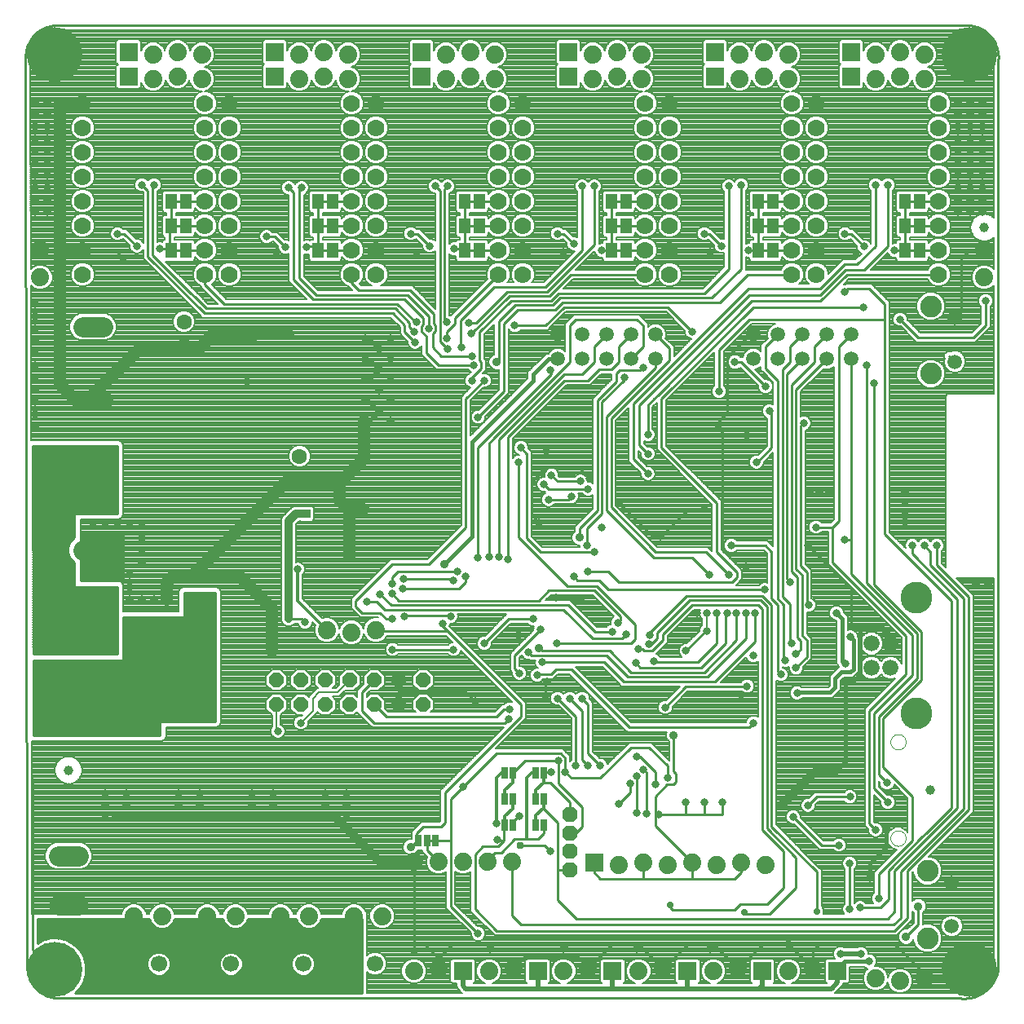
<source format=gbl>
G75*
G70*
%OFA0B0*%
%FSLAX24Y24*%
%IPPOS*%
%LPD*%
%AMOC8*
5,1,8,0,0,1.08239X$1,22.5*
%
%ADD10C,0.0100*%
%ADD11C,0.0660*%
%ADD12C,0.1300*%
%ADD13R,0.0250X0.0500*%
%ADD14C,0.0594*%
%ADD15OC8,0.0630*%
%ADD16C,0.0630*%
%ADD17C,0.0886*%
%ADD18C,0.0740*%
%ADD19C,0.0000*%
%ADD20R,0.0740X0.0740*%
%ADD21C,0.0700*%
%ADD22R,0.0460X0.0630*%
%ADD23C,0.0825*%
%ADD24C,0.0669*%
%ADD25OC8,0.0600*%
%ADD26C,0.0394*%
%ADD27C,0.0317*%
%ADD28C,0.0240*%
%ADD29C,0.2250*%
%ADD30C,0.0400*%
%ADD31C,0.0160*%
%ADD32C,0.0500*%
%ADD33C,0.0080*%
%ADD34C,0.0320*%
%ADD35C,0.0356*%
%ADD36C,0.0120*%
%ADD37C,0.0277*%
%ADD38R,0.0356X0.0356*%
%ADD39C,0.0200*%
%ADD40C,0.0310*%
D10*
X002393Y001821D02*
X002330Y038999D01*
X002331Y038998D02*
X002328Y039067D01*
X002329Y039135D01*
X002334Y039203D01*
X002343Y039271D01*
X002355Y039339D01*
X002371Y039405D01*
X002390Y039471D01*
X002413Y039535D01*
X002440Y039599D01*
X002470Y039660D01*
X002503Y039720D01*
X002539Y039778D01*
X002578Y039834D01*
X002621Y039888D01*
X002666Y039939D01*
X002714Y039988D01*
X002764Y040034D01*
X002817Y040078D01*
X002873Y040118D01*
X002930Y040156D01*
X002989Y040190D01*
X003050Y040221D01*
X003113Y040249D01*
X003177Y040273D01*
X003242Y040294D01*
X003308Y040311D01*
X003375Y040324D01*
X003443Y040334D01*
X003511Y040340D01*
X003511Y040341D02*
X040913Y040341D01*
X040983Y040333D01*
X041052Y040321D01*
X041121Y040306D01*
X041188Y040287D01*
X041255Y040264D01*
X041320Y040238D01*
X041384Y040208D01*
X041446Y040175D01*
X041506Y040138D01*
X041564Y040098D01*
X041619Y040056D01*
X041673Y040010D01*
X041724Y039961D01*
X041772Y039910D01*
X041817Y039856D01*
X041859Y039800D01*
X041898Y039741D01*
X041934Y039681D01*
X041967Y039619D01*
X041996Y039555D01*
X042022Y039489D01*
X042044Y039423D01*
X042062Y039355D01*
X042077Y039286D01*
X042088Y039217D01*
X042095Y039147D01*
X042099Y039077D01*
X042098Y039006D01*
X042094Y038936D01*
X042094Y001759D01*
X040913Y001759D02*
X040532Y001378D01*
X039080Y001378D01*
X039080Y001578D01*
X037830Y002828D01*
X034830Y002828D01*
X034517Y002514D01*
X034517Y001784D01*
X033526Y002774D01*
X033486Y002814D01*
X033486Y002828D01*
X032498Y002828D01*
X031454Y001784D01*
X030495Y002743D01*
X030330Y002578D01*
X030495Y002743D02*
X030410Y002828D01*
X029436Y002828D01*
X028393Y001784D01*
X027464Y002712D01*
X027330Y002578D01*
X027464Y002712D02*
X027349Y002828D01*
X026373Y002828D01*
X026351Y002806D01*
X026330Y002828D01*
X024480Y002828D01*
X024480Y002728D01*
X024330Y002578D01*
X024480Y002828D02*
X021410Y002828D01*
X021410Y002658D01*
X021330Y002578D01*
X021410Y002828D02*
X019830Y002828D01*
X019204Y002202D01*
X018578Y002828D01*
X018242Y002828D01*
X018208Y002862D01*
X018208Y002550D01*
X018230Y002528D01*
X018208Y002862D02*
X018208Y006150D01*
X018066Y006747D02*
X018316Y006997D01*
X018316Y007314D01*
X018580Y007578D01*
X019330Y007578D01*
X019486Y007734D01*
X019486Y008984D01*
X022580Y012078D01*
X022580Y012578D01*
X019580Y015578D01*
X019393Y015765D01*
X019393Y015890D01*
X019580Y015578D02*
X016693Y015578D01*
X016643Y015628D01*
X017080Y016078D02*
X017330Y016078D01*
X017080Y016078D02*
X016830Y016328D01*
X016080Y016328D01*
X015830Y016578D01*
X015830Y016828D01*
X017330Y018328D01*
X018830Y018328D01*
X020330Y019828D01*
X020330Y025078D01*
X021080Y025828D01*
X020580Y025828D02*
X020580Y025953D01*
X020955Y026328D01*
X020955Y026578D01*
X020893Y026640D01*
X020893Y027802D01*
X022185Y029094D01*
X023824Y029094D01*
X024120Y029390D01*
X030080Y029390D01*
X031080Y030390D01*
X031080Y033765D01*
X031580Y033828D02*
X031580Y030390D01*
X030393Y029203D01*
X024193Y029203D01*
X023897Y028907D01*
X022331Y028907D01*
X021674Y028249D01*
X021674Y026671D01*
X021580Y026578D01*
X020643Y026453D02*
X019205Y026453D01*
X018705Y026953D01*
X018705Y027640D01*
X018518Y027828D01*
X018518Y028046D01*
X018580Y028109D01*
X018580Y028390D01*
X017830Y029140D01*
X014080Y029140D01*
X013268Y029953D01*
X013268Y033515D01*
X013080Y033703D01*
X013518Y033609D02*
X013611Y033703D01*
X013518Y033609D02*
X013518Y030015D01*
X014205Y029328D01*
X017943Y029328D01*
X018830Y028440D01*
X018830Y027984D01*
X018799Y027953D01*
X019018Y028140D02*
X019086Y028072D01*
X019086Y027833D01*
X018986Y027734D01*
X018986Y027171D01*
X019330Y026828D01*
X020580Y026828D01*
X020143Y027171D02*
X020111Y027203D01*
X020111Y028286D01*
X021465Y029640D01*
X023580Y029640D01*
X025080Y031140D01*
X025080Y033765D01*
X025580Y033765D02*
X025580Y031374D01*
X023664Y029458D01*
X022023Y029458D01*
X020736Y028171D01*
X020455Y028171D01*
X020549Y027734D02*
X020564Y027734D01*
X022107Y029276D01*
X023746Y029276D01*
X024629Y030159D01*
X027658Y030159D01*
X027639Y031140D02*
X026880Y031140D01*
X026955Y031140D02*
X026205Y031140D01*
X026280Y031140D02*
X025893Y031140D01*
X026280Y031140D02*
X026280Y032140D01*
X026280Y033140D01*
X026205Y033140D02*
X026955Y033140D01*
X026880Y033140D02*
X027639Y033140D01*
X027658Y033159D01*
X027658Y032159D02*
X027639Y032140D01*
X026880Y032140D01*
X026955Y032140D02*
X026205Y032140D01*
X027639Y031140D02*
X027658Y031159D01*
X028658Y031159D02*
X030249Y031159D01*
X030330Y031078D01*
X030768Y031328D02*
X030268Y031828D01*
X030080Y031828D01*
X031893Y031140D02*
X032280Y031140D01*
X032280Y032140D01*
X032280Y033140D01*
X032205Y033140D02*
X032955Y033140D01*
X032880Y033140D02*
X033639Y033140D01*
X033658Y033159D01*
X033658Y032159D02*
X033639Y032140D01*
X032880Y032140D01*
X032955Y032140D02*
X032205Y032140D01*
X032205Y031140D02*
X032955Y031140D01*
X032880Y031140D02*
X033639Y031140D01*
X033658Y031159D01*
X033658Y030159D02*
X031849Y030159D01*
X030705Y029015D01*
X024265Y029015D01*
X023968Y028718D01*
X022455Y028718D01*
X021877Y028140D01*
X021877Y025374D01*
X020830Y024328D01*
X021585Y023573D02*
X024580Y026568D01*
X024580Y028078D01*
X024830Y028328D01*
X027330Y028328D01*
X027580Y028078D01*
X027580Y027203D01*
X027080Y026703D01*
X027455Y026234D02*
X027580Y026359D01*
X027455Y026234D02*
X026611Y026234D01*
X026486Y026109D01*
X026486Y025784D01*
X025705Y025003D01*
X025705Y020503D01*
X024971Y019768D01*
X024971Y019406D01*
X025268Y019093D02*
X025268Y019765D01*
X025893Y020390D01*
X025893Y024930D01*
X026799Y025836D01*
X026799Y025953D01*
X026268Y026265D02*
X026580Y026578D01*
X026580Y027203D01*
X027080Y027703D01*
X028080Y027703D02*
X028643Y027140D01*
X028643Y026640D01*
X027830Y025828D01*
X027768Y025765D01*
X026268Y024265D01*
X026268Y020640D01*
X028080Y018828D01*
X030143Y018828D01*
X031080Y017890D01*
X031230Y017578D02*
X031430Y017778D01*
X031430Y017978D01*
X030580Y018828D01*
X030580Y020828D01*
X028330Y023078D01*
X028330Y025078D01*
X032080Y028828D01*
X036580Y028828D01*
X036830Y029578D02*
X035955Y029578D01*
X035830Y029453D01*
X035911Y030159D02*
X034830Y029078D01*
X032030Y029078D01*
X028180Y025228D01*
X028030Y025078D01*
X027768Y024815D01*
X027768Y023609D01*
X027430Y023165D02*
X027768Y022828D01*
X027430Y023165D02*
X027430Y024828D01*
X031930Y029328D01*
X034820Y029328D01*
X035840Y030348D01*
X036600Y030348D01*
X037580Y031328D01*
X037580Y033828D01*
X037080Y033828D02*
X037080Y031328D01*
X036330Y030578D01*
X035810Y030578D01*
X034810Y029578D01*
X031880Y029578D01*
X027180Y024878D01*
X027180Y022603D01*
X027768Y022015D01*
X026580Y020828D02*
X027978Y019429D01*
X028284Y019429D01*
X029432Y020578D01*
X030080Y020578D01*
X030830Y018890D02*
X030830Y023703D01*
X030643Y023890D01*
X030643Y024140D01*
X031030Y024528D01*
X031030Y026778D01*
X031955Y027703D01*
X032080Y027703D01*
X032580Y027203D02*
X033080Y027703D01*
X032580Y027203D02*
X032580Y026328D01*
X033080Y025828D01*
X033080Y016910D01*
X033330Y016660D01*
X033330Y014390D01*
X033393Y014390D01*
X033830Y014640D02*
X034018Y014828D01*
X034018Y015183D01*
X033893Y015308D01*
X033893Y017765D01*
X033643Y018015D01*
X033643Y025640D01*
X034580Y026578D01*
X034580Y027203D01*
X035080Y027703D01*
X035580Y027203D02*
X036080Y027703D01*
X035580Y027203D02*
X035580Y020078D01*
X035330Y019828D01*
X034643Y019828D01*
X035330Y019828D02*
X035330Y018390D01*
X038330Y015390D01*
X038330Y013828D01*
X036830Y012328D01*
X036830Y007703D01*
X037080Y007453D01*
X037580Y008578D02*
X037268Y008890D01*
X037018Y009140D02*
X037580Y008578D01*
X037545Y009362D02*
X037205Y009703D01*
X037205Y012088D01*
X038768Y013650D01*
X038768Y015473D01*
X036705Y017535D01*
X036705Y026453D01*
X036080Y026703D02*
X036080Y019328D01*
X035830Y019328D01*
X036080Y019328D02*
X036080Y017900D01*
X038580Y015400D01*
X038580Y013765D01*
X037018Y012203D01*
X037018Y009140D01*
X037455Y009453D02*
X037545Y009362D01*
X037393Y010015D02*
X038580Y008828D01*
X038580Y007015D01*
X037205Y005640D01*
X037205Y004640D01*
X037268Y004265D02*
X036455Y004265D01*
X036018Y004203D02*
X036018Y006078D01*
X035580Y006828D02*
X034871Y006828D01*
X033708Y007990D01*
X034326Y008451D02*
X034676Y008801D01*
X036031Y008801D01*
X037393Y010015D02*
X037393Y012015D01*
X038955Y013578D01*
X038955Y015546D01*
X037018Y017484D01*
X037018Y025703D01*
X035080Y026703D02*
X033830Y025453D01*
X033830Y018128D01*
X034080Y017878D01*
X034080Y015390D01*
X034268Y015203D01*
X034268Y014515D01*
X033830Y014078D01*
X033205Y013796D02*
X033080Y013921D01*
X033080Y016650D01*
X032830Y016900D01*
X032830Y018828D01*
X032580Y019078D01*
X031174Y019078D01*
X030830Y018890D02*
X031518Y018203D01*
X031768Y018203D01*
X031230Y017578D02*
X026580Y017578D01*
X026143Y018015D01*
X025330Y018015D01*
X024893Y017640D02*
X024736Y017796D01*
X024893Y017640D02*
X025768Y017640D01*
X026143Y017265D01*
X032549Y017265D01*
X032446Y017024D02*
X032830Y016640D01*
X032830Y007588D01*
X034680Y005738D01*
X034680Y004128D01*
X033830Y005078D02*
X033830Y006328D01*
X032643Y007515D01*
X032643Y016572D01*
X032383Y016832D01*
X029472Y016832D01*
X028143Y015503D01*
X028143Y015265D01*
X027924Y015046D01*
X027830Y015046D01*
X027955Y014765D02*
X028393Y015203D01*
X028393Y015453D01*
X029580Y016640D01*
X032280Y016640D01*
X032455Y016465D01*
X032455Y007437D01*
X033330Y006562D01*
X033330Y005078D01*
X032661Y004409D01*
X031546Y004409D01*
X031314Y004178D01*
X028780Y004178D01*
X028680Y004278D01*
X028680Y004378D01*
X029580Y005453D02*
X027580Y005453D01*
X027580Y006128D01*
X027580Y005453D02*
X025830Y005453D01*
X025580Y005703D01*
X025580Y006128D01*
X024580Y005828D02*
X024080Y005828D01*
X024080Y004578D01*
X024840Y003818D01*
X037570Y003818D01*
X037861Y004109D01*
X037861Y005766D01*
X040430Y008335D01*
X040430Y016884D01*
X038580Y018734D01*
X038580Y019078D01*
X039080Y019078D02*
X039330Y018828D01*
X039330Y018265D01*
X040680Y016915D01*
X040680Y008325D01*
X038111Y005756D01*
X038111Y003859D01*
X037830Y003578D01*
X022580Y003578D01*
X022208Y003950D01*
X022208Y006150D01*
X021780Y006528D02*
X022330Y007078D01*
X022830Y007078D01*
X023268Y007078D01*
X023508Y007318D01*
X023508Y007650D01*
X024080Y007734D02*
X023503Y008311D01*
X023503Y008359D01*
X024080Y007734D02*
X024080Y005828D01*
X023768Y006578D02*
X023549Y006796D01*
X022549Y006796D01*
X021893Y007015D02*
X021643Y007015D01*
X021611Y007046D01*
X021643Y006765D02*
X021018Y006765D01*
X020705Y006453D01*
X020705Y004203D01*
X021580Y003328D01*
X037861Y003328D01*
X038393Y003859D01*
X038393Y005778D01*
X040880Y008265D01*
X040880Y016978D01*
X039580Y018278D01*
X039580Y019078D01*
X037455Y019546D02*
X040174Y016828D01*
X040174Y008349D01*
X039153Y007328D01*
X038991Y007166D01*
X037611Y005786D01*
X037611Y004609D01*
X037268Y004265D01*
X038330Y003078D02*
X038830Y003578D01*
X038830Y004328D01*
X040457Y000577D02*
X040531Y000567D01*
X040605Y000561D01*
X040680Y000559D01*
X040755Y000561D01*
X040829Y000566D01*
X040904Y000576D01*
X040977Y000589D01*
X041050Y000606D01*
X041122Y000627D01*
X041192Y000652D01*
X041261Y000680D01*
X041329Y000712D01*
X041395Y000748D01*
X041459Y000787D01*
X041520Y000829D01*
X041580Y000874D01*
X041637Y000923D01*
X041691Y000974D01*
X041743Y001028D01*
X041792Y001085D01*
X041837Y001144D01*
X041880Y001205D01*
X041919Y001269D01*
X041955Y001334D01*
X041988Y001402D01*
X042016Y001471D01*
X042042Y001541D01*
X042063Y001613D01*
X042081Y001685D01*
X042095Y001759D01*
X040456Y000578D02*
X003699Y000578D01*
X004333Y000777D02*
X004531Y000976D01*
X004699Y001266D01*
X004786Y001591D01*
X004786Y001926D01*
X004699Y002251D01*
X004531Y002541D01*
X004294Y002779D01*
X004003Y002947D01*
X003679Y003034D01*
X003343Y003034D01*
X003019Y002947D01*
X002811Y002827D01*
X002811Y003828D01*
X007380Y003828D01*
X007380Y003824D01*
X007459Y003633D01*
X007605Y003487D01*
X007797Y003408D01*
X008003Y003408D01*
X008195Y003487D01*
X008341Y003633D01*
X008420Y003824D01*
X008420Y003828D01*
X010380Y003828D01*
X010380Y003824D01*
X010459Y003633D01*
X010605Y003487D01*
X010797Y003408D01*
X011003Y003408D01*
X011195Y003487D01*
X011341Y003633D01*
X011420Y003824D01*
X011420Y003828D01*
X013380Y003828D01*
X013380Y003824D01*
X013459Y003633D01*
X013605Y003487D01*
X013797Y003408D01*
X014003Y003408D01*
X014195Y003487D01*
X014341Y003633D01*
X014420Y003824D01*
X014420Y003828D01*
X016080Y003828D01*
X016080Y000777D01*
X004333Y000777D01*
X004429Y000873D02*
X016080Y000873D01*
X016080Y000972D02*
X004527Y000972D01*
X004586Y001070D02*
X016080Y001070D01*
X016080Y001169D02*
X004643Y001169D01*
X004699Y001267D02*
X016080Y001267D01*
X016080Y001366D02*
X004726Y001366D01*
X004752Y001464D02*
X016080Y001464D01*
X016080Y001563D02*
X013938Y001563D01*
X013944Y001565D02*
X014080Y001701D01*
X014154Y001879D01*
X014154Y002072D01*
X014080Y002250D01*
X013944Y002386D01*
X013765Y002460D01*
X013573Y002460D01*
X013394Y002386D01*
X013258Y002250D01*
X013184Y002072D01*
X013184Y001879D01*
X013258Y001701D01*
X013394Y001565D01*
X013573Y001491D01*
X013765Y001491D01*
X013944Y001565D01*
X014040Y001661D02*
X016080Y001661D01*
X016080Y001760D02*
X014104Y001760D01*
X014145Y001858D02*
X016080Y001858D01*
X016080Y001957D02*
X014154Y001957D01*
X014154Y002055D02*
X016080Y002055D01*
X016080Y002154D02*
X014120Y002154D01*
X014078Y002252D02*
X016080Y002252D01*
X016080Y002351D02*
X013979Y002351D01*
X013793Y002449D02*
X016080Y002449D01*
X016080Y002548D02*
X004525Y002548D01*
X004585Y002449D02*
X007645Y002449D01*
X007673Y002460D02*
X007494Y002386D01*
X007358Y002250D01*
X007284Y002072D01*
X007284Y001879D01*
X007358Y001701D01*
X007494Y001565D01*
X007673Y001491D01*
X007865Y001491D01*
X008044Y001565D01*
X008180Y001701D01*
X008254Y001879D01*
X008254Y002072D01*
X008180Y002250D01*
X008044Y002386D01*
X007865Y002460D01*
X007673Y002460D01*
X007893Y002449D02*
X010595Y002449D01*
X010623Y002460D02*
X010444Y002386D01*
X010308Y002250D01*
X010234Y002072D01*
X010234Y001879D01*
X010308Y001701D01*
X010444Y001565D01*
X010623Y001491D01*
X010815Y001491D01*
X010994Y001565D01*
X011130Y001701D01*
X011204Y001879D01*
X011204Y002072D01*
X011130Y002250D01*
X010994Y002386D01*
X010815Y002460D01*
X010623Y002460D01*
X010843Y002449D02*
X013545Y002449D01*
X013358Y002351D02*
X011029Y002351D01*
X011128Y002252D02*
X013260Y002252D01*
X013218Y002154D02*
X011170Y002154D01*
X011204Y002055D02*
X013184Y002055D01*
X013184Y001957D02*
X011204Y001957D01*
X011195Y001858D02*
X013193Y001858D01*
X013234Y001760D02*
X011154Y001760D01*
X011090Y001661D02*
X013298Y001661D01*
X013400Y001563D02*
X010988Y001563D01*
X010450Y001563D02*
X008038Y001563D01*
X008140Y001661D02*
X010348Y001661D01*
X010284Y001760D02*
X008204Y001760D01*
X008245Y001858D02*
X010243Y001858D01*
X010234Y001957D02*
X008254Y001957D01*
X008254Y002055D02*
X010234Y002055D01*
X010268Y002154D02*
X008220Y002154D01*
X008178Y002252D02*
X010310Y002252D01*
X010408Y002351D02*
X008079Y002351D01*
X007458Y002351D02*
X004642Y002351D01*
X004698Y002252D02*
X007360Y002252D01*
X007318Y002154D02*
X004725Y002154D01*
X004752Y002055D02*
X007284Y002055D01*
X007284Y001957D02*
X004778Y001957D01*
X004786Y001858D02*
X007293Y001858D01*
X007334Y001760D02*
X004786Y001760D01*
X004786Y001661D02*
X007398Y001661D01*
X007500Y001563D02*
X004779Y001563D01*
X003698Y000577D02*
X003629Y000578D01*
X003560Y000581D01*
X003492Y000589D01*
X003424Y000600D01*
X003356Y000615D01*
X003290Y000634D01*
X003224Y000656D01*
X003160Y000682D01*
X003098Y000711D01*
X003037Y000744D01*
X002978Y000779D01*
X002921Y000818D01*
X002866Y000860D01*
X002813Y000905D01*
X002763Y000953D01*
X002716Y001003D01*
X002671Y001056D01*
X002630Y001111D01*
X002591Y001168D01*
X002555Y001227D01*
X002523Y001288D01*
X002494Y001351D01*
X002469Y001415D01*
X002447Y001481D01*
X002429Y001547D01*
X002414Y001615D01*
X002403Y001683D01*
X002396Y001752D01*
X002392Y001821D01*
X002611Y002546D02*
X002611Y009546D01*
X002637Y011328D02*
X002631Y014390D01*
X006330Y014390D01*
X006330Y016140D01*
X008830Y016140D01*
X008830Y017140D01*
X010080Y017140D01*
X010080Y011890D01*
X007830Y011890D01*
X007830Y011328D01*
X002637Y011328D01*
X002636Y011413D02*
X007830Y011413D01*
X007830Y011511D02*
X002636Y011511D01*
X002636Y011610D02*
X007830Y011610D01*
X007830Y011708D02*
X002636Y011708D01*
X002636Y011807D02*
X007830Y011807D01*
X010080Y011905D02*
X002636Y011905D01*
X002635Y012004D02*
X010080Y012004D01*
X010080Y012102D02*
X002635Y012102D01*
X002635Y012201D02*
X010080Y012201D01*
X010080Y012299D02*
X002635Y012299D01*
X002635Y012398D02*
X010080Y012398D01*
X010080Y012496D02*
X002635Y012496D01*
X002634Y012595D02*
X010080Y012595D01*
X010080Y012693D02*
X002634Y012693D01*
X002634Y012792D02*
X010080Y012792D01*
X010080Y012890D02*
X002634Y012890D01*
X002634Y012989D02*
X010080Y012989D01*
X010080Y013087D02*
X002634Y013087D01*
X002633Y013186D02*
X010080Y013186D01*
X010080Y013284D02*
X002633Y013284D01*
X002633Y013383D02*
X010080Y013383D01*
X010080Y013481D02*
X002633Y013481D01*
X002633Y013580D02*
X010080Y013580D01*
X010080Y013678D02*
X002633Y013678D01*
X002632Y013777D02*
X010080Y013777D01*
X010080Y013875D02*
X002632Y013875D01*
X002632Y013974D02*
X010080Y013974D01*
X010080Y014072D02*
X002632Y014072D01*
X002632Y014171D02*
X010080Y014171D01*
X010080Y014269D02*
X002632Y014269D01*
X002631Y014368D02*
X010080Y014368D01*
X010080Y014466D02*
X006330Y014466D01*
X006330Y014565D02*
X010080Y014565D01*
X010080Y014663D02*
X006330Y014663D01*
X006330Y014762D02*
X010080Y014762D01*
X010080Y014860D02*
X006330Y014860D01*
X006330Y014959D02*
X010080Y014959D01*
X010080Y015057D02*
X006330Y015057D01*
X006330Y015156D02*
X010080Y015156D01*
X010080Y015254D02*
X006330Y015254D01*
X006330Y015353D02*
X010080Y015353D01*
X010080Y015451D02*
X006330Y015451D01*
X006330Y015550D02*
X010080Y015550D01*
X010080Y015648D02*
X006330Y015648D01*
X006330Y015747D02*
X010080Y015747D01*
X010080Y015845D02*
X006330Y015845D01*
X006330Y015944D02*
X010080Y015944D01*
X010080Y016042D02*
X006330Y016042D01*
X006070Y016042D02*
X002629Y016042D01*
X002629Y015944D02*
X006070Y015944D01*
X006070Y015845D02*
X002629Y015845D01*
X002629Y015747D02*
X006070Y015747D01*
X006070Y015648D02*
X002629Y015648D01*
X002629Y015550D02*
X006070Y015550D01*
X006070Y015451D02*
X002630Y015451D01*
X002630Y015353D02*
X006070Y015353D01*
X006070Y015254D02*
X002630Y015254D01*
X002630Y015156D02*
X006070Y015156D01*
X006070Y015057D02*
X002630Y015057D01*
X002630Y014959D02*
X006070Y014959D01*
X006070Y014860D02*
X002631Y014860D01*
X002631Y014762D02*
X006070Y014762D01*
X006070Y014663D02*
X002631Y014663D01*
X002631Y014650D02*
X002617Y023140D01*
X006080Y023140D01*
X006080Y020390D01*
X004330Y020390D01*
X004330Y019424D01*
X004315Y019418D01*
X004140Y019243D01*
X004045Y019014D01*
X004045Y018766D01*
X004140Y018537D01*
X004315Y018362D01*
X004330Y018356D01*
X004330Y017390D01*
X006080Y017390D01*
X006080Y016216D01*
X006070Y016192D01*
X006070Y014650D01*
X002631Y014650D01*
X002628Y016141D02*
X006070Y016141D01*
X006080Y016239D02*
X002628Y016239D01*
X002628Y016338D02*
X006080Y016338D01*
X006080Y016436D02*
X002628Y016436D01*
X002628Y016535D02*
X006080Y016535D01*
X006080Y016633D02*
X002628Y016633D01*
X002627Y016732D02*
X006080Y016732D01*
X006080Y016830D02*
X002627Y016830D01*
X002627Y016929D02*
X006080Y016929D01*
X006080Y017027D02*
X002627Y017027D01*
X002627Y017126D02*
X006080Y017126D01*
X006080Y017224D02*
X002627Y017224D01*
X002626Y017323D02*
X006080Y017323D01*
X006156Y017640D02*
X006132Y017650D01*
X004590Y017650D01*
X004590Y019640D01*
X006330Y019640D01*
X006330Y017640D01*
X006156Y017640D01*
X006330Y017717D02*
X004590Y017717D01*
X004590Y017815D02*
X006330Y017815D01*
X006330Y017914D02*
X004590Y017914D01*
X004590Y018012D02*
X006330Y018012D01*
X006330Y018111D02*
X004590Y018111D01*
X004590Y018209D02*
X006330Y018209D01*
X006330Y018308D02*
X004590Y018308D01*
X004590Y018406D02*
X006330Y018406D01*
X006330Y018505D02*
X004590Y018505D01*
X004590Y018603D02*
X006330Y018603D01*
X006330Y018702D02*
X004590Y018702D01*
X004590Y018800D02*
X006330Y018800D01*
X006330Y018899D02*
X004590Y018899D01*
X004590Y018997D02*
X006330Y018997D01*
X006330Y019096D02*
X004590Y019096D01*
X004590Y019194D02*
X006330Y019194D01*
X006330Y019293D02*
X004590Y019293D01*
X004590Y019391D02*
X006330Y019391D01*
X006330Y019490D02*
X004590Y019490D01*
X004590Y019588D02*
X006330Y019588D01*
X006080Y020475D02*
X002621Y020475D01*
X002621Y020573D02*
X006080Y020573D01*
X006080Y020672D02*
X002621Y020672D01*
X002621Y020770D02*
X006080Y020770D01*
X006080Y020869D02*
X002620Y020869D01*
X002620Y020967D02*
X006080Y020967D01*
X006080Y021066D02*
X002620Y021066D01*
X002620Y021164D02*
X006080Y021164D01*
X006080Y021263D02*
X002620Y021263D01*
X002620Y021361D02*
X006080Y021361D01*
X006080Y021460D02*
X002619Y021460D01*
X002619Y021558D02*
X006080Y021558D01*
X006080Y021657D02*
X002619Y021657D01*
X002619Y021755D02*
X006080Y021755D01*
X006080Y021854D02*
X002619Y021854D01*
X002619Y021952D02*
X006080Y021952D01*
X006080Y022051D02*
X002618Y022051D01*
X002618Y022149D02*
X006080Y022149D01*
X006080Y022248D02*
X002618Y022248D01*
X002618Y022346D02*
X006080Y022346D01*
X006080Y022445D02*
X002618Y022445D01*
X002618Y022543D02*
X006080Y022543D01*
X006080Y022642D02*
X002617Y022642D01*
X002617Y022740D02*
X006080Y022740D01*
X006080Y022839D02*
X002617Y022839D01*
X002617Y022937D02*
X006080Y022937D01*
X006080Y023036D02*
X002617Y023036D01*
X002617Y023134D02*
X006080Y023134D01*
X004330Y020376D02*
X002621Y020376D01*
X002621Y020278D02*
X004330Y020278D01*
X004330Y020179D02*
X002622Y020179D01*
X002622Y020081D02*
X004330Y020081D01*
X004330Y019982D02*
X002622Y019982D01*
X002622Y019884D02*
X004330Y019884D01*
X004330Y019785D02*
X002622Y019785D01*
X002622Y019687D02*
X004330Y019687D01*
X004330Y019588D02*
X002623Y019588D01*
X002623Y019490D02*
X004330Y019490D01*
X004288Y019391D02*
X002623Y019391D01*
X002623Y019293D02*
X004190Y019293D01*
X004120Y019194D02*
X002623Y019194D01*
X002623Y019096D02*
X004079Y019096D01*
X004045Y018997D02*
X002624Y018997D01*
X002624Y018899D02*
X004045Y018899D01*
X004045Y018800D02*
X002624Y018800D01*
X002624Y018702D02*
X004072Y018702D01*
X004113Y018603D02*
X002624Y018603D01*
X002624Y018505D02*
X004173Y018505D01*
X004271Y018406D02*
X002625Y018406D01*
X002625Y018308D02*
X004330Y018308D01*
X004330Y018209D02*
X002625Y018209D01*
X002625Y018111D02*
X004330Y018111D01*
X004330Y018012D02*
X002625Y018012D01*
X002625Y017914D02*
X004330Y017914D01*
X004330Y017815D02*
X002626Y017815D01*
X002626Y017717D02*
X004330Y017717D01*
X004330Y017618D02*
X002626Y017618D01*
X002626Y017520D02*
X004330Y017520D01*
X004330Y017421D02*
X002626Y017421D01*
X008830Y017126D02*
X010080Y017126D01*
X010080Y017027D02*
X008830Y017027D01*
X008830Y016929D02*
X010080Y016929D01*
X010080Y016830D02*
X008830Y016830D01*
X008830Y016732D02*
X010080Y016732D01*
X010080Y016633D02*
X008830Y016633D01*
X008830Y016535D02*
X010080Y016535D01*
X010080Y016436D02*
X008830Y016436D01*
X008830Y016338D02*
X010080Y016338D01*
X010080Y016239D02*
X008830Y016239D01*
X008830Y016141D02*
X010080Y016141D01*
X012393Y014781D02*
X012400Y014773D01*
X012400Y014688D01*
X013080Y016078D02*
X013611Y016078D01*
X013752Y015937D01*
X016268Y016765D02*
X016693Y016765D01*
X017005Y016453D01*
X024330Y016453D01*
X025518Y015265D01*
X026705Y015265D01*
X026893Y015453D01*
X027236Y015234D02*
X027236Y015859D01*
X025674Y017421D01*
X024486Y017421D01*
X022486Y019421D01*
X022486Y022484D01*
X022830Y022828D02*
X022580Y023078D01*
X022830Y022828D02*
X022830Y019378D01*
X023380Y018828D01*
X025580Y018828D01*
X025596Y017239D02*
X023726Y017239D01*
X023314Y016828D01*
X017580Y016828D01*
X017299Y017109D01*
X017330Y017515D02*
X017330Y017790D01*
X017555Y018015D01*
X019986Y018015D01*
X019768Y017703D02*
X017768Y017703D01*
X017736Y017296D02*
X020049Y017296D01*
X020330Y017578D01*
X020330Y017796D01*
X019830Y017640D02*
X019768Y017703D01*
X020830Y018578D02*
X020830Y023078D01*
X023830Y026078D01*
X023830Y026171D01*
X023768Y026234D01*
X024350Y026078D02*
X025080Y026078D01*
X025580Y026578D01*
X025580Y027203D01*
X026080Y027703D01*
X026268Y026265D02*
X025768Y026265D01*
X025330Y025828D01*
X024360Y025828D01*
X022049Y023516D01*
X022049Y018515D01*
X021674Y018609D02*
X021674Y023401D01*
X024350Y026078D01*
X023590Y028078D02*
X022330Y028078D01*
X023590Y028078D02*
X024340Y028828D01*
X028580Y028828D01*
X029580Y027828D01*
X030680Y027078D02*
X031930Y028328D01*
X037455Y028328D01*
X037455Y028953D01*
X036830Y029578D01*
X035911Y030159D02*
X039658Y030159D01*
X039639Y031140D02*
X038880Y031140D01*
X038955Y031140D02*
X038205Y031140D01*
X038280Y031140D02*
X037861Y031140D01*
X038280Y031140D02*
X038280Y032140D01*
X038280Y033140D01*
X038205Y033140D02*
X038955Y033140D01*
X038880Y033140D02*
X039639Y033140D01*
X039658Y033159D01*
X039658Y032159D02*
X039639Y032140D01*
X038880Y032140D01*
X038955Y032140D02*
X038205Y032140D01*
X039639Y031140D02*
X039658Y031159D01*
X040580Y030828D02*
X040580Y028622D01*
X040322Y028364D01*
X041080Y027578D02*
X038830Y027578D01*
X038080Y028328D01*
X037455Y028328D02*
X037455Y019546D01*
X036079Y017328D02*
X034330Y019078D01*
X034018Y018240D02*
X034018Y023965D01*
X034130Y024078D01*
X034143Y024078D01*
X032830Y024484D02*
X032830Y023078D01*
X032236Y022484D01*
X032205Y022484D01*
X032830Y024484D02*
X032736Y024578D01*
X032580Y025578D02*
X031580Y026578D01*
X031330Y026578D01*
X030680Y027078D02*
X030680Y025378D01*
X033268Y026265D02*
X033268Y016983D01*
X033580Y016670D01*
X033580Y015140D01*
X033643Y015078D01*
X032143Y015140D02*
X032143Y016328D01*
X031768Y016328D02*
X031768Y015265D01*
X030205Y013703D01*
X026955Y013703D01*
X026080Y014578D01*
X023018Y014578D01*
X022893Y014703D01*
X023330Y014890D02*
X023455Y014765D01*
X026205Y014765D01*
X027080Y013890D01*
X030080Y013890D01*
X031393Y015203D01*
X031393Y016328D01*
X031002Y016328D02*
X030955Y016281D01*
X030955Y015078D01*
X029955Y014078D01*
X027455Y014078D01*
X027268Y014265D01*
X027393Y014859D02*
X027533Y014859D01*
X027627Y014765D01*
X027955Y014765D01*
X028018Y014359D02*
X028049Y014328D01*
X029830Y014328D01*
X030580Y015078D01*
X030580Y016328D01*
X030174Y015578D02*
X030143Y015578D01*
X029330Y014765D01*
X030518Y013515D02*
X032143Y015140D01*
X032446Y017024D02*
X029364Y017024D01*
X027861Y015521D01*
X027861Y015421D01*
X027236Y015234D02*
X027080Y015078D01*
X024049Y015078D01*
X023393Y015640D02*
X022330Y014578D01*
X022330Y014046D01*
X022518Y013859D01*
X023236Y013765D02*
X023268Y013796D01*
X023799Y013796D01*
X024018Y014015D01*
X024643Y014015D01*
X027018Y011640D01*
X031908Y011640D01*
X032096Y011828D01*
X031799Y013296D02*
X031830Y013328D01*
X031799Y013296D02*
X029316Y013296D01*
X028481Y012461D01*
X028830Y011328D02*
X028830Y009843D01*
X028924Y009749D01*
X028924Y009421D01*
X028799Y009296D01*
X028549Y009296D01*
X028080Y008828D01*
X028080Y008078D01*
X028205Y008078D01*
X029330Y008078D01*
X030080Y008078D01*
X030830Y008078D01*
X030830Y008578D01*
X030080Y008578D02*
X030080Y008078D01*
X029330Y008078D02*
X029330Y008578D01*
X028580Y009578D02*
X028580Y010078D01*
X027830Y010828D01*
X027080Y010828D01*
X025830Y009578D01*
X024643Y009578D01*
X024393Y009828D01*
X024393Y010390D01*
X024205Y010578D01*
X021580Y010578D01*
X020230Y009228D01*
X019705Y008703D01*
X019705Y007014D01*
X019705Y004328D01*
X020830Y003203D01*
X019204Y002202D02*
X019204Y001784D01*
X022267Y001784D02*
X022748Y002265D01*
X024893Y002265D01*
X025329Y001828D01*
X025329Y001784D01*
X026351Y002806D01*
X029580Y005453D02*
X031330Y005453D01*
X031580Y005703D01*
X031580Y006128D01*
X029580Y006128D02*
X029580Y005453D01*
X029580Y006128D02*
X028080Y007628D01*
X028080Y008078D01*
X027705Y008109D02*
X027705Y009796D01*
X027580Y009921D01*
X027330Y009640D02*
X027330Y008140D01*
X026580Y008515D02*
X027049Y008984D01*
X027049Y009359D01*
X025830Y010078D02*
X025330Y010578D01*
X025330Y012578D01*
X025080Y012828D01*
X025080Y012328D02*
X024580Y012828D01*
X024080Y012828D02*
X024830Y012078D01*
X024830Y010078D01*
X025080Y010328D02*
X025080Y012328D01*
X023580Y012828D02*
X023580Y013453D01*
X023643Y013515D01*
X023455Y014296D02*
X025986Y014296D01*
X026768Y013515D01*
X030518Y013515D01*
X027455Y010453D02*
X027330Y010453D01*
X027455Y010453D02*
X028080Y009828D01*
X028080Y009328D01*
X025330Y010078D02*
X025080Y010328D01*
X024111Y010265D02*
X024111Y009346D01*
X025080Y008378D01*
X025080Y007578D01*
X024830Y007328D01*
X024580Y007328D01*
X024580Y008078D02*
X024580Y008578D01*
X023771Y009387D01*
X023508Y009387D01*
X023508Y009776D02*
X023560Y009828D01*
X023830Y009828D01*
X024111Y010265D02*
X022737Y010265D01*
X022248Y009776D01*
X021893Y007619D02*
X021893Y007015D01*
X021643Y006765D01*
X021530Y006528D02*
X021780Y006528D01*
X021530Y006528D02*
X021208Y006205D01*
X021208Y006150D01*
X019705Y007014D02*
X019143Y007014D01*
X019110Y007014D01*
X019093Y006997D01*
X018743Y006997D01*
X018743Y006615D01*
X019208Y006150D01*
X019160Y006997D02*
X019093Y006997D01*
X019143Y007014D02*
X019080Y007078D01*
X018393Y006997D02*
X018316Y006997D01*
X016080Y003730D02*
X014381Y003730D01*
X014339Y003631D02*
X016080Y003631D01*
X016080Y003533D02*
X014240Y003533D01*
X014067Y003434D02*
X016080Y003434D01*
X016080Y003336D02*
X002811Y003336D01*
X002811Y003434D02*
X007733Y003434D01*
X007560Y003533D02*
X002811Y003533D01*
X002811Y003631D02*
X007461Y003631D01*
X007419Y003730D02*
X002811Y003730D01*
X002811Y003237D02*
X016080Y003237D01*
X016080Y003139D02*
X002811Y003139D01*
X002811Y003040D02*
X016080Y003040D01*
X016080Y002942D02*
X004012Y002942D01*
X004183Y002843D02*
X016080Y002843D01*
X016080Y002745D02*
X004328Y002745D01*
X004427Y002646D02*
X016080Y002646D01*
X013733Y003434D02*
X011067Y003434D01*
X011240Y003533D02*
X013560Y003533D01*
X013461Y003631D02*
X011339Y003631D01*
X011381Y003730D02*
X013419Y003730D01*
X010733Y003434D02*
X008067Y003434D01*
X008240Y003533D02*
X010560Y003533D01*
X010461Y003631D02*
X008339Y003631D01*
X008381Y003730D02*
X010419Y003730D01*
X003511Y001759D02*
X003399Y001759D01*
X002611Y002546D01*
X002811Y002843D02*
X002839Y002843D01*
X002811Y002942D02*
X003010Y002942D01*
X012580Y011546D02*
X012643Y011484D01*
X016080Y012328D02*
X016580Y011828D01*
X021924Y011828D01*
X022080Y011984D01*
X022111Y012390D02*
X021893Y012390D01*
X021580Y012078D01*
X017080Y012078D01*
X016580Y012578D01*
X016080Y012328D02*
X016080Y013078D01*
X016580Y013578D01*
X017580Y013578D02*
X017580Y013078D01*
X020330Y013078D01*
X020705Y012703D01*
X019830Y014828D02*
X017330Y014828D01*
X017830Y016171D02*
X017861Y016203D01*
X019674Y016203D01*
X019705Y016171D01*
X021080Y015078D02*
X022080Y016078D01*
X023080Y016078D01*
X024018Y016953D02*
X024080Y016890D01*
X025018Y016890D01*
X024518Y016640D02*
X025611Y015546D01*
X026299Y015546D01*
X026533Y015906D02*
X026658Y016031D01*
X026658Y016177D01*
X025596Y017239D01*
X024518Y016640D02*
X017268Y016640D01*
X016830Y017078D01*
X017580Y013078D02*
X017580Y012578D01*
X021268Y018609D02*
X021268Y023255D01*
X021486Y023474D01*
X021585Y023573D01*
X023018Y021694D02*
X023503Y022179D01*
X023565Y022242D01*
X023580Y022242D01*
X023557Y022265D01*
X024955Y022265D01*
X025393Y021828D01*
X025018Y021703D02*
X024080Y021703D01*
X023830Y021953D01*
X023518Y021578D02*
X023705Y021390D01*
X025330Y021390D01*
X024643Y021078D02*
X024518Y020953D01*
X023705Y020953D01*
X023018Y020328D02*
X023018Y021694D01*
X023018Y020328D02*
X023315Y020030D01*
X023315Y020023D01*
X026080Y020528D02*
X028030Y018578D01*
X029580Y018578D01*
X030268Y017890D01*
X033455Y017713D02*
X033580Y017588D01*
X033455Y017713D02*
X033455Y026078D01*
X034080Y026703D01*
X033580Y026578D02*
X033580Y027203D01*
X034080Y027703D01*
X033580Y026578D02*
X033268Y026265D01*
X028080Y026338D02*
X028080Y026703D01*
X028080Y026338D02*
X027950Y026208D01*
X027758Y026015D01*
X026080Y024338D01*
X026080Y020528D01*
X019580Y027109D02*
X019268Y027421D01*
X019268Y033578D01*
X019080Y033765D01*
X019455Y033640D02*
X019580Y033765D01*
X019455Y033640D02*
X019455Y028203D01*
X019549Y028203D01*
X019893Y028140D02*
X019893Y028393D01*
X021658Y030159D01*
X021639Y031140D02*
X020880Y031140D01*
X020955Y031140D02*
X020205Y031140D01*
X020218Y031203D02*
X020280Y031140D01*
X020280Y032140D01*
X020280Y033140D01*
X020205Y033140D02*
X020955Y033140D01*
X020880Y033140D02*
X021639Y033140D01*
X021658Y033159D01*
X021658Y032159D02*
X021639Y032140D01*
X020880Y032140D01*
X020955Y032140D02*
X020205Y032140D01*
X020218Y031203D02*
X019861Y031203D01*
X018861Y031328D02*
X018361Y031828D01*
X018080Y031828D01*
X018124Y031159D02*
X018330Y030953D01*
X018124Y031159D02*
X016658Y031159D01*
X015658Y031159D02*
X015639Y031140D01*
X014880Y031140D01*
X014955Y031140D02*
X014205Y031140D01*
X014280Y031140D02*
X014218Y031328D01*
X013893Y031328D01*
X013830Y031265D01*
X014280Y031140D02*
X014280Y032140D01*
X014280Y033140D01*
X014205Y033140D02*
X014955Y033140D01*
X014880Y033140D02*
X015639Y033140D01*
X015658Y033159D01*
X015658Y032159D02*
X015639Y032140D01*
X014880Y032140D01*
X014955Y032140D02*
X014205Y032140D01*
X012955Y031278D02*
X012530Y031703D01*
X012193Y031703D01*
X012580Y031078D02*
X010739Y031078D01*
X010658Y031159D01*
X009661Y031159D02*
X009643Y031140D01*
X008880Y031140D01*
X008955Y031140D02*
X008205Y031140D01*
X008218Y031203D02*
X008218Y032078D01*
X008280Y032140D01*
X008280Y033140D01*
X008205Y033140D02*
X008955Y033140D01*
X008899Y033159D02*
X009661Y033159D01*
X008899Y033159D02*
X008880Y033140D01*
X008899Y032159D02*
X009661Y032159D01*
X008955Y032140D02*
X008205Y032140D01*
X008880Y032140D02*
X008899Y032159D01*
X008218Y031203D02*
X008280Y031140D01*
X008218Y031203D02*
X007830Y031203D01*
X007530Y030950D02*
X009090Y029390D01*
X009241Y029239D01*
X009715Y028765D01*
X017435Y028765D01*
X018018Y028183D01*
X018018Y028015D01*
X018205Y027828D01*
X017830Y027818D02*
X018258Y027390D01*
X017830Y027818D02*
X017830Y028090D01*
X017343Y028578D01*
X009643Y028578D01*
X007330Y030890D01*
X007330Y033578D01*
X007080Y033828D01*
X007530Y033778D02*
X007580Y033828D01*
X007530Y033778D02*
X007530Y030950D01*
X006870Y031318D02*
X006360Y031828D01*
X006093Y031828D01*
X006018Y031140D02*
X006330Y030828D01*
X006018Y031140D02*
X004680Y031140D01*
X003724Y031078D02*
X003622Y031179D01*
X002924Y031179D01*
X009661Y030159D02*
X009661Y029746D01*
X010455Y028953D01*
X017518Y028953D01*
X018268Y028203D01*
X018299Y028203D01*
X019018Y028140D02*
X019018Y028553D01*
X018055Y029515D01*
X015955Y029515D01*
X015658Y029812D01*
X015658Y030159D01*
X019549Y027796D02*
X019549Y027546D01*
X019549Y027796D02*
X019893Y028140D01*
X021639Y031140D02*
X021658Y031159D01*
X022658Y031159D02*
X024249Y031159D01*
X024330Y031078D01*
X024736Y031421D02*
X024330Y031828D01*
X024080Y031828D01*
X034658Y031159D02*
X036155Y031159D01*
X036268Y031046D01*
X036611Y031296D02*
X036080Y031828D01*
X035830Y031828D01*
X040580Y030828D02*
X040931Y031179D01*
X041518Y031179D01*
X041580Y029078D02*
X041580Y028078D01*
X041080Y027578D01*
X040322Y026593D02*
X040087Y026828D01*
X034018Y018240D02*
X034268Y017990D01*
X034268Y016734D01*
X034361Y016640D01*
X036079Y017328D02*
X036079Y015770D01*
X033830Y005078D02*
X032752Y003999D01*
X031783Y003999D01*
X031783Y004024D01*
X031730Y004078D01*
D11*
X036913Y014079D03*
X037693Y014079D03*
X037693Y015063D03*
X036913Y015063D03*
D12*
X038763Y016941D03*
X038763Y012201D03*
D13*
X023508Y009776D03*
X023184Y009776D03*
X022248Y009776D03*
X021924Y009776D03*
X021924Y008713D03*
X022248Y008713D03*
X023184Y008713D03*
X023508Y008713D03*
X023508Y007650D03*
X023184Y007650D03*
X022248Y007650D03*
X021924Y007650D03*
X019093Y006997D03*
X018743Y006997D03*
X018393Y006997D03*
D14*
X024080Y026703D03*
X024080Y027703D03*
X025080Y027703D03*
X026080Y027703D03*
X026080Y026703D03*
X025080Y026703D03*
X027080Y026703D03*
X027080Y027703D03*
X028080Y027703D03*
X028080Y026703D03*
X032080Y026703D03*
X032080Y027703D03*
X033080Y027703D03*
X034080Y027703D03*
X034080Y026703D03*
X033080Y026703D03*
X035080Y026703D03*
X035080Y027703D03*
X036080Y027703D03*
X036080Y026703D03*
X040322Y026593D03*
X040322Y028364D03*
X040197Y005286D03*
X040197Y003514D03*
D15*
X024580Y005828D03*
X024580Y006578D03*
X024580Y007328D03*
X024580Y008078D03*
X013526Y021727D03*
X008798Y027223D03*
D16*
X008798Y028223D03*
X013526Y022727D03*
D17*
X039338Y026101D03*
X039338Y028857D03*
X039213Y005778D03*
X039213Y003022D03*
D18*
X039080Y001378D03*
X038080Y001278D03*
X037080Y001378D03*
X034517Y001784D03*
X033517Y001684D03*
X031454Y001784D03*
X030454Y001684D03*
X028393Y001784D03*
X027393Y001684D03*
X025329Y001784D03*
X024329Y001684D03*
X022267Y001784D03*
X021267Y001684D03*
X019204Y001784D03*
X018204Y001684D03*
X016900Y003928D03*
X015760Y003928D03*
X013900Y003928D03*
X012760Y003928D03*
X010900Y003928D03*
X009760Y003928D03*
X007900Y003928D03*
X006760Y003928D03*
X018208Y006150D03*
X019208Y006150D03*
X020208Y006150D03*
X021208Y006150D03*
X022208Y006150D03*
X026580Y006028D03*
X027580Y006128D03*
X028580Y006028D03*
X029580Y006128D03*
X030580Y006028D03*
X031580Y006128D03*
X032580Y006028D03*
X016643Y015628D03*
X015643Y015528D03*
X014643Y015628D03*
X002924Y030039D03*
X002924Y031179D03*
X007536Y038153D03*
X007536Y039153D03*
X008536Y039253D03*
X009536Y039153D03*
X009536Y038153D03*
X008536Y038253D03*
X013518Y038153D03*
X014518Y038253D03*
X015518Y038153D03*
X015518Y039153D03*
X014518Y039253D03*
X013518Y039153D03*
X019518Y039153D03*
X019518Y038153D03*
X020518Y038253D03*
X021518Y038153D03*
X021518Y039153D03*
X020518Y039253D03*
X025518Y039153D03*
X026518Y039253D03*
X027518Y039153D03*
X027518Y038153D03*
X026518Y038253D03*
X025518Y038153D03*
X031518Y038153D03*
X032518Y038253D03*
X033518Y038153D03*
X033518Y039153D03*
X032518Y039253D03*
X031518Y039153D03*
X037080Y039153D03*
X038080Y039253D03*
X038080Y038253D03*
X037080Y038153D03*
X039080Y038153D03*
X039080Y039153D03*
X041518Y031179D03*
X041518Y030039D03*
D19*
X037684Y011046D02*
X037686Y011081D01*
X037692Y011116D01*
X037702Y011150D01*
X037715Y011183D01*
X037732Y011214D01*
X037753Y011242D01*
X037776Y011269D01*
X037803Y011292D01*
X037831Y011313D01*
X037862Y011330D01*
X037895Y011343D01*
X037929Y011353D01*
X037964Y011359D01*
X037999Y011361D01*
X038034Y011359D01*
X038069Y011353D01*
X038103Y011343D01*
X038136Y011330D01*
X038167Y011313D01*
X038195Y011292D01*
X038222Y011269D01*
X038245Y011242D01*
X038266Y011214D01*
X038283Y011183D01*
X038296Y011150D01*
X038306Y011116D01*
X038312Y011081D01*
X038314Y011046D01*
X038312Y011011D01*
X038306Y010976D01*
X038296Y010942D01*
X038283Y010909D01*
X038266Y010878D01*
X038245Y010850D01*
X038222Y010823D01*
X038195Y010800D01*
X038167Y010779D01*
X038136Y010762D01*
X038103Y010749D01*
X038069Y010739D01*
X038034Y010733D01*
X037999Y010731D01*
X037964Y010733D01*
X037929Y010739D01*
X037895Y010749D01*
X037862Y010762D01*
X037831Y010779D01*
X037803Y010800D01*
X037776Y010823D01*
X037753Y010850D01*
X037732Y010878D01*
X037715Y010909D01*
X037702Y010942D01*
X037692Y010976D01*
X037686Y011011D01*
X037684Y011046D01*
X037684Y007109D02*
X037686Y007144D01*
X037692Y007179D01*
X037702Y007213D01*
X037715Y007246D01*
X037732Y007277D01*
X037753Y007305D01*
X037776Y007332D01*
X037803Y007355D01*
X037831Y007376D01*
X037862Y007393D01*
X037895Y007406D01*
X037929Y007416D01*
X037964Y007422D01*
X037999Y007424D01*
X038034Y007422D01*
X038069Y007416D01*
X038103Y007406D01*
X038136Y007393D01*
X038167Y007376D01*
X038195Y007355D01*
X038222Y007332D01*
X038245Y007305D01*
X038266Y007277D01*
X038283Y007246D01*
X038296Y007213D01*
X038306Y007179D01*
X038312Y007144D01*
X038314Y007109D01*
X038312Y007074D01*
X038306Y007039D01*
X038296Y007005D01*
X038283Y006972D01*
X038266Y006941D01*
X038245Y006913D01*
X038222Y006886D01*
X038195Y006863D01*
X038167Y006842D01*
X038136Y006825D01*
X038103Y006812D01*
X038069Y006802D01*
X038034Y006796D01*
X037999Y006794D01*
X037964Y006796D01*
X037929Y006802D01*
X037895Y006812D01*
X037862Y006825D01*
X037831Y006842D01*
X037803Y006863D01*
X037776Y006886D01*
X037753Y006913D01*
X037732Y006941D01*
X037715Y006972D01*
X037702Y007005D01*
X037692Y007039D01*
X037686Y007074D01*
X037684Y007109D01*
D20*
X035517Y001684D03*
X032454Y001684D03*
X029393Y001684D03*
X026329Y001684D03*
X023267Y001684D03*
X020204Y001684D03*
X025580Y006128D03*
X024518Y038253D03*
X024518Y039253D03*
X030518Y039253D03*
X030518Y038253D03*
X036080Y038253D03*
X036080Y039253D03*
X018518Y039253D03*
X018518Y038253D03*
X012518Y038253D03*
X012518Y039253D03*
X006536Y039253D03*
X006536Y038253D03*
D21*
X004661Y037159D03*
X004661Y036159D03*
X004661Y035159D03*
X004661Y034159D03*
X004661Y033159D03*
X004661Y032159D03*
X004661Y031159D03*
X004661Y030159D03*
X009661Y030159D03*
X009661Y031159D03*
X009661Y032159D03*
X010658Y032159D03*
X010658Y031159D03*
X010658Y030159D03*
X010658Y033159D03*
X010658Y034159D03*
X009661Y034159D03*
X009661Y033159D03*
X009661Y035159D03*
X009661Y036159D03*
X010658Y036159D03*
X010658Y035159D03*
X010658Y037159D03*
X009661Y037159D03*
X015658Y037159D03*
X016658Y037159D03*
X016658Y036159D03*
X015658Y036159D03*
X015658Y035159D03*
X016658Y035159D03*
X016658Y034159D03*
X015658Y034159D03*
X015658Y033159D03*
X016658Y033159D03*
X016658Y032159D03*
X015658Y032159D03*
X015658Y031159D03*
X016658Y031159D03*
X016658Y030159D03*
X015658Y030159D03*
X021658Y030159D03*
X021658Y031159D03*
X021658Y032159D03*
X021658Y033159D03*
X021658Y034159D03*
X021658Y035159D03*
X021658Y036159D03*
X021658Y037159D03*
X022658Y037159D03*
X022658Y036159D03*
X022658Y035159D03*
X022658Y034159D03*
X022658Y033159D03*
X022658Y032159D03*
X022658Y031159D03*
X022658Y030159D03*
X027658Y030159D03*
X027658Y031159D03*
X027658Y032159D03*
X028658Y032159D03*
X028658Y031159D03*
X028658Y030159D03*
X028658Y033159D03*
X028658Y034159D03*
X027658Y034159D03*
X027658Y033159D03*
X027658Y035159D03*
X027658Y036159D03*
X028658Y036159D03*
X028658Y035159D03*
X028658Y037159D03*
X027658Y037159D03*
X033658Y037159D03*
X034658Y037159D03*
X034658Y036159D03*
X034658Y035159D03*
X033658Y035159D03*
X033658Y036159D03*
X033658Y034159D03*
X033658Y033159D03*
X034658Y033159D03*
X034658Y034159D03*
X034658Y032159D03*
X034658Y031159D03*
X034658Y030159D03*
X033658Y030159D03*
X033658Y031159D03*
X033658Y032159D03*
X039658Y032159D03*
X039658Y031159D03*
X039658Y030159D03*
X039658Y033159D03*
X039658Y034159D03*
X039658Y035159D03*
X039658Y036159D03*
X039658Y037159D03*
D22*
X038880Y033140D03*
X038280Y033140D03*
X038280Y032140D03*
X038880Y032140D03*
X038880Y031140D03*
X038280Y031140D03*
X032880Y031140D03*
X032280Y031140D03*
X032280Y032140D03*
X032880Y032140D03*
X032880Y033140D03*
X032280Y033140D03*
X026880Y033140D03*
X026280Y033140D03*
X026280Y032140D03*
X026880Y032140D03*
X026880Y031140D03*
X026280Y031140D03*
X020880Y031140D03*
X020280Y031140D03*
X020280Y032140D03*
X020880Y032140D03*
X020880Y033140D03*
X020280Y033140D03*
X014880Y033140D03*
X014280Y033140D03*
X014280Y032140D03*
X014880Y032140D03*
X014880Y031140D03*
X014280Y031140D03*
X008880Y031140D03*
X008280Y031140D03*
X008280Y032140D03*
X008880Y032140D03*
X008880Y033140D03*
X008280Y033140D03*
D23*
X005493Y028015D02*
X004668Y028015D01*
X004668Y025015D02*
X005493Y025015D01*
X005493Y021890D02*
X004668Y021890D01*
X004668Y018890D02*
X005493Y018890D01*
X005493Y015890D02*
X004668Y015890D01*
X004668Y012890D02*
X005493Y012890D01*
X004493Y006390D02*
X003668Y006390D01*
X003668Y004390D02*
X004493Y004390D01*
D24*
X006391Y001976D03*
X007769Y001976D03*
X009341Y001976D03*
X010719Y001976D03*
X012291Y001976D03*
X013669Y001976D03*
X015241Y001976D03*
X016619Y001976D03*
D25*
X016580Y012578D03*
X015580Y012578D03*
X015580Y013578D03*
X016580Y013578D03*
X017580Y013578D03*
X018580Y013578D03*
X018580Y012578D03*
X017580Y012578D03*
X014580Y012578D03*
X013580Y012578D03*
X012580Y012578D03*
X012580Y013578D03*
X013580Y013578D03*
X014580Y013578D03*
D26*
X004080Y009890D03*
X039330Y009078D03*
X041518Y032078D03*
D27*
X041455Y032703D03*
X041455Y033203D03*
X041455Y033703D03*
X041455Y034203D03*
X040955Y034203D03*
X040455Y034203D03*
X040455Y033703D03*
X040955Y033703D03*
X040955Y033203D03*
X040455Y033203D03*
X040455Y032703D03*
X040955Y032703D03*
X040955Y034703D03*
X040955Y035203D03*
X040955Y035703D03*
X040955Y036203D03*
X040455Y036203D03*
X040455Y035703D03*
X040455Y035203D03*
X040455Y034703D03*
X041455Y034703D03*
X041455Y035203D03*
X041455Y035703D03*
X041455Y036203D03*
X041455Y036703D03*
X041455Y037203D03*
X040955Y037203D03*
X040455Y037203D03*
X040455Y036703D03*
X040955Y036703D03*
X037580Y033828D03*
X037080Y033828D03*
X035830Y031828D03*
X036268Y031046D03*
X036611Y031296D03*
X037861Y031140D03*
X035830Y029453D03*
X036580Y028828D03*
X038080Y028328D03*
X036705Y026453D03*
X037018Y025703D03*
X034143Y024078D03*
X032736Y024578D03*
X032580Y025578D03*
X031330Y026578D03*
X030680Y025378D03*
X030643Y023890D03*
X031828Y023579D03*
X032205Y022484D03*
X034378Y021229D03*
X034778Y021229D03*
X035178Y021229D03*
X034643Y019828D03*
X034330Y019078D03*
X035830Y019328D03*
X033580Y017588D03*
X032549Y017265D03*
X032143Y016328D03*
X031768Y016328D03*
X031393Y016328D03*
X031002Y016328D03*
X030580Y016328D03*
X030174Y016328D03*
X029768Y016328D03*
X030174Y015578D03*
X029330Y014765D03*
X028018Y014359D03*
X027830Y015046D03*
X027861Y015421D03*
X027393Y014859D03*
X027268Y014265D03*
X026893Y015453D03*
X026299Y015546D03*
X026533Y015906D03*
X025018Y016890D03*
X024736Y017796D03*
X025330Y018015D03*
X025580Y018828D03*
X025268Y019093D03*
X025893Y019828D03*
X026580Y020828D03*
X025330Y021390D03*
X025018Y021703D03*
X025393Y021828D03*
X024643Y021078D03*
X023705Y020953D03*
X023518Y021578D03*
X023830Y021953D03*
X023503Y022179D03*
X023628Y022929D03*
X022580Y023078D03*
X022486Y022484D03*
X020830Y024328D03*
X020580Y025828D03*
X021080Y025828D03*
X020643Y026453D03*
X020580Y026828D03*
X020143Y027171D03*
X019580Y027109D03*
X019549Y027546D03*
X019549Y028203D03*
X018799Y027953D03*
X018299Y028203D03*
X018205Y027828D03*
X018258Y027390D03*
X017239Y027553D03*
X016767Y027120D03*
X017239Y026727D03*
X016767Y026294D03*
X017239Y025860D03*
X016767Y025427D03*
X017239Y025034D03*
X016767Y024561D03*
X017239Y024168D03*
X016137Y024168D03*
X016176Y024994D03*
X016176Y025860D03*
X016216Y026687D03*
X016216Y027553D03*
X013106Y027711D03*
X011688Y027711D03*
X011373Y025782D03*
X006330Y030828D03*
X006870Y031318D03*
X006093Y031828D03*
X007830Y031203D03*
X007580Y033828D03*
X007080Y033828D03*
X003705Y033703D03*
X003705Y034203D03*
X003205Y034203D03*
X002705Y034203D03*
X002705Y033703D03*
X003205Y033703D03*
X003205Y033203D03*
X002705Y033203D03*
X002705Y032703D03*
X003205Y032703D03*
X003705Y032703D03*
X003705Y033203D03*
X003705Y034703D03*
X003705Y035203D03*
X003705Y035703D03*
X003705Y036203D03*
X003205Y036203D03*
X002705Y036203D03*
X002705Y035703D03*
X003205Y035703D03*
X003205Y035203D03*
X002705Y035203D03*
X002705Y034703D03*
X003205Y034703D03*
X003205Y036703D03*
X003205Y037203D03*
X002705Y037203D03*
X002705Y036703D03*
X003705Y036703D03*
X003705Y037203D03*
X012193Y031703D03*
X012580Y031078D03*
X012955Y031278D03*
X013830Y031265D03*
X013611Y033703D03*
X013080Y033703D03*
X018080Y031828D03*
X018861Y031328D03*
X018330Y030953D03*
X019861Y031203D03*
X019580Y033765D03*
X019080Y033765D03*
X024080Y031828D03*
X024736Y031421D03*
X024330Y031078D03*
X025893Y031140D03*
X025580Y033765D03*
X025080Y033765D03*
X030080Y031828D03*
X030330Y031078D03*
X030768Y031328D03*
X031893Y031140D03*
X031080Y033765D03*
X031580Y033828D03*
X029580Y027828D03*
X027580Y026359D03*
X026799Y025953D03*
X027768Y023609D03*
X027768Y022828D03*
X027768Y022015D03*
X030080Y020578D03*
X031174Y019078D03*
X031768Y018203D03*
X031080Y017890D03*
X030268Y017890D03*
X028284Y019429D03*
X024018Y016953D03*
X023080Y016078D03*
X023393Y015640D03*
X024049Y015078D03*
X023455Y014296D03*
X022893Y014703D03*
X022486Y015421D03*
X021080Y015078D03*
X019830Y014828D03*
X019393Y015890D03*
X019705Y016171D03*
X019830Y017640D03*
X019986Y018015D03*
X020330Y017796D03*
X020830Y018578D03*
X021268Y018609D03*
X021674Y018609D03*
X022049Y018515D03*
X023315Y020023D03*
X017768Y017703D03*
X017736Y017296D03*
X017330Y017515D03*
X017299Y017109D03*
X016830Y017078D03*
X016268Y016765D03*
X017330Y016078D03*
X017830Y016171D03*
X017330Y014828D03*
X020705Y012703D03*
X022111Y012390D03*
X022080Y011984D03*
X023580Y012828D03*
X024080Y012828D03*
X024580Y012828D03*
X025080Y012828D03*
X023643Y013515D03*
X023236Y013765D03*
X022518Y013859D03*
X024111Y010265D03*
X023830Y009828D03*
X024393Y009828D03*
X024830Y010078D03*
X025330Y010078D03*
X025830Y010078D03*
X027049Y009359D03*
X027330Y009640D03*
X027580Y009921D03*
X027330Y010453D03*
X028080Y009328D03*
X028580Y009578D03*
X029330Y008578D03*
X030080Y008578D03*
X030830Y008578D03*
X028205Y008078D03*
X027705Y008109D03*
X027330Y008140D03*
X026580Y008515D03*
X023768Y006578D03*
X022518Y008015D03*
X021580Y007703D03*
X021611Y007046D03*
X020230Y009228D03*
X015455Y008953D03*
X015455Y008453D03*
X015455Y007953D03*
X015018Y007953D03*
X014580Y007953D03*
X014580Y008453D03*
X014580Y008953D03*
X012455Y008953D03*
X012455Y008453D03*
X012455Y007953D03*
X012018Y007953D03*
X011580Y007953D03*
X011580Y008453D03*
X011580Y008953D03*
X009455Y008953D03*
X009455Y008453D03*
X009455Y007953D03*
X009018Y007953D03*
X008580Y007953D03*
X008580Y008453D03*
X008580Y008953D03*
X006455Y008953D03*
X006455Y008453D03*
X006455Y007953D03*
X006018Y007953D03*
X005580Y007953D03*
X005580Y008453D03*
X005580Y008953D03*
X005580Y011640D03*
X005580Y012140D03*
X005080Y012140D03*
X005080Y011640D03*
X004580Y011640D03*
X004580Y012140D03*
X004080Y012140D03*
X004080Y011640D03*
X003580Y011640D03*
X003580Y012140D03*
X003580Y012640D03*
X003580Y013140D03*
X003580Y013640D03*
X003580Y014140D03*
X004080Y014140D03*
X004080Y013640D03*
X004080Y013140D03*
X004080Y012640D03*
X004580Y013640D03*
X004580Y014140D03*
X005080Y014140D03*
X005080Y013640D03*
X005580Y013640D03*
X005580Y014140D03*
X006080Y012640D03*
X006080Y012140D03*
X006080Y011640D03*
X006580Y011640D03*
X007080Y011640D03*
X007580Y011640D03*
X012400Y014688D03*
X013752Y015937D03*
X013455Y018103D03*
X015548Y018658D03*
X013580Y011828D03*
X012643Y011484D03*
X008080Y016890D03*
X007580Y016890D03*
X007080Y016890D03*
X006580Y016890D03*
X006580Y017390D03*
X006580Y017890D03*
X006080Y017890D03*
X005580Y017890D03*
X005080Y017890D03*
X006080Y018390D03*
X006080Y018890D03*
X006080Y019390D03*
X006080Y019890D03*
X005580Y019890D03*
X005080Y019890D03*
X006580Y019890D03*
X007080Y019890D03*
X007080Y019390D03*
X007080Y018890D03*
X007080Y018390D03*
X003080Y014140D03*
X003080Y013640D03*
X003080Y013140D03*
X003080Y012640D03*
X003080Y012140D03*
X003080Y011640D03*
X003424Y003484D03*
X003674Y003109D03*
X003924Y003484D03*
X004174Y003109D03*
X004424Y003484D03*
X004674Y003109D03*
X004924Y003484D03*
X005174Y003109D03*
X005424Y003484D03*
X005424Y002609D03*
X005424Y002109D03*
X004924Y002109D03*
X004924Y002609D03*
X004924Y001609D03*
X005424Y001609D03*
X005424Y001109D03*
X004924Y001109D03*
X003174Y003109D03*
X018230Y002528D03*
X020830Y003203D03*
X021330Y002578D03*
X024330Y002578D03*
X027330Y002578D03*
X030330Y002578D03*
X033526Y002774D03*
X035643Y002390D03*
X036486Y002390D03*
X036830Y002078D03*
X036455Y004265D03*
X036018Y004203D03*
X037205Y004640D03*
X036832Y005494D03*
X036018Y006078D03*
X035580Y006828D03*
X037080Y007453D03*
X037501Y007502D03*
X037580Y008578D03*
X037545Y009362D03*
X036031Y008801D03*
X035401Y009825D03*
X034326Y008451D03*
X033708Y007990D03*
X032096Y011828D03*
X031568Y012975D03*
X031830Y013328D03*
X032080Y014578D03*
X033205Y013796D03*
X033393Y014390D03*
X033830Y014640D03*
X033830Y014078D03*
X033865Y013053D03*
X035834Y013506D03*
X035834Y014234D03*
X036050Y015337D03*
X036079Y015770D03*
X035480Y016321D03*
X034361Y016640D03*
X033643Y015078D03*
X028481Y012461D03*
X038580Y019078D03*
X039080Y019078D03*
X039580Y019078D03*
X038278Y020029D03*
X038278Y020429D03*
X038278Y020829D03*
X038278Y021229D03*
X041178Y017479D03*
X041678Y017479D03*
X041580Y029078D03*
X023768Y026234D03*
X022330Y028078D03*
X020549Y027734D03*
X020455Y028171D03*
X002705Y027953D03*
X002705Y028453D03*
X002705Y028953D03*
X002705Y027453D03*
X002705Y026953D03*
X002705Y026453D03*
X002705Y025953D03*
X002705Y025453D03*
X002705Y024953D03*
X002705Y024453D03*
X002705Y023953D03*
D28*
X036079Y015770D02*
X036444Y015770D01*
X037277Y015770D01*
X037693Y015353D01*
X037693Y015063D01*
D29*
X040913Y001759D03*
X003511Y001759D03*
X003511Y039160D03*
X040913Y039160D03*
D30*
X013106Y027711D02*
X011688Y027711D01*
D31*
X016216Y027553D02*
X016334Y027553D01*
X016767Y027120D01*
X016373Y026687D02*
X016767Y026294D01*
X016334Y025860D01*
X016176Y025860D01*
X016216Y026687D02*
X016373Y026687D01*
X016334Y024994D02*
X016767Y024561D01*
X016373Y024168D01*
X016137Y024168D01*
X016176Y024994D02*
X016334Y024994D01*
X020580Y023328D02*
X020580Y019453D01*
X019455Y018328D01*
X020580Y023328D02*
X023080Y025828D01*
X023080Y026078D01*
X023705Y026703D01*
X024080Y026703D01*
X035480Y016321D02*
X035716Y016085D01*
X035716Y014353D01*
X035834Y014234D01*
X035676Y013900D02*
X035421Y013644D01*
X035421Y013270D01*
X035224Y013073D01*
X033885Y013073D01*
X033865Y013053D01*
X035676Y013900D02*
X036050Y013900D01*
X036169Y014018D01*
X036169Y015219D01*
X036050Y015337D01*
X036444Y015770D02*
X036444Y013782D01*
X036228Y013565D01*
X035893Y013565D01*
X035834Y013506D01*
X035834Y010258D01*
X035401Y009825D01*
X037501Y007502D02*
X037501Y006740D01*
X036832Y006071D01*
X036832Y005494D01*
X036830Y002078D02*
X035830Y002078D01*
X035517Y001764D01*
X035517Y001684D01*
D32*
X015548Y018658D02*
X015548Y020545D01*
X015580Y020578D01*
X016130Y020578D01*
X015548Y020545D02*
X015151Y020942D01*
X015151Y021648D01*
X016137Y022635D01*
X016137Y024168D01*
X015073Y021727D02*
X013526Y021727D01*
X012979Y021727D01*
X009080Y017828D01*
X011080Y017828D01*
X012393Y016515D01*
X012393Y014781D01*
X009080Y017828D02*
X008330Y017828D01*
X008080Y017578D01*
X008080Y016890D01*
X015073Y021727D02*
X015151Y021648D01*
X009475Y027223D02*
X008798Y027223D01*
X007038Y027223D01*
X004830Y025015D01*
X004393Y025015D01*
X003724Y025684D01*
X003724Y031078D01*
X003724Y031159D01*
X003724Y037159D01*
X004661Y037159D01*
X004661Y031159D02*
X003724Y031159D01*
X004661Y031159D02*
X004680Y031140D01*
X009475Y027223D02*
X009963Y027711D01*
X011688Y027711D01*
X005080Y025015D02*
X004830Y025015D01*
D33*
X006130Y023390D02*
X002546Y023390D01*
X002536Y029706D01*
X002635Y029606D01*
X002822Y029529D01*
X003025Y029529D01*
X003213Y029606D01*
X003356Y029750D01*
X003434Y029937D01*
X003434Y030140D01*
X003356Y030328D01*
X003213Y030471D01*
X003025Y030549D01*
X002822Y030549D01*
X002635Y030471D01*
X002535Y030371D01*
X002520Y038927D01*
X002525Y038932D01*
X002520Y039005D01*
X002520Y039078D01*
X002520Y039078D01*
X002520Y039151D01*
X002575Y039426D01*
X002699Y039678D01*
X002885Y039888D01*
X003118Y040044D01*
X003384Y040134D01*
X003520Y040151D01*
X040901Y040151D01*
X041040Y040130D01*
X041311Y040031D01*
X041548Y039866D01*
X041735Y039644D01*
X041857Y039382D01*
X041908Y039098D01*
X041906Y039017D01*
X041904Y039015D01*
X041904Y038944D01*
X041898Y038874D01*
X041904Y038867D01*
X041904Y032487D01*
X041877Y032506D01*
X041847Y032536D01*
X041846Y032539D01*
X041842Y032541D01*
X041839Y032544D01*
X041835Y032544D01*
X041797Y032562D01*
X041763Y032586D01*
X041761Y032589D01*
X041757Y032590D01*
X041753Y032593D01*
X041749Y032592D01*
X041709Y032603D01*
X041671Y032621D01*
X041668Y032624D01*
X041664Y032624D01*
X041660Y032626D01*
X041657Y032625D01*
X041615Y032628D01*
X041574Y032639D01*
X041571Y032642D01*
X041567Y032641D01*
X041563Y032642D01*
X041559Y032641D01*
X041518Y032637D01*
X041476Y032641D01*
X041472Y032642D01*
X041468Y032641D01*
X041464Y032642D01*
X041461Y032639D01*
X041420Y032628D01*
X041378Y032625D01*
X041375Y032626D01*
X041371Y032624D01*
X041367Y032624D01*
X041364Y032621D01*
X041326Y032603D01*
X041286Y032592D01*
X041282Y032593D01*
X041278Y032590D01*
X041274Y032589D01*
X041272Y032586D01*
X041238Y032562D01*
X041200Y032544D01*
X041196Y032544D01*
X041193Y032541D01*
X041189Y032539D01*
X041188Y032536D01*
X041158Y032506D01*
X041123Y032482D01*
X041120Y032481D01*
X041117Y032478D01*
X041114Y032475D01*
X041113Y032472D01*
X041089Y032437D01*
X041059Y032407D01*
X041056Y032406D01*
X041054Y032402D01*
X041051Y032399D01*
X041051Y032395D01*
X041033Y032357D01*
X041009Y032323D01*
X041006Y032321D01*
X041005Y032317D01*
X041002Y032313D01*
X041003Y032309D01*
X040992Y032269D01*
X040974Y032231D01*
X040971Y032228D01*
X040971Y032224D01*
X040969Y032220D01*
X040970Y032217D01*
X040967Y032175D01*
X040956Y032134D01*
X040953Y032131D01*
X040954Y032127D01*
X040953Y032123D01*
X040954Y032119D01*
X040958Y032078D01*
X040954Y032036D01*
X040953Y032032D01*
X040954Y032028D01*
X040953Y032024D01*
X040956Y032021D01*
X040967Y031980D01*
X040970Y031938D01*
X040969Y031935D01*
X040971Y031931D01*
X040971Y031927D01*
X040974Y031924D01*
X040992Y031886D01*
X041003Y031846D01*
X041002Y031842D01*
X041005Y031838D01*
X041006Y031834D01*
X041009Y031832D01*
X041033Y031798D01*
X041051Y031760D01*
X041051Y031756D01*
X041054Y031753D01*
X041056Y031749D01*
X041059Y031748D01*
X041089Y031718D01*
X041113Y031683D01*
X041114Y031680D01*
X041117Y031677D01*
X041120Y031674D01*
X041123Y031673D01*
X041158Y031649D01*
X041188Y031619D01*
X041189Y031616D01*
X041193Y031614D01*
X041196Y031611D01*
X041200Y031611D01*
X041238Y031593D01*
X041272Y031569D01*
X041274Y031566D01*
X041278Y031565D01*
X041282Y031562D01*
X041286Y031563D01*
X041326Y031552D01*
X041364Y031534D01*
X041367Y031531D01*
X041371Y031531D01*
X041375Y031529D01*
X041378Y031530D01*
X041420Y031527D01*
X041461Y031516D01*
X041464Y031513D01*
X041468Y031514D01*
X041472Y031513D01*
X041476Y031514D01*
X041517Y031518D01*
X041559Y031514D01*
X041563Y031513D01*
X041567Y031514D01*
X041571Y031513D01*
X041574Y031516D01*
X041615Y031527D01*
X041657Y031530D01*
X041660Y031529D01*
X041664Y031531D01*
X041668Y031531D01*
X041671Y031534D01*
X041709Y031552D01*
X041749Y031563D01*
X041753Y031562D01*
X041757Y031565D01*
X041761Y031566D01*
X041763Y031569D01*
X041797Y031593D01*
X041835Y031611D01*
X041839Y031611D01*
X041842Y031614D01*
X041846Y031616D01*
X041847Y031619D01*
X041877Y031649D01*
X041904Y031668D01*
X041904Y030374D01*
X041806Y030471D01*
X041619Y030549D01*
X041416Y030549D01*
X041229Y030471D01*
X041085Y030328D01*
X041008Y030140D01*
X041008Y029937D01*
X040096Y029937D01*
X040074Y029881D02*
X040148Y030061D01*
X040148Y030256D01*
X040074Y030436D01*
X039936Y030574D01*
X039756Y030649D01*
X039561Y030649D01*
X039381Y030574D01*
X039243Y030436D01*
X039206Y030349D01*
X036870Y030349D01*
X037574Y031053D01*
X037608Y030971D01*
X037692Y030887D01*
X037802Y030842D01*
X037910Y030842D01*
X037910Y030767D01*
X037992Y030685D01*
X038568Y030685D01*
X038580Y030697D01*
X038592Y030685D01*
X039168Y030685D01*
X039250Y030767D01*
X039250Y030874D01*
X039381Y030743D01*
X039561Y030669D01*
X039756Y030669D01*
X039936Y030743D01*
X040074Y030881D01*
X040148Y031061D01*
X040148Y031256D01*
X040074Y031436D01*
X039936Y031574D01*
X039756Y031649D01*
X039561Y031649D01*
X039381Y031574D01*
X039250Y031444D01*
X039250Y031513D01*
X039168Y031595D01*
X038592Y031595D01*
X038580Y031583D01*
X038568Y031595D01*
X038470Y031595D01*
X038470Y031685D01*
X038568Y031685D01*
X038580Y031697D01*
X038592Y031685D01*
X039168Y031685D01*
X039250Y031767D01*
X039250Y031874D01*
X039381Y031743D01*
X039561Y031669D01*
X039756Y031669D01*
X039936Y031743D01*
X040074Y031881D01*
X040148Y032061D01*
X040148Y032256D01*
X040074Y032436D01*
X039936Y032574D01*
X039756Y032649D01*
X039561Y032649D01*
X039381Y032574D01*
X039250Y032444D01*
X039250Y032513D01*
X039168Y032595D01*
X038592Y032595D01*
X038580Y032583D01*
X038568Y032595D01*
X038470Y032595D01*
X038470Y032685D01*
X038568Y032685D01*
X038580Y032697D01*
X038592Y032685D01*
X039168Y032685D01*
X039250Y032767D01*
X039250Y032874D01*
X039381Y032743D01*
X039561Y032669D01*
X039756Y032669D01*
X039936Y032743D01*
X040074Y032881D01*
X040148Y033061D01*
X040148Y033256D01*
X040074Y033436D01*
X039936Y033574D01*
X039756Y033649D01*
X039561Y033649D01*
X039381Y033574D01*
X039250Y033444D01*
X039250Y033513D01*
X039168Y033595D01*
X038592Y033595D01*
X038580Y033583D01*
X038568Y033595D01*
X037992Y033595D01*
X037910Y033513D01*
X037910Y032767D01*
X037992Y032685D01*
X038090Y032685D01*
X038090Y032595D01*
X037992Y032595D01*
X037910Y032513D01*
X037910Y031767D01*
X037992Y031685D01*
X038090Y031685D01*
X038090Y031595D01*
X037992Y031595D01*
X037910Y031513D01*
X037910Y031438D01*
X037802Y031438D01*
X037770Y031425D01*
X037770Y033595D01*
X037833Y033658D01*
X037878Y033768D01*
X037878Y033887D01*
X037833Y033997D01*
X037749Y034080D01*
X037639Y034126D01*
X037521Y034126D01*
X037411Y034080D01*
X037330Y034000D01*
X037249Y034080D01*
X037139Y034126D01*
X037021Y034126D01*
X036911Y034080D01*
X036827Y033997D01*
X036782Y033887D01*
X036782Y033768D01*
X036827Y033658D01*
X036890Y033595D01*
X036890Y031406D01*
X036889Y031405D01*
X036864Y031465D01*
X036780Y031549D01*
X036671Y031595D01*
X036582Y031595D01*
X036159Y032017D01*
X036062Y032017D01*
X035999Y032080D01*
X035889Y032126D01*
X035771Y032126D01*
X035661Y032080D01*
X035577Y031997D01*
X035532Y031887D01*
X035532Y031768D01*
X035577Y031658D01*
X035661Y031575D01*
X035771Y031529D01*
X035889Y031529D01*
X035999Y031575D01*
X036032Y031607D01*
X036313Y031326D01*
X036313Y031237D01*
X036358Y031127D01*
X036442Y031043D01*
X036502Y031018D01*
X036251Y030767D01*
X035731Y030767D01*
X035620Y030656D01*
X035148Y030184D01*
X035148Y030256D01*
X035074Y030436D01*
X034936Y030574D01*
X034756Y030649D01*
X034561Y030649D01*
X034381Y030574D01*
X034243Y030436D01*
X034168Y030256D01*
X034168Y030061D01*
X034243Y029881D01*
X034356Y029767D01*
X033960Y029767D01*
X034074Y029881D01*
X034148Y030061D01*
X034148Y030256D01*
X034074Y030436D01*
X033936Y030574D01*
X033756Y030649D01*
X033561Y030649D01*
X033381Y030574D01*
X033243Y030436D01*
X033206Y030349D01*
X031770Y030349D01*
X031770Y030349D01*
X031770Y030868D01*
X031833Y030842D01*
X031910Y030842D01*
X031910Y030767D01*
X031992Y030685D01*
X032568Y030685D01*
X032580Y030697D01*
X032592Y030685D01*
X033168Y030685D01*
X033250Y030767D01*
X033250Y030874D01*
X033381Y030743D01*
X033561Y030669D01*
X033756Y030669D01*
X033936Y030743D01*
X034074Y030881D01*
X034148Y031061D01*
X034148Y031256D01*
X034074Y031436D01*
X033936Y031574D01*
X033756Y031649D01*
X033561Y031649D01*
X033381Y031574D01*
X033250Y031444D01*
X033250Y031513D01*
X033168Y031595D01*
X032592Y031595D01*
X032580Y031583D01*
X032568Y031595D01*
X032470Y031595D01*
X032470Y031685D01*
X032568Y031685D01*
X032580Y031697D01*
X032592Y031685D01*
X033168Y031685D01*
X033250Y031767D01*
X033250Y031874D01*
X033381Y031743D01*
X033561Y031669D01*
X033756Y031669D01*
X033936Y031743D01*
X034074Y031881D01*
X034148Y032061D01*
X034148Y032256D01*
X034074Y032436D01*
X033936Y032574D01*
X033756Y032649D01*
X033561Y032649D01*
X033381Y032574D01*
X033250Y032444D01*
X033250Y032513D01*
X033168Y032595D01*
X032592Y032595D01*
X032580Y032583D01*
X032568Y032595D01*
X032470Y032595D01*
X032470Y032685D01*
X032568Y032685D01*
X032580Y032697D01*
X032592Y032685D01*
X033168Y032685D01*
X033250Y032767D01*
X033250Y032874D01*
X033381Y032743D01*
X033561Y032669D01*
X033756Y032669D01*
X033936Y032743D01*
X034074Y032881D01*
X034148Y033061D01*
X034148Y033256D01*
X034074Y033436D01*
X033936Y033574D01*
X033756Y033649D01*
X033561Y033649D01*
X033381Y033574D01*
X033250Y033444D01*
X033250Y033513D01*
X033168Y033595D01*
X032592Y033595D01*
X032580Y033583D01*
X032568Y033595D01*
X031992Y033595D01*
X031910Y033513D01*
X031910Y032767D01*
X031992Y032685D01*
X032090Y032685D01*
X032090Y032595D01*
X031992Y032595D01*
X031910Y032513D01*
X031910Y031767D01*
X031992Y031685D01*
X032090Y031685D01*
X032090Y031595D01*
X031992Y031595D01*
X031910Y031513D01*
X031910Y031438D01*
X031833Y031438D01*
X031770Y031412D01*
X031770Y033595D01*
X031833Y033658D01*
X031878Y033768D01*
X031878Y033887D01*
X031833Y033997D01*
X031749Y034080D01*
X031639Y034126D01*
X031521Y034126D01*
X031411Y034080D01*
X031327Y033997D01*
X031310Y033957D01*
X031249Y034018D01*
X031139Y034063D01*
X031021Y034063D01*
X030911Y034018D01*
X030827Y033934D01*
X030782Y033824D01*
X030782Y033706D01*
X030827Y033596D01*
X030890Y033533D01*
X030890Y031600D01*
X030827Y031626D01*
X030738Y031626D01*
X030346Y032017D01*
X030312Y032017D01*
X030249Y032080D01*
X030139Y032126D01*
X030021Y032126D01*
X029911Y032080D01*
X029827Y031997D01*
X029782Y031887D01*
X029782Y031768D01*
X029827Y031658D01*
X029911Y031575D01*
X030021Y031529D01*
X030139Y031529D01*
X030249Y031575D01*
X030250Y031576D01*
X030469Y031357D01*
X030469Y031268D01*
X030515Y031158D01*
X030598Y031075D01*
X030708Y031029D01*
X030827Y031029D01*
X030890Y031055D01*
X030890Y030469D01*
X030001Y029580D01*
X024319Y029580D01*
X024707Y029969D01*
X027206Y029969D01*
X027243Y029881D01*
X027381Y029743D01*
X027561Y029669D01*
X027756Y029669D01*
X027936Y029743D01*
X028074Y029881D01*
X028148Y030061D01*
X028148Y030256D01*
X028074Y030436D01*
X027936Y030574D01*
X027756Y030649D01*
X027561Y030649D01*
X027381Y030574D01*
X027243Y030436D01*
X027206Y030349D01*
X024823Y030349D01*
X025594Y031120D01*
X025594Y031081D01*
X025640Y030971D01*
X025723Y030887D01*
X025833Y030842D01*
X025910Y030842D01*
X025910Y030767D01*
X025992Y030685D01*
X026568Y030685D01*
X026580Y030697D01*
X026592Y030685D01*
X027168Y030685D01*
X027250Y030767D01*
X027250Y030874D01*
X027381Y030743D01*
X027561Y030669D01*
X027756Y030669D01*
X027936Y030743D01*
X028074Y030881D01*
X028148Y031061D01*
X028148Y031256D01*
X028074Y031436D01*
X027936Y031574D01*
X027756Y031649D01*
X027561Y031649D01*
X027381Y031574D01*
X027250Y031444D01*
X027250Y031513D01*
X027168Y031595D01*
X026592Y031595D01*
X026580Y031583D01*
X026568Y031595D01*
X026470Y031595D01*
X026470Y031685D01*
X026568Y031685D01*
X026580Y031697D01*
X026592Y031685D01*
X027168Y031685D01*
X027250Y031767D01*
X027250Y031874D01*
X027381Y031743D01*
X027561Y031669D01*
X027756Y031669D01*
X027936Y031743D01*
X028074Y031881D01*
X028148Y032061D01*
X028148Y032256D01*
X028074Y032436D01*
X027936Y032574D01*
X027756Y032649D01*
X027561Y032649D01*
X027381Y032574D01*
X027250Y032444D01*
X027250Y032513D01*
X027168Y032595D01*
X026592Y032595D01*
X026580Y032583D01*
X026568Y032595D01*
X026470Y032595D01*
X026470Y032685D01*
X026568Y032685D01*
X026580Y032697D01*
X026592Y032685D01*
X027168Y032685D01*
X027250Y032767D01*
X027250Y032874D01*
X027381Y032743D01*
X027561Y032669D01*
X027756Y032669D01*
X027936Y032743D01*
X028074Y032881D01*
X028148Y033061D01*
X028148Y033256D01*
X028074Y033436D01*
X027936Y033574D01*
X027756Y033649D01*
X027561Y033649D01*
X027381Y033574D01*
X027250Y033444D01*
X027250Y033513D01*
X027168Y033595D01*
X026592Y033595D01*
X026580Y033583D01*
X026568Y033595D01*
X025992Y033595D01*
X025910Y033513D01*
X025910Y032767D01*
X025992Y032685D01*
X026090Y032685D01*
X026090Y032595D01*
X025992Y032595D01*
X025910Y032513D01*
X025910Y031767D01*
X025992Y031685D01*
X026090Y031685D01*
X026090Y031595D01*
X025992Y031595D01*
X025910Y031513D01*
X025910Y031438D01*
X025833Y031438D01*
X025770Y031412D01*
X025770Y033533D01*
X025833Y033596D01*
X025878Y033706D01*
X025878Y033824D01*
X025833Y033934D01*
X025749Y034018D01*
X025639Y034063D01*
X025521Y034063D01*
X025411Y034018D01*
X025330Y033937D01*
X025249Y034018D01*
X025139Y034063D01*
X025021Y034063D01*
X024911Y034018D01*
X024827Y033934D01*
X024782Y033824D01*
X024782Y033706D01*
X024827Y033596D01*
X024890Y033533D01*
X024890Y031681D01*
X024796Y031720D01*
X024707Y031720D01*
X024409Y032017D01*
X024312Y032017D01*
X024249Y032080D01*
X024139Y032126D01*
X024021Y032126D01*
X023911Y032080D01*
X023827Y031997D01*
X023782Y031887D01*
X023782Y031768D01*
X023827Y031658D01*
X023911Y031575D01*
X024021Y031529D01*
X024139Y031529D01*
X024249Y031575D01*
X024282Y031607D01*
X024438Y031451D01*
X024438Y031362D01*
X024483Y031252D01*
X024567Y031168D01*
X024677Y031123D01*
X024794Y031123D01*
X023501Y029830D01*
X023022Y029830D01*
X023074Y029881D01*
X023148Y030061D01*
X023148Y030256D01*
X023074Y030436D01*
X022936Y030574D01*
X022756Y030649D01*
X022561Y030649D01*
X022381Y030574D01*
X022243Y030436D01*
X022168Y030256D01*
X022168Y030061D01*
X022243Y029881D01*
X022294Y029830D01*
X022022Y029830D01*
X022074Y029881D01*
X022148Y030061D01*
X022148Y030256D01*
X022074Y030436D01*
X021936Y030574D01*
X021756Y030649D01*
X021561Y030649D01*
X021381Y030574D01*
X021243Y030436D01*
X021168Y030256D01*
X021168Y030061D01*
X021204Y029974D01*
X019703Y028472D01*
X019703Y028462D01*
X019645Y028486D01*
X019645Y030997D01*
X019692Y030950D01*
X019802Y030904D01*
X019910Y030904D01*
X019910Y030767D01*
X019992Y030685D01*
X020568Y030685D01*
X020580Y030697D01*
X020592Y030685D01*
X021168Y030685D01*
X021250Y030767D01*
X021250Y030874D01*
X021381Y030743D01*
X021561Y030669D01*
X021756Y030669D01*
X021936Y030743D01*
X022074Y030881D01*
X022148Y031061D01*
X022148Y031256D01*
X022074Y031436D01*
X021936Y031574D01*
X021756Y031649D01*
X021561Y031649D01*
X021381Y031574D01*
X021250Y031444D01*
X021250Y031513D01*
X021168Y031595D01*
X020592Y031595D01*
X020580Y031583D01*
X020568Y031595D01*
X020470Y031595D01*
X020470Y031685D01*
X020568Y031685D01*
X020580Y031697D01*
X020592Y031685D01*
X021168Y031685D01*
X021250Y031767D01*
X021250Y031874D01*
X021381Y031743D01*
X021561Y031669D01*
X021756Y031669D01*
X021936Y031743D01*
X022074Y031881D01*
X022148Y032061D01*
X022148Y032256D01*
X022074Y032436D01*
X021936Y032574D01*
X021756Y032649D01*
X021561Y032649D01*
X021381Y032574D01*
X021250Y032444D01*
X021250Y032513D01*
X021168Y032595D01*
X020592Y032595D01*
X020580Y032583D01*
X020568Y032595D01*
X020470Y032595D01*
X020470Y032685D01*
X020568Y032685D01*
X020580Y032697D01*
X020592Y032685D01*
X021168Y032685D01*
X021250Y032767D01*
X021250Y032874D01*
X021381Y032743D01*
X021561Y032669D01*
X021756Y032669D01*
X021936Y032743D01*
X022074Y032881D01*
X022148Y033061D01*
X022148Y033256D01*
X022074Y033436D01*
X021936Y033574D01*
X021756Y033649D01*
X021561Y033649D01*
X021381Y033574D01*
X021250Y033444D01*
X021250Y033513D01*
X021168Y033595D01*
X020592Y033595D01*
X020580Y033583D01*
X020568Y033595D01*
X019992Y033595D01*
X019910Y033513D01*
X019910Y032767D01*
X019992Y032685D01*
X020090Y032685D01*
X020090Y032595D01*
X019992Y032595D01*
X019910Y032513D01*
X019910Y031767D01*
X019992Y031685D01*
X020090Y031685D01*
X020090Y031595D01*
X019992Y031595D01*
X019910Y031513D01*
X019910Y031501D01*
X019802Y031501D01*
X019692Y031455D01*
X019645Y031408D01*
X019645Y033469D01*
X019749Y033512D01*
X019833Y033596D01*
X019878Y033706D01*
X019878Y033824D01*
X019833Y033934D01*
X019749Y034018D01*
X019639Y034063D01*
X019521Y034063D01*
X019411Y034018D01*
X019330Y033937D01*
X019249Y034018D01*
X019139Y034063D01*
X019021Y034063D01*
X018911Y034018D01*
X018827Y033934D01*
X018782Y033824D01*
X018782Y033706D01*
X018827Y033596D01*
X018911Y033512D01*
X019021Y033467D01*
X019078Y033467D01*
X019078Y031533D01*
X019030Y031580D01*
X018921Y031626D01*
X018832Y031626D01*
X018440Y032017D01*
X018312Y032017D01*
X018249Y032080D01*
X018139Y032126D01*
X018021Y032126D01*
X017911Y032080D01*
X017827Y031997D01*
X017782Y031887D01*
X017782Y031768D01*
X017827Y031658D01*
X017911Y031575D01*
X018021Y031529D01*
X018139Y031529D01*
X018249Y031575D01*
X018297Y031623D01*
X018563Y031357D01*
X018563Y031268D01*
X018608Y031158D01*
X018692Y031075D01*
X018802Y031029D01*
X018921Y031029D01*
X019030Y031075D01*
X019078Y031122D01*
X019078Y028761D01*
X018134Y029705D01*
X016843Y029705D01*
X016936Y029743D01*
X017074Y029881D01*
X017148Y030061D01*
X017148Y030256D01*
X017074Y030436D01*
X016936Y030574D01*
X016756Y030649D01*
X016561Y030649D01*
X016381Y030574D01*
X016243Y030436D01*
X016168Y030256D01*
X016168Y030061D01*
X016243Y029881D01*
X016381Y029743D01*
X016473Y029705D01*
X016034Y029705D01*
X015966Y029773D01*
X016074Y029881D01*
X016148Y030061D01*
X016148Y030256D01*
X016074Y030436D01*
X015936Y030574D01*
X015756Y030649D01*
X015561Y030649D01*
X015381Y030574D01*
X015243Y030436D01*
X015168Y030256D01*
X015168Y030061D01*
X015243Y029881D01*
X015381Y029743D01*
X015513Y029689D01*
X015684Y029517D01*
X014284Y029517D01*
X013707Y030094D01*
X013707Y030993D01*
X013771Y030967D01*
X013889Y030967D01*
X013910Y030975D01*
X013910Y030767D01*
X013992Y030685D01*
X014568Y030685D01*
X014580Y030697D01*
X014592Y030685D01*
X015168Y030685D01*
X015250Y030767D01*
X015250Y030874D01*
X015381Y030743D01*
X015561Y030669D01*
X015756Y030669D01*
X015936Y030743D01*
X016074Y030881D01*
X016148Y031061D01*
X016148Y031256D01*
X016074Y031436D01*
X015936Y031574D01*
X015756Y031649D01*
X015561Y031649D01*
X015381Y031574D01*
X015250Y031444D01*
X015250Y031513D01*
X015168Y031595D01*
X014592Y031595D01*
X014580Y031583D01*
X014568Y031595D01*
X014470Y031595D01*
X014470Y031685D01*
X014568Y031685D01*
X014580Y031697D01*
X014592Y031685D01*
X015168Y031685D01*
X015250Y031767D01*
X015250Y031874D01*
X015381Y031743D01*
X015561Y031669D01*
X015756Y031669D01*
X015936Y031743D01*
X016074Y031881D01*
X016148Y032061D01*
X016148Y032256D01*
X016074Y032436D01*
X015936Y032574D01*
X015756Y032649D01*
X015561Y032649D01*
X015381Y032574D01*
X015250Y032444D01*
X015250Y032513D01*
X015168Y032595D01*
X014592Y032595D01*
X014580Y032583D01*
X014568Y032595D01*
X014470Y032595D01*
X014470Y032685D01*
X014568Y032685D01*
X014580Y032697D01*
X014592Y032685D01*
X015168Y032685D01*
X015250Y032767D01*
X015250Y032874D01*
X015381Y032743D01*
X015561Y032669D01*
X015756Y032669D01*
X015936Y032743D01*
X016074Y032881D01*
X016148Y033061D01*
X016148Y033256D01*
X016074Y033436D01*
X015936Y033574D01*
X015756Y033649D01*
X015561Y033649D01*
X015381Y033574D01*
X015250Y033444D01*
X015250Y033513D01*
X015168Y033595D01*
X014592Y033595D01*
X014580Y033583D01*
X014568Y033595D01*
X013992Y033595D01*
X013910Y033513D01*
X013910Y032767D01*
X013992Y032685D01*
X014090Y032685D01*
X014090Y032595D01*
X013992Y032595D01*
X013910Y032513D01*
X013910Y031767D01*
X013992Y031685D01*
X014090Y031685D01*
X014090Y031595D01*
X013992Y031595D01*
X013940Y031543D01*
X013889Y031563D01*
X013771Y031563D01*
X013707Y031537D01*
X013707Y033419D01*
X013780Y033450D01*
X013864Y033533D01*
X013910Y033643D01*
X013910Y033762D01*
X013864Y033872D01*
X013780Y033955D01*
X013671Y034001D01*
X013552Y034001D01*
X013442Y033955D01*
X013358Y033872D01*
X013346Y033841D01*
X013333Y033872D01*
X013249Y033955D01*
X013139Y034001D01*
X013021Y034001D01*
X012911Y033955D01*
X012827Y033872D01*
X012782Y033762D01*
X012782Y033643D01*
X012827Y033533D01*
X012911Y033450D01*
X013021Y033404D01*
X013078Y033404D01*
X013078Y031550D01*
X013014Y031576D01*
X012925Y031576D01*
X012609Y031892D01*
X012425Y031892D01*
X012362Y031955D01*
X012252Y032001D01*
X012133Y032001D01*
X012023Y031955D01*
X011940Y031872D01*
X011894Y031762D01*
X011894Y031643D01*
X011940Y031533D01*
X012023Y031450D01*
X012133Y031404D01*
X012252Y031404D01*
X012362Y031450D01*
X012425Y031513D01*
X012451Y031513D01*
X012657Y031307D01*
X012657Y031218D01*
X012702Y031108D01*
X012786Y031025D01*
X012896Y030979D01*
X013014Y030979D01*
X013078Y031005D01*
X013078Y029874D01*
X013809Y029142D01*
X010534Y029142D01*
X009935Y029742D01*
X009939Y029743D01*
X010077Y029881D01*
X010151Y030061D01*
X010151Y030256D01*
X010077Y030436D01*
X009939Y030574D01*
X009759Y030649D01*
X009564Y030649D01*
X009384Y030574D01*
X009246Y030436D01*
X009171Y030256D01*
X009171Y030061D01*
X009246Y029881D01*
X009384Y029743D01*
X009471Y029707D01*
X009471Y029668D01*
X009583Y029556D01*
X010184Y028955D01*
X009794Y028955D01*
X009431Y029317D01*
X009280Y029469D01*
X008064Y030685D01*
X008568Y030685D01*
X008580Y030697D01*
X008592Y030685D01*
X009168Y030685D01*
X009250Y030767D01*
X009250Y030877D01*
X009384Y030743D01*
X009564Y030669D01*
X009759Y030669D01*
X009939Y030743D01*
X010077Y030881D01*
X010151Y031061D01*
X010151Y031256D01*
X010077Y031436D01*
X009939Y031574D01*
X009759Y031649D01*
X009564Y031649D01*
X009384Y031574D01*
X009250Y031440D01*
X009250Y031513D01*
X009168Y031595D01*
X008592Y031595D01*
X008580Y031583D01*
X008568Y031595D01*
X008407Y031595D01*
X008407Y031685D01*
X008568Y031685D01*
X008580Y031697D01*
X008592Y031685D01*
X009168Y031685D01*
X009250Y031767D01*
X009250Y031877D01*
X009384Y031743D01*
X009564Y031669D01*
X009759Y031669D01*
X009939Y031743D01*
X010077Y031881D01*
X010151Y032061D01*
X010151Y032256D01*
X010077Y032436D01*
X009939Y032574D01*
X009759Y032649D01*
X009564Y032649D01*
X009384Y032574D01*
X009250Y032440D01*
X009250Y032513D01*
X009168Y032595D01*
X008592Y032595D01*
X008580Y032583D01*
X008568Y032595D01*
X008470Y032595D01*
X008470Y032685D01*
X008568Y032685D01*
X008580Y032697D01*
X008592Y032685D01*
X009168Y032685D01*
X009250Y032767D01*
X009250Y032877D01*
X009384Y032743D01*
X009564Y032669D01*
X009759Y032669D01*
X009939Y032743D01*
X010077Y032881D01*
X010151Y033061D01*
X010151Y033256D01*
X010077Y033436D01*
X009939Y033574D01*
X009759Y033649D01*
X009564Y033649D01*
X009384Y033574D01*
X009250Y033440D01*
X009250Y033513D01*
X009168Y033595D01*
X008592Y033595D01*
X008580Y033583D01*
X008568Y033595D01*
X007992Y033595D01*
X007910Y033513D01*
X007910Y032767D01*
X007992Y032685D01*
X008090Y032685D01*
X008090Y032595D01*
X007992Y032595D01*
X007910Y032513D01*
X007910Y031767D01*
X007992Y031685D01*
X008028Y031685D01*
X008028Y031595D01*
X007992Y031595D01*
X007910Y031513D01*
X007910Y031492D01*
X007889Y031501D01*
X007771Y031501D01*
X007720Y031480D01*
X007720Y033562D01*
X007749Y033575D01*
X007833Y033658D01*
X007878Y033768D01*
X007878Y033887D01*
X007833Y033997D01*
X007749Y034080D01*
X007639Y034126D01*
X007521Y034126D01*
X007411Y034080D01*
X007330Y034000D01*
X007249Y034080D01*
X007139Y034126D01*
X007021Y034126D01*
X006911Y034080D01*
X006827Y033997D01*
X006782Y033887D01*
X006782Y033768D01*
X006827Y033658D01*
X006911Y033575D01*
X007021Y033529D01*
X007110Y033529D01*
X007140Y033499D01*
X007140Y031445D01*
X007123Y031487D01*
X007039Y031570D01*
X006929Y031616D01*
X006840Y031616D01*
X006439Y032017D01*
X006325Y032017D01*
X006262Y032080D01*
X006152Y032126D01*
X006033Y032126D01*
X005923Y032080D01*
X005840Y031997D01*
X005794Y031887D01*
X005794Y031768D01*
X005840Y031658D01*
X005923Y031575D01*
X006033Y031529D01*
X006152Y031529D01*
X006262Y031575D01*
X006303Y031616D01*
X006572Y031347D01*
X006572Y031258D01*
X006617Y031148D01*
X006701Y031065D01*
X006811Y031019D01*
X006929Y031019D01*
X007039Y031065D01*
X007123Y031148D01*
X007140Y031190D01*
X007140Y030811D01*
X007251Y030700D01*
X007251Y030700D01*
X009453Y028499D01*
X009564Y028388D01*
X017264Y028388D01*
X017640Y028011D01*
X017640Y027739D01*
X017751Y027628D01*
X017959Y027420D01*
X017959Y027331D01*
X018005Y027221D01*
X018088Y027137D01*
X018198Y027092D01*
X018317Y027092D01*
X018427Y027137D01*
X018510Y027221D01*
X018515Y027232D01*
X018515Y026874D01*
X019126Y026263D01*
X020410Y026263D01*
X020473Y026200D01*
X020533Y026175D01*
X020459Y026101D01*
X020411Y026080D01*
X020327Y025997D01*
X020282Y025887D01*
X020282Y025768D01*
X020327Y025658D01*
X020411Y025575D01*
X020515Y025531D01*
X020251Y025267D01*
X020140Y025156D01*
X020140Y019906D01*
X018751Y018517D01*
X017251Y018517D01*
X015751Y017017D01*
X015640Y016906D01*
X015640Y016499D01*
X016001Y016138D01*
X016751Y016138D01*
X016757Y016132D01*
X016744Y016137D01*
X016541Y016137D01*
X016354Y016060D01*
X016210Y015916D01*
X016133Y015729D01*
X016133Y015677D01*
X016075Y015816D01*
X015931Y015960D01*
X015744Y016037D01*
X015541Y016037D01*
X015354Y015960D01*
X015210Y015816D01*
X015152Y015677D01*
X015152Y015729D01*
X015075Y015916D01*
X014931Y016060D01*
X014744Y016137D01*
X014541Y016137D01*
X014452Y016101D01*
X013655Y016898D01*
X013655Y017880D01*
X013708Y017933D01*
X013753Y018043D01*
X013753Y018162D01*
X013708Y018272D01*
X013624Y018355D01*
X013514Y018401D01*
X013396Y018401D01*
X013380Y018394D01*
X013380Y019953D01*
X013504Y020077D01*
X013550Y020077D01*
X013568Y020059D01*
X014041Y020059D01*
X014123Y020141D01*
X014123Y020613D01*
X014041Y020695D01*
X013568Y020695D01*
X013550Y020677D01*
X013320Y020677D01*
X013210Y020631D01*
X012826Y020247D01*
X012780Y020137D01*
X012780Y016018D01*
X012826Y015908D01*
X012910Y015823D01*
X013020Y015778D01*
X013140Y015778D01*
X013250Y015823D01*
X013314Y015888D01*
X013453Y015888D01*
X013453Y015878D01*
X013499Y015768D01*
X013583Y015684D01*
X013693Y015638D01*
X013811Y015638D01*
X013921Y015684D01*
X014005Y015768D01*
X014050Y015878D01*
X014050Y015937D01*
X014169Y015818D01*
X014133Y015729D01*
X014133Y015526D01*
X014210Y015339D01*
X014354Y015195D01*
X014541Y015118D01*
X014744Y015118D01*
X014931Y015195D01*
X015075Y015339D01*
X015133Y015478D01*
X015133Y015426D01*
X015210Y015239D01*
X015354Y015095D01*
X015541Y015018D01*
X015744Y015018D01*
X015931Y015095D01*
X016075Y015239D01*
X016152Y015426D01*
X016152Y015478D01*
X016210Y015339D01*
X016354Y015195D01*
X016541Y015118D01*
X016744Y015118D01*
X016931Y015195D01*
X017075Y015339D01*
X017095Y015388D01*
X019501Y015388D01*
X019765Y015124D01*
X019661Y015080D01*
X019598Y015017D01*
X017562Y015017D01*
X017499Y015080D01*
X017389Y015126D01*
X017271Y015126D01*
X017161Y015080D01*
X017077Y014997D01*
X017032Y014887D01*
X017032Y014768D01*
X017077Y014658D01*
X017161Y014575D01*
X017271Y014529D01*
X017389Y014529D01*
X017499Y014575D01*
X017562Y014638D01*
X019598Y014638D01*
X019661Y014575D01*
X019771Y014529D01*
X019889Y014529D01*
X019999Y014575D01*
X020083Y014658D01*
X020126Y014763D01*
X022221Y012667D01*
X022171Y012688D01*
X022052Y012688D01*
X021942Y012643D01*
X021879Y012580D01*
X021814Y012580D01*
X021501Y012267D01*
X018892Y012267D01*
X019020Y012395D01*
X019020Y012760D01*
X018762Y013017D01*
X018398Y013017D01*
X018140Y012760D01*
X018140Y012395D01*
X018268Y012267D01*
X017159Y012267D01*
X017020Y012406D01*
X017020Y012760D01*
X016762Y013017D01*
X016398Y013017D01*
X016270Y012890D01*
X016270Y012999D01*
X016409Y013138D01*
X016762Y013138D01*
X018398Y013138D01*
X018762Y013138D01*
X021751Y013138D01*
X021673Y013216D02*
X018841Y013216D01*
X018919Y013295D02*
X021594Y013295D01*
X021516Y013373D02*
X018998Y013373D01*
X019020Y013395D02*
X018762Y013138D01*
X018799Y012981D02*
X021908Y012981D01*
X021830Y013059D02*
X016330Y013059D01*
X016361Y012981D02*
X016270Y012981D01*
X016270Y012902D02*
X016282Y012902D01*
X015890Y012902D02*
X015878Y012902D01*
X015890Y012890D02*
X015762Y013017D01*
X015398Y013017D01*
X015140Y012760D01*
X015140Y012395D01*
X015398Y012138D01*
X015762Y012138D01*
X015890Y012265D01*
X015890Y012249D01*
X016390Y011749D01*
X016501Y011638D01*
X021871Y011638D01*
X019296Y009062D01*
X019296Y007812D01*
X019251Y007767D01*
X018501Y007767D01*
X018390Y007656D01*
X018126Y007393D01*
X018126Y007076D01*
X018116Y007065D01*
X018003Y007065D01*
X017886Y007017D01*
X017797Y006927D01*
X017748Y006811D01*
X017748Y006684D01*
X017797Y006567D01*
X017886Y006478D01*
X018003Y006429D01*
X018130Y006429D01*
X018247Y006478D01*
X018336Y006567D01*
X018353Y006607D01*
X018553Y006607D01*
X018553Y006536D01*
X018739Y006350D01*
X018698Y006251D01*
X018698Y006048D01*
X018776Y005861D01*
X018919Y005717D01*
X019107Y005640D01*
X019309Y005640D01*
X019497Y005717D01*
X019515Y005736D01*
X019515Y004249D01*
X020532Y003232D01*
X020532Y003143D01*
X020577Y003033D01*
X020661Y002950D01*
X020771Y002904D01*
X020889Y002904D01*
X020999Y002950D01*
X021083Y003033D01*
X021128Y003143D01*
X021128Y003262D01*
X021083Y003372D01*
X020999Y003455D01*
X020889Y003501D01*
X020800Y003501D01*
X019895Y004406D01*
X019895Y005742D01*
X019919Y005717D01*
X020107Y005640D01*
X020309Y005640D01*
X020497Y005717D01*
X020515Y005736D01*
X020515Y004124D01*
X021501Y003138D01*
X037940Y003138D01*
X038582Y003780D01*
X038582Y004125D01*
X038640Y004068D01*
X038640Y003656D01*
X038379Y003396D01*
X038267Y003396D01*
X038150Y003347D01*
X038060Y003258D01*
X038012Y003141D01*
X038012Y003014D01*
X038060Y002897D01*
X038150Y002808D01*
X038267Y002759D01*
X038393Y002759D01*
X038510Y002808D01*
X038600Y002897D01*
X038630Y002970D01*
X038630Y002906D01*
X038719Y002692D01*
X038883Y002528D01*
X039097Y002439D01*
X039329Y002439D01*
X039543Y002528D01*
X039707Y002692D01*
X039796Y002906D01*
X039796Y003138D01*
X039707Y003352D01*
X039543Y003516D01*
X039329Y003605D01*
X039097Y003605D01*
X039020Y003573D01*
X039020Y004068D01*
X039100Y004147D01*
X039148Y004264D01*
X039148Y004391D01*
X039100Y004508D01*
X039010Y004597D01*
X038893Y004646D01*
X038767Y004646D01*
X038650Y004597D01*
X038582Y004530D01*
X038582Y005699D01*
X038630Y005746D01*
X038630Y005662D01*
X038719Y005448D01*
X038883Y005284D01*
X039097Y005195D01*
X039329Y005195D01*
X039543Y005284D01*
X039707Y005448D01*
X039796Y005662D01*
X039796Y005894D01*
X039707Y006108D01*
X039543Y006272D01*
X039329Y006361D01*
X039245Y006361D01*
X041070Y008186D01*
X041070Y017056D01*
X040959Y017167D01*
X040376Y017750D01*
X041904Y017750D01*
X041904Y001778D01*
X041870Y001631D01*
X041738Y001337D01*
X041533Y001086D01*
X041271Y000897D01*
X040969Y000782D01*
X040648Y000750D01*
X040543Y000760D01*
X040535Y000767D01*
X040472Y000767D01*
X040409Y000778D01*
X040395Y000767D01*
X035422Y000767D01*
X035720Y001066D01*
X035757Y001154D01*
X035757Y001174D01*
X035945Y001174D01*
X036027Y001256D01*
X036027Y001858D01*
X036628Y001858D01*
X036661Y001825D01*
X036763Y001782D01*
X036648Y001666D01*
X036570Y001479D01*
X036570Y001276D01*
X036648Y001089D01*
X036791Y000945D01*
X036979Y000868D01*
X037181Y000868D01*
X037369Y000945D01*
X037512Y001089D01*
X037570Y001228D01*
X037570Y001176D01*
X037648Y000989D01*
X037791Y000845D01*
X037979Y000768D01*
X038181Y000768D01*
X038369Y000845D01*
X038512Y000989D01*
X038590Y001176D01*
X038590Y001379D01*
X038512Y001566D01*
X038369Y001710D01*
X038181Y001787D01*
X037979Y001787D01*
X037791Y001710D01*
X037648Y001566D01*
X037590Y001427D01*
X037590Y001479D01*
X037512Y001666D01*
X037369Y001810D01*
X037181Y001887D01*
X037062Y001887D01*
X037083Y001908D01*
X037128Y002018D01*
X037128Y002137D01*
X037083Y002247D01*
X036999Y002330D01*
X036889Y002376D01*
X036785Y002376D01*
X036785Y002449D01*
X036739Y002559D01*
X036655Y002643D01*
X036546Y002688D01*
X036427Y002688D01*
X036317Y002643D01*
X036304Y002630D01*
X035825Y002630D01*
X035812Y002643D01*
X035702Y002688D01*
X035583Y002688D01*
X035473Y002643D01*
X035390Y002559D01*
X035344Y002449D01*
X035344Y002331D01*
X035390Y002221D01*
X035417Y002194D01*
X035089Y002194D01*
X035007Y002112D01*
X035007Y001256D01*
X035070Y001192D01*
X033663Y001192D01*
X033805Y001251D01*
X033949Y001395D01*
X034027Y001582D01*
X034027Y001785D01*
X033949Y001973D01*
X033805Y002116D01*
X033618Y002194D01*
X033415Y002194D01*
X033228Y002116D01*
X033084Y001973D01*
X033007Y001785D01*
X033007Y001582D01*
X033084Y001395D01*
X033228Y001251D01*
X033370Y001192D01*
X032901Y001192D01*
X032964Y001256D01*
X032964Y002112D01*
X032882Y002194D01*
X032026Y002194D01*
X031944Y002112D01*
X031944Y001256D01*
X032007Y001192D01*
X030601Y001192D01*
X030743Y001251D01*
X030886Y001395D01*
X030964Y001582D01*
X030964Y001785D01*
X030886Y001973D01*
X030743Y002116D01*
X030555Y002194D01*
X030353Y002194D01*
X030165Y002116D01*
X030022Y001973D01*
X029944Y001785D01*
X029944Y001582D01*
X030022Y001395D01*
X030165Y001251D01*
X030307Y001192D01*
X029839Y001192D01*
X029902Y001256D01*
X029902Y002112D01*
X029820Y002194D01*
X028965Y002194D01*
X028883Y002112D01*
X028883Y001256D01*
X028946Y001192D01*
X027539Y001192D01*
X027681Y001251D01*
X027825Y001395D01*
X027902Y001582D01*
X027902Y001785D01*
X027825Y001973D01*
X027681Y002116D01*
X027494Y002194D01*
X027291Y002194D01*
X027104Y002116D01*
X026960Y001973D01*
X026883Y001785D01*
X026883Y001582D01*
X026960Y001395D01*
X027104Y001251D01*
X027246Y001192D01*
X026776Y001192D01*
X026839Y001256D01*
X026839Y002112D01*
X026757Y002194D01*
X025901Y002194D01*
X025819Y002112D01*
X025819Y001256D01*
X025882Y001192D01*
X024476Y001192D01*
X024618Y001251D01*
X024761Y001395D01*
X024839Y001582D01*
X024839Y001785D01*
X024761Y001973D01*
X024618Y002116D01*
X024430Y002194D01*
X024228Y002194D01*
X024040Y002116D01*
X023897Y001973D01*
X023819Y001785D01*
X023819Y001582D01*
X023897Y001395D01*
X024040Y001251D01*
X024182Y001192D01*
X023713Y001192D01*
X023777Y001256D01*
X023777Y002112D01*
X023695Y002194D01*
X022839Y002194D01*
X022757Y002112D01*
X022757Y001256D01*
X022820Y001192D01*
X021413Y001192D01*
X021555Y001251D01*
X021699Y001395D01*
X021777Y001582D01*
X021777Y001785D01*
X021699Y001973D01*
X021555Y002116D01*
X021368Y002194D01*
X021165Y002194D01*
X020978Y002116D01*
X020834Y001973D01*
X020757Y001785D01*
X020757Y001582D01*
X020834Y001395D01*
X020978Y001251D01*
X021120Y001192D01*
X020651Y001192D01*
X020714Y001256D01*
X020714Y002112D01*
X020632Y002194D01*
X019776Y002194D01*
X019694Y002112D01*
X019694Y001256D01*
X019776Y001174D01*
X019964Y001174D01*
X019964Y001029D01*
X020001Y000941D01*
X020068Y000873D01*
X020068Y000873D01*
X020125Y000817D01*
X020125Y000817D01*
X020174Y000767D01*
X016270Y000767D01*
X016270Y001653D01*
X016350Y001573D01*
X016525Y001501D01*
X016713Y001501D01*
X016888Y001573D01*
X017021Y001707D01*
X017094Y001881D01*
X017094Y002070D01*
X017021Y002244D01*
X016888Y002378D01*
X016713Y002450D01*
X016525Y002450D01*
X016350Y002378D01*
X016270Y002298D01*
X016270Y004029D01*
X016192Y004216D01*
X016049Y004360D01*
X015861Y004437D01*
X015659Y004437D01*
X015471Y004360D01*
X015328Y004216D01*
X015250Y004029D01*
X015250Y004017D01*
X014410Y004017D01*
X014410Y004029D01*
X014332Y004216D01*
X014189Y004360D01*
X014001Y004437D01*
X013799Y004437D01*
X013611Y004360D01*
X013468Y004216D01*
X013390Y004029D01*
X013390Y004017D01*
X013270Y004017D01*
X013270Y004029D01*
X013192Y004216D01*
X013049Y004360D01*
X012861Y004437D01*
X012659Y004437D01*
X012471Y004360D01*
X012328Y004216D01*
X012250Y004029D01*
X012250Y004017D01*
X011410Y004017D01*
X011410Y004029D01*
X011332Y004216D01*
X011189Y004360D01*
X011001Y004437D01*
X010799Y004437D01*
X010611Y004360D01*
X010468Y004216D01*
X010390Y004029D01*
X010390Y004017D01*
X010270Y004017D01*
X010270Y004029D01*
X010192Y004216D01*
X010049Y004360D01*
X009861Y004437D01*
X009659Y004437D01*
X009471Y004360D01*
X009328Y004216D01*
X009250Y004029D01*
X009250Y004017D01*
X008410Y004017D01*
X008410Y004029D01*
X008332Y004216D01*
X008189Y004360D01*
X008001Y004437D01*
X007799Y004437D01*
X007611Y004360D01*
X007468Y004216D01*
X007390Y004029D01*
X007390Y004017D01*
X007270Y004017D01*
X007270Y004029D01*
X007192Y004216D01*
X007049Y004360D01*
X006861Y004437D01*
X006659Y004437D01*
X006471Y004360D01*
X006328Y004216D01*
X006250Y004029D01*
X006250Y004017D01*
X002579Y004017D01*
X002567Y011078D01*
X007880Y011078D01*
X007972Y011116D01*
X008042Y011186D01*
X008080Y011278D01*
X008080Y011640D01*
X010130Y011640D01*
X010222Y011678D01*
X010292Y011748D01*
X010330Y011840D01*
X010330Y017190D01*
X010292Y017282D01*
X010222Y017352D01*
X010130Y017390D01*
X008780Y017390D01*
X008688Y017352D01*
X008618Y017282D01*
X008580Y017190D01*
X008580Y016390D01*
X006330Y016390D01*
X006330Y017440D01*
X006292Y017532D01*
X006222Y017602D01*
X006130Y017640D01*
X004580Y017640D01*
X004580Y020140D01*
X006130Y020140D01*
X006222Y020178D01*
X006292Y020248D01*
X006330Y020340D01*
X006330Y023190D01*
X006292Y023282D01*
X006222Y023352D01*
X006130Y023390D01*
X006231Y023343D02*
X020140Y023343D01*
X020140Y023421D02*
X002546Y023421D01*
X002546Y023500D02*
X020140Y023500D01*
X020140Y023578D02*
X002546Y023578D01*
X002546Y023657D02*
X020140Y023657D01*
X020140Y023735D02*
X002546Y023735D01*
X002546Y023814D02*
X020140Y023814D01*
X020140Y023892D02*
X002545Y023892D01*
X002545Y023971D02*
X020140Y023971D01*
X020140Y024049D02*
X002545Y024049D01*
X002545Y024128D02*
X020140Y024128D01*
X020140Y024206D02*
X002545Y024206D01*
X002545Y024285D02*
X020140Y024285D01*
X020140Y024363D02*
X002545Y024363D01*
X002544Y024442D02*
X020140Y024442D01*
X020140Y024520D02*
X002544Y024520D01*
X002544Y024599D02*
X020140Y024599D01*
X020140Y024677D02*
X002544Y024677D01*
X002544Y024756D02*
X020140Y024756D01*
X020140Y024834D02*
X002544Y024834D01*
X002544Y024913D02*
X020140Y024913D01*
X020140Y024991D02*
X002544Y024991D01*
X002543Y025070D02*
X020140Y025070D01*
X020140Y025148D02*
X002543Y025148D01*
X002543Y025227D02*
X020210Y025227D01*
X020251Y025267D02*
X020251Y025267D01*
X020289Y025305D02*
X002543Y025305D01*
X002543Y025384D02*
X020367Y025384D01*
X020446Y025462D02*
X002543Y025462D01*
X002543Y025541D02*
X020493Y025541D01*
X020366Y025619D02*
X002542Y025619D01*
X002542Y025698D02*
X020311Y025698D01*
X020282Y025776D02*
X002542Y025776D01*
X002542Y025855D02*
X020282Y025855D01*
X020301Y025933D02*
X002542Y025933D01*
X002542Y026012D02*
X020342Y026012D01*
X020434Y026090D02*
X002542Y026090D01*
X002542Y026169D02*
X020527Y026169D01*
X020426Y026247D02*
X002541Y026247D01*
X002541Y026326D02*
X019063Y026326D01*
X018985Y026404D02*
X002541Y026404D01*
X002541Y026483D02*
X018906Y026483D01*
X018828Y026561D02*
X002541Y026561D01*
X002541Y026640D02*
X018749Y026640D01*
X018671Y026718D02*
X002541Y026718D01*
X002541Y026797D02*
X018592Y026797D01*
X018515Y026875D02*
X002540Y026875D01*
X002540Y026954D02*
X018515Y026954D01*
X018515Y027032D02*
X002540Y027032D01*
X002540Y027111D02*
X018152Y027111D01*
X018036Y027189D02*
X002540Y027189D01*
X002540Y027268D02*
X017985Y027268D01*
X017959Y027346D02*
X002540Y027346D01*
X002539Y027425D02*
X017954Y027425D01*
X017876Y027503D02*
X005700Y027503D01*
X005602Y027463D02*
X005805Y027547D01*
X005961Y027702D01*
X006045Y027905D01*
X006045Y028125D01*
X005961Y028328D01*
X005805Y028483D01*
X005602Y028567D01*
X004558Y028567D01*
X004355Y028483D01*
X004199Y028328D01*
X004115Y028125D01*
X004115Y027905D01*
X004199Y027702D01*
X004355Y027547D01*
X004558Y027463D01*
X005602Y027463D01*
X005840Y027582D02*
X017797Y027582D01*
X017719Y027660D02*
X005919Y027660D01*
X005976Y027739D02*
X017640Y027739D01*
X017640Y027817D02*
X009008Y027817D01*
X009056Y027837D02*
X009184Y027965D01*
X009253Y028132D01*
X009253Y028313D01*
X009184Y028480D01*
X009056Y028608D01*
X008889Y028678D01*
X008708Y028678D01*
X008540Y028608D01*
X008412Y028480D01*
X008343Y028313D01*
X008343Y028132D01*
X008412Y027965D01*
X008540Y027837D01*
X008708Y027768D01*
X008889Y027768D01*
X009056Y027837D01*
X009114Y027896D02*
X017640Y027896D01*
X017640Y027974D02*
X009188Y027974D01*
X009220Y028053D02*
X017599Y028053D01*
X017520Y028131D02*
X009253Y028131D01*
X009253Y028210D02*
X017442Y028210D01*
X017363Y028288D02*
X009253Y028288D01*
X009231Y028367D02*
X017285Y028367D01*
X018373Y029466D02*
X019078Y029466D01*
X019078Y029544D02*
X018295Y029544D01*
X018216Y029623D02*
X019078Y029623D01*
X019078Y029701D02*
X018138Y029701D01*
X018452Y029387D02*
X019078Y029387D01*
X019078Y029309D02*
X018530Y029309D01*
X018609Y029230D02*
X019078Y029230D01*
X019078Y029152D02*
X018687Y029152D01*
X018766Y029073D02*
X019078Y029073D01*
X019078Y028995D02*
X018844Y028995D01*
X018923Y028916D02*
X019078Y028916D01*
X019078Y028838D02*
X019001Y028838D01*
X019645Y028838D02*
X020068Y028838D01*
X020147Y028916D02*
X019645Y028916D01*
X019645Y028995D02*
X020225Y028995D01*
X020304Y029073D02*
X019645Y029073D01*
X019645Y029152D02*
X020382Y029152D01*
X020461Y029230D02*
X019645Y029230D01*
X019645Y029309D02*
X020539Y029309D01*
X020618Y029387D02*
X019645Y029387D01*
X019645Y029466D02*
X020696Y029466D01*
X020775Y029544D02*
X019645Y029544D01*
X019645Y029623D02*
X020853Y029623D01*
X020932Y029701D02*
X019645Y029701D01*
X019645Y029780D02*
X021010Y029780D01*
X021089Y029858D02*
X019645Y029858D01*
X019645Y029937D02*
X021167Y029937D01*
X021187Y030015D02*
X019645Y030015D01*
X019645Y030094D02*
X021168Y030094D01*
X021168Y030172D02*
X019645Y030172D01*
X019645Y030251D02*
X021168Y030251D01*
X021198Y030329D02*
X019645Y030329D01*
X019645Y030408D02*
X021231Y030408D01*
X021293Y030486D02*
X019645Y030486D01*
X019645Y030565D02*
X021371Y030565D01*
X021433Y030722D02*
X021205Y030722D01*
X021250Y030800D02*
X021324Y030800D01*
X021547Y030643D02*
X019645Y030643D01*
X019645Y030722D02*
X019955Y030722D01*
X019910Y030800D02*
X019645Y030800D01*
X019645Y030879D02*
X019910Y030879D01*
X019685Y030957D02*
X019645Y030957D01*
X019645Y031428D02*
X019665Y031428D01*
X019645Y031507D02*
X019910Y031507D01*
X019982Y031585D02*
X019645Y031585D01*
X019645Y031664D02*
X020090Y031664D01*
X019935Y031742D02*
X019645Y031742D01*
X019645Y031821D02*
X019910Y031821D01*
X019910Y031899D02*
X019645Y031899D01*
X019645Y031978D02*
X019910Y031978D01*
X019910Y032056D02*
X019645Y032056D01*
X019645Y032135D02*
X019910Y032135D01*
X019910Y032213D02*
X019645Y032213D01*
X019645Y032292D02*
X019910Y032292D01*
X019910Y032370D02*
X019645Y032370D01*
X019645Y032449D02*
X019910Y032449D01*
X019924Y032527D02*
X019645Y032527D01*
X019645Y032606D02*
X020090Y032606D01*
X020090Y032684D02*
X019645Y032684D01*
X019645Y032763D02*
X019914Y032763D01*
X019910Y032841D02*
X019645Y032841D01*
X019645Y032920D02*
X019910Y032920D01*
X019910Y032998D02*
X019645Y032998D01*
X019645Y033077D02*
X019910Y033077D01*
X019910Y033155D02*
X019645Y033155D01*
X019645Y033234D02*
X019910Y033234D01*
X019910Y033312D02*
X019645Y033312D01*
X019645Y033391D02*
X019910Y033391D01*
X019910Y033469D02*
X019645Y033469D01*
X019785Y033548D02*
X019945Y033548D01*
X019845Y033626D02*
X021506Y033626D01*
X021561Y033669D02*
X021756Y033669D01*
X021936Y033743D01*
X022074Y033881D01*
X022148Y034061D01*
X022148Y034256D01*
X022074Y034436D01*
X021936Y034574D01*
X021756Y034649D01*
X021561Y034649D01*
X021381Y034574D01*
X021243Y034436D01*
X021168Y034256D01*
X021168Y034061D01*
X021243Y033881D01*
X021381Y033743D01*
X021561Y033669D01*
X021474Y033705D02*
X019878Y033705D01*
X019878Y033783D02*
X021341Y033783D01*
X021262Y033862D02*
X019863Y033862D01*
X019827Y033940D02*
X021218Y033940D01*
X021186Y034019D02*
X019748Y034019D01*
X019412Y034019D02*
X019248Y034019D01*
X019327Y033940D02*
X019333Y033940D01*
X018912Y034019D02*
X017130Y034019D01*
X017148Y034061D02*
X017074Y033881D01*
X016936Y033743D01*
X016756Y033669D01*
X016561Y033669D01*
X016381Y033743D01*
X016243Y033881D01*
X016168Y034061D01*
X016168Y034256D01*
X016243Y034436D01*
X016381Y034574D01*
X016561Y034649D01*
X016756Y034649D01*
X016936Y034574D01*
X017074Y034436D01*
X017148Y034256D01*
X017148Y034061D01*
X017148Y034097D02*
X021168Y034097D01*
X021168Y034176D02*
X017148Y034176D01*
X017148Y034254D02*
X021168Y034254D01*
X021200Y034333D02*
X017116Y034333D01*
X017084Y034411D02*
X021232Y034411D01*
X021296Y034490D02*
X017020Y034490D01*
X016942Y034568D02*
X021375Y034568D01*
X021424Y034725D02*
X016892Y034725D01*
X016936Y034743D02*
X017074Y034881D01*
X017148Y035061D01*
X017148Y035256D01*
X017074Y035436D01*
X016936Y035574D01*
X016756Y035649D01*
X016561Y035649D01*
X016381Y035574D01*
X016243Y035436D01*
X016168Y035256D01*
X016168Y035061D01*
X016243Y034881D01*
X016381Y034743D01*
X016561Y034669D01*
X016756Y034669D01*
X016936Y034743D01*
X016996Y034804D02*
X021320Y034804D01*
X021381Y034743D02*
X021561Y034669D01*
X021756Y034669D01*
X021936Y034743D01*
X022074Y034881D01*
X022148Y035061D01*
X022148Y035256D01*
X022074Y035436D01*
X021936Y035574D01*
X021756Y035649D01*
X021561Y035649D01*
X021381Y035574D01*
X021243Y035436D01*
X021168Y035256D01*
X021168Y035061D01*
X021243Y034881D01*
X021381Y034743D01*
X021242Y034882D02*
X017074Y034882D01*
X017106Y034961D02*
X021210Y034961D01*
X021177Y035039D02*
X017139Y035039D01*
X017148Y035118D02*
X021168Y035118D01*
X021168Y035196D02*
X017148Y035196D01*
X017140Y035275D02*
X021176Y035275D01*
X021208Y035353D02*
X017108Y035353D01*
X017075Y035432D02*
X021241Y035432D01*
X021317Y035510D02*
X017000Y035510D01*
X016901Y035589D02*
X021416Y035589D01*
X021381Y035743D02*
X021561Y035669D01*
X021756Y035669D01*
X021936Y035743D01*
X022074Y035881D01*
X022148Y036061D01*
X022148Y036256D01*
X022074Y036436D01*
X021936Y036574D01*
X021756Y036649D01*
X021561Y036649D01*
X021381Y036574D01*
X021243Y036436D01*
X021168Y036256D01*
X021168Y036061D01*
X021243Y035881D01*
X021381Y035743D01*
X021378Y035746D02*
X016938Y035746D01*
X016936Y035743D02*
X017074Y035881D01*
X017148Y036061D01*
X017148Y036256D01*
X017074Y036436D01*
X016936Y036574D01*
X016756Y036649D01*
X016561Y036649D01*
X016381Y036574D01*
X016243Y036436D01*
X016168Y036256D01*
X016168Y036061D01*
X016243Y035881D01*
X016381Y035743D01*
X016561Y035669D01*
X016756Y035669D01*
X016936Y035743D01*
X017016Y035824D02*
X021300Y035824D01*
X021234Y035903D02*
X017082Y035903D01*
X017115Y035981D02*
X021201Y035981D01*
X021169Y036060D02*
X017147Y036060D01*
X017148Y036138D02*
X021168Y036138D01*
X021168Y036217D02*
X017148Y036217D01*
X017132Y036295D02*
X021184Y036295D01*
X021217Y036374D02*
X017099Y036374D01*
X017058Y036452D02*
X021259Y036452D01*
X021337Y036531D02*
X016979Y036531D01*
X016851Y036609D02*
X021465Y036609D01*
X021515Y036688D02*
X015801Y036688D01*
X015756Y036669D02*
X015936Y036743D01*
X016074Y036881D01*
X016148Y037061D01*
X016148Y037256D01*
X016074Y037436D01*
X015936Y037574D01*
X015756Y037649D01*
X015634Y037649D01*
X015806Y037720D01*
X015950Y037864D01*
X016027Y038051D01*
X016027Y038254D01*
X015950Y038441D01*
X015806Y038585D01*
X015643Y038653D01*
X015806Y038720D01*
X015950Y038864D01*
X016027Y039051D01*
X016027Y039254D01*
X015950Y039441D01*
X015806Y039585D01*
X015619Y039662D01*
X015416Y039662D01*
X015229Y039585D01*
X015085Y039441D01*
X015027Y039302D01*
X015027Y039354D01*
X014950Y039541D01*
X014806Y039685D01*
X014619Y039762D01*
X014416Y039762D01*
X014229Y039685D01*
X014085Y039541D01*
X014008Y039354D01*
X014008Y039302D01*
X013950Y039441D01*
X013806Y039585D01*
X013619Y039662D01*
X013416Y039662D01*
X013229Y039585D01*
X013085Y039441D01*
X013027Y039302D01*
X013027Y039680D01*
X012945Y039762D01*
X012090Y039762D01*
X012008Y039680D01*
X012008Y038825D01*
X012080Y038753D01*
X012008Y038680D01*
X012008Y037825D01*
X012090Y037743D01*
X012945Y037743D01*
X013027Y037825D01*
X013027Y038003D01*
X013085Y037864D01*
X013229Y037720D01*
X013416Y037643D01*
X013619Y037643D01*
X013806Y037720D01*
X013950Y037864D01*
X014027Y038051D01*
X014027Y038103D01*
X014085Y037964D01*
X014229Y037820D01*
X014416Y037743D01*
X014619Y037743D01*
X014806Y037820D01*
X014950Y037964D01*
X015008Y038103D01*
X015008Y038051D01*
X015085Y037864D01*
X015229Y037720D01*
X015416Y037643D01*
X015546Y037643D01*
X015381Y037574D01*
X015243Y037436D01*
X015168Y037256D01*
X015168Y037061D01*
X015243Y036881D01*
X015381Y036743D01*
X015561Y036669D01*
X015756Y036669D01*
X015756Y036649D02*
X015561Y036649D01*
X015381Y036574D01*
X015243Y036436D01*
X015168Y036256D01*
X015168Y036061D01*
X015243Y035881D01*
X015381Y035743D01*
X015561Y035669D01*
X015756Y035669D01*
X015936Y035743D01*
X016074Y035881D01*
X016148Y036061D01*
X016148Y036256D01*
X016074Y036436D01*
X015936Y036574D01*
X015756Y036649D01*
X015851Y036609D02*
X016465Y036609D01*
X016337Y036531D02*
X015979Y036531D01*
X016058Y036452D02*
X016259Y036452D01*
X016217Y036374D02*
X016099Y036374D01*
X016132Y036295D02*
X016184Y036295D01*
X016168Y036217D02*
X016148Y036217D01*
X016148Y036138D02*
X016168Y036138D01*
X016169Y036060D02*
X016147Y036060D01*
X016115Y035981D02*
X016201Y035981D01*
X016234Y035903D02*
X016082Y035903D01*
X016016Y035824D02*
X016300Y035824D01*
X016378Y035746D02*
X015938Y035746D01*
X015901Y035589D02*
X016416Y035589D01*
X016317Y035510D02*
X016000Y035510D01*
X015936Y035574D02*
X016074Y035436D01*
X016148Y035256D01*
X016148Y035061D01*
X016074Y034881D01*
X015936Y034743D01*
X015756Y034669D01*
X015561Y034669D01*
X015381Y034743D01*
X015243Y034881D01*
X015168Y035061D01*
X015168Y035256D01*
X015243Y035436D01*
X015381Y035574D01*
X015561Y035649D01*
X015756Y035649D01*
X015936Y035574D01*
X016075Y035432D02*
X016241Y035432D01*
X016208Y035353D02*
X016108Y035353D01*
X016140Y035275D02*
X016176Y035275D01*
X016168Y035196D02*
X016148Y035196D01*
X016148Y035118D02*
X016168Y035118D01*
X016177Y035039D02*
X016139Y035039D01*
X016106Y034961D02*
X016210Y034961D01*
X016242Y034882D02*
X016074Y034882D01*
X015996Y034804D02*
X016320Y034804D01*
X016424Y034725D02*
X015892Y034725D01*
X015761Y034647D02*
X016556Y034647D01*
X016375Y034568D02*
X015942Y034568D01*
X015936Y034574D02*
X015756Y034649D01*
X015561Y034649D01*
X015381Y034574D01*
X015243Y034436D01*
X015168Y034256D01*
X015168Y034061D01*
X015243Y033881D01*
X015381Y033743D01*
X015561Y033669D01*
X015756Y033669D01*
X015936Y033743D01*
X016074Y033881D01*
X016148Y034061D01*
X016148Y034256D01*
X016074Y034436D01*
X015936Y034574D01*
X016020Y034490D02*
X016296Y034490D01*
X016232Y034411D02*
X016084Y034411D01*
X016116Y034333D02*
X016200Y034333D01*
X016168Y034254D02*
X016148Y034254D01*
X016148Y034176D02*
X016168Y034176D01*
X016168Y034097D02*
X016148Y034097D01*
X016130Y034019D02*
X016186Y034019D01*
X016218Y033940D02*
X016098Y033940D01*
X016054Y033862D02*
X016262Y033862D01*
X016341Y033783D02*
X015975Y033783D01*
X015842Y033705D02*
X016474Y033705D01*
X016506Y033626D02*
X015810Y033626D01*
X015962Y033548D02*
X016354Y033548D01*
X016381Y033574D02*
X016243Y033436D01*
X016168Y033256D01*
X016168Y033061D01*
X016243Y032881D01*
X016381Y032743D01*
X016561Y032669D01*
X016756Y032669D01*
X016936Y032743D01*
X017074Y032881D01*
X017148Y033061D01*
X017148Y033256D01*
X017074Y033436D01*
X016936Y033574D01*
X016756Y033649D01*
X016561Y033649D01*
X016381Y033574D01*
X016276Y033469D02*
X016041Y033469D01*
X016092Y033391D02*
X016224Y033391D01*
X016191Y033312D02*
X016125Y033312D01*
X016148Y033234D02*
X016168Y033234D01*
X016168Y033155D02*
X016148Y033155D01*
X016148Y033077D02*
X016168Y033077D01*
X016194Y032998D02*
X016122Y032998D01*
X016089Y032920D02*
X016227Y032920D01*
X016283Y032841D02*
X016033Y032841D01*
X015955Y032763D02*
X016361Y032763D01*
X016523Y032684D02*
X015793Y032684D01*
X015860Y032606D02*
X016457Y032606D01*
X016381Y032574D02*
X016561Y032649D01*
X016756Y032649D01*
X016936Y032574D01*
X017074Y032436D01*
X017148Y032256D01*
X017148Y032061D01*
X017074Y031881D01*
X016936Y031743D01*
X016756Y031669D01*
X016561Y031669D01*
X016381Y031743D01*
X016243Y031881D01*
X016168Y032061D01*
X016168Y032256D01*
X016243Y032436D01*
X016381Y032574D01*
X016334Y032527D02*
X015983Y032527D01*
X016061Y032449D02*
X016255Y032449D01*
X016215Y032370D02*
X016101Y032370D01*
X016133Y032292D02*
X016183Y032292D01*
X016168Y032213D02*
X016148Y032213D01*
X016148Y032135D02*
X016168Y032135D01*
X016170Y032056D02*
X016146Y032056D01*
X016113Y031978D02*
X016203Y031978D01*
X016235Y031899D02*
X016081Y031899D01*
X016013Y031821D02*
X016303Y031821D01*
X016383Y031742D02*
X015933Y031742D01*
X015909Y031585D02*
X017900Y031585D01*
X017825Y031664D02*
X014470Y031664D01*
X014578Y031585D02*
X014582Y031585D01*
X014090Y031664D02*
X013707Y031664D01*
X013707Y031742D02*
X013935Y031742D01*
X013910Y031821D02*
X013707Y031821D01*
X013707Y031899D02*
X013910Y031899D01*
X013910Y031978D02*
X013707Y031978D01*
X013707Y032056D02*
X013910Y032056D01*
X013910Y032135D02*
X013707Y032135D01*
X013707Y032213D02*
X013910Y032213D01*
X013910Y032292D02*
X013707Y032292D01*
X013707Y032370D02*
X013910Y032370D01*
X013910Y032449D02*
X013707Y032449D01*
X013707Y032527D02*
X013924Y032527D01*
X014090Y032606D02*
X013707Y032606D01*
X013707Y032684D02*
X014090Y032684D01*
X013914Y032763D02*
X013707Y032763D01*
X013707Y032841D02*
X013910Y032841D01*
X013910Y032920D02*
X013707Y032920D01*
X013707Y032998D02*
X013910Y032998D01*
X013910Y033077D02*
X013707Y033077D01*
X013707Y033155D02*
X013910Y033155D01*
X013910Y033234D02*
X013707Y033234D01*
X013707Y033312D02*
X013910Y033312D01*
X013910Y033391D02*
X013707Y033391D01*
X013800Y033469D02*
X013910Y033469D01*
X013945Y033548D02*
X013870Y033548D01*
X013903Y033626D02*
X015506Y033626D01*
X015474Y033705D02*
X013910Y033705D01*
X013901Y033783D02*
X015341Y033783D01*
X015262Y033862D02*
X013868Y033862D01*
X013796Y033940D02*
X015218Y033940D01*
X015186Y034019D02*
X011130Y034019D01*
X011148Y034061D02*
X011074Y033881D01*
X010936Y033743D01*
X010756Y033669D01*
X010561Y033669D01*
X010381Y033743D01*
X010243Y033881D01*
X010168Y034061D01*
X010168Y034256D01*
X010243Y034436D01*
X010381Y034574D01*
X010561Y034649D01*
X010756Y034649D01*
X010936Y034574D01*
X011074Y034436D01*
X011148Y034256D01*
X011148Y034061D01*
X011148Y034097D02*
X015168Y034097D01*
X015168Y034176D02*
X011148Y034176D01*
X011148Y034254D02*
X015168Y034254D01*
X015200Y034333D02*
X011116Y034333D01*
X011084Y034411D02*
X015232Y034411D01*
X015296Y034490D02*
X011020Y034490D01*
X010942Y034568D02*
X015375Y034568D01*
X015424Y034725D02*
X010892Y034725D01*
X010936Y034743D02*
X011074Y034881D01*
X011148Y035061D01*
X011148Y035256D01*
X011074Y035436D01*
X010936Y035574D01*
X010756Y035649D01*
X010561Y035649D01*
X010381Y035574D01*
X010243Y035436D01*
X010168Y035256D01*
X010168Y035061D01*
X010243Y034881D01*
X010381Y034743D01*
X010561Y034669D01*
X010756Y034669D01*
X010936Y034743D01*
X010996Y034804D02*
X015320Y034804D01*
X015242Y034882D02*
X011074Y034882D01*
X011106Y034961D02*
X015210Y034961D01*
X015177Y035039D02*
X011139Y035039D01*
X011148Y035118D02*
X015168Y035118D01*
X015168Y035196D02*
X011148Y035196D01*
X011140Y035275D02*
X015176Y035275D01*
X015208Y035353D02*
X011108Y035353D01*
X011075Y035432D02*
X015241Y035432D01*
X015317Y035510D02*
X011000Y035510D01*
X010901Y035589D02*
X015416Y035589D01*
X015378Y035746D02*
X010938Y035746D01*
X010936Y035743D02*
X011074Y035881D01*
X011148Y036061D01*
X011148Y036256D01*
X011074Y036436D01*
X010936Y036574D01*
X010756Y036649D01*
X010561Y036649D01*
X010381Y036574D01*
X010243Y036436D01*
X010168Y036256D01*
X010168Y036061D01*
X010243Y035881D01*
X010381Y035743D01*
X010561Y035669D01*
X010756Y035669D01*
X010936Y035743D01*
X011016Y035824D02*
X015300Y035824D01*
X015234Y035903D02*
X011082Y035903D01*
X011115Y035981D02*
X015201Y035981D01*
X015169Y036060D02*
X011147Y036060D01*
X011148Y036138D02*
X015168Y036138D01*
X015168Y036217D02*
X011148Y036217D01*
X011132Y036295D02*
X015184Y036295D01*
X015217Y036374D02*
X011099Y036374D01*
X011058Y036452D02*
X015259Y036452D01*
X015337Y036531D02*
X010979Y036531D01*
X010851Y036609D02*
X015465Y036609D01*
X015515Y036688D02*
X009804Y036688D01*
X009759Y036669D02*
X009939Y036743D01*
X010077Y036881D01*
X010151Y037061D01*
X010151Y037256D01*
X010077Y037436D01*
X009939Y037574D01*
X009759Y037649D01*
X009653Y037649D01*
X009825Y037720D01*
X009969Y037864D01*
X010046Y038051D01*
X010046Y038254D01*
X009969Y038441D01*
X009825Y038585D01*
X009662Y038652D01*
X009825Y038720D01*
X009969Y038864D01*
X010046Y039051D01*
X010046Y039254D01*
X009969Y039441D01*
X009825Y039585D01*
X009638Y039662D01*
X009435Y039662D01*
X009247Y039585D01*
X009104Y039441D01*
X009046Y039302D01*
X009046Y039354D01*
X008969Y039541D01*
X008825Y039685D01*
X008638Y039762D01*
X008435Y039762D01*
X008247Y039685D01*
X008104Y039541D01*
X008026Y039354D01*
X008026Y039302D01*
X007969Y039441D01*
X007825Y039585D01*
X007638Y039662D01*
X007435Y039662D01*
X007247Y039585D01*
X007104Y039441D01*
X007046Y039302D01*
X007046Y039680D01*
X006964Y039762D01*
X006108Y039762D01*
X006026Y039680D01*
X006026Y038825D01*
X006098Y038752D01*
X006026Y038680D01*
X006026Y037825D01*
X006108Y037743D01*
X006964Y037743D01*
X007046Y037825D01*
X007046Y038003D01*
X007104Y037864D01*
X007247Y037720D01*
X007435Y037643D01*
X007638Y037643D01*
X007825Y037720D01*
X007969Y037864D01*
X008046Y038051D01*
X008046Y038103D01*
X008104Y037964D01*
X008247Y037820D01*
X008435Y037743D01*
X008638Y037743D01*
X008825Y037820D01*
X008969Y037964D01*
X009026Y038103D01*
X009026Y038051D01*
X009104Y037864D01*
X009247Y037720D01*
X009435Y037643D01*
X009549Y037643D01*
X009384Y037574D01*
X009246Y037436D01*
X009171Y037256D01*
X009171Y037061D01*
X009246Y036881D01*
X009384Y036743D01*
X009564Y036669D01*
X009759Y036669D01*
X009759Y036649D02*
X009564Y036649D01*
X009384Y036574D01*
X009246Y036436D01*
X009171Y036256D01*
X009171Y036061D01*
X009246Y035881D01*
X009384Y035743D01*
X009564Y035669D01*
X009759Y035669D01*
X009939Y035743D01*
X010077Y035881D01*
X010151Y036061D01*
X010151Y036256D01*
X010077Y036436D01*
X009939Y036574D01*
X009759Y036649D01*
X009854Y036609D02*
X010465Y036609D01*
X010337Y036531D02*
X009982Y036531D01*
X010061Y036452D02*
X010259Y036452D01*
X010217Y036374D02*
X010103Y036374D01*
X010135Y036295D02*
X010184Y036295D01*
X010168Y036217D02*
X010151Y036217D01*
X010151Y036138D02*
X010168Y036138D01*
X010169Y036060D02*
X010151Y036060D01*
X010118Y035981D02*
X010201Y035981D01*
X010234Y035903D02*
X010085Y035903D01*
X010020Y035824D02*
X010300Y035824D01*
X010378Y035746D02*
X009941Y035746D01*
X009904Y035589D02*
X010416Y035589D01*
X010317Y035510D02*
X010003Y035510D01*
X009939Y035574D02*
X009759Y035649D01*
X009564Y035649D01*
X009384Y035574D01*
X009246Y035436D01*
X009171Y035256D01*
X009171Y035061D01*
X009246Y034881D01*
X009384Y034743D01*
X009564Y034669D01*
X009759Y034669D01*
X009939Y034743D01*
X010077Y034881D01*
X010151Y035061D01*
X010151Y035256D01*
X010077Y035436D01*
X009939Y035574D01*
X010079Y035432D02*
X010241Y035432D01*
X010208Y035353D02*
X010111Y035353D01*
X010144Y035275D02*
X010176Y035275D01*
X010168Y035196D02*
X010151Y035196D01*
X010151Y035118D02*
X010168Y035118D01*
X010177Y035039D02*
X010142Y035039D01*
X010110Y034961D02*
X010210Y034961D01*
X010242Y034882D02*
X010077Y034882D01*
X009999Y034804D02*
X010320Y034804D01*
X010424Y034725D02*
X009895Y034725D01*
X009764Y034647D02*
X010556Y034647D01*
X010375Y034568D02*
X009945Y034568D01*
X009939Y034574D02*
X009759Y034649D01*
X009564Y034649D01*
X009384Y034574D01*
X009246Y034436D01*
X009171Y034256D01*
X009171Y034061D01*
X009246Y033881D01*
X009384Y033743D01*
X009564Y033669D01*
X009759Y033669D01*
X009939Y033743D01*
X010077Y033881D01*
X010151Y034061D01*
X010151Y034256D01*
X010077Y034436D01*
X009939Y034574D01*
X010023Y034490D02*
X010296Y034490D01*
X010232Y034411D02*
X010087Y034411D01*
X010120Y034333D02*
X010200Y034333D01*
X010168Y034254D02*
X010151Y034254D01*
X010151Y034176D02*
X010168Y034176D01*
X010168Y034097D02*
X010151Y034097D01*
X010134Y034019D02*
X010186Y034019D01*
X010218Y033940D02*
X010101Y033940D01*
X010057Y033862D02*
X010262Y033862D01*
X010341Y033783D02*
X009979Y033783D01*
X009845Y033705D02*
X010474Y033705D01*
X010506Y033626D02*
X009813Y033626D01*
X009965Y033548D02*
X010354Y033548D01*
X010381Y033574D02*
X010243Y033436D01*
X010168Y033256D01*
X010168Y033061D01*
X010243Y032881D01*
X010381Y032743D01*
X010561Y032669D01*
X010756Y032669D01*
X010936Y032743D01*
X011074Y032881D01*
X011148Y033061D01*
X011148Y033256D01*
X011074Y033436D01*
X010936Y033574D01*
X010756Y033649D01*
X010561Y033649D01*
X010381Y033574D01*
X010276Y033469D02*
X010044Y033469D01*
X010096Y033391D02*
X010224Y033391D01*
X010191Y033312D02*
X010128Y033312D01*
X010151Y033234D02*
X010168Y033234D01*
X010168Y033155D02*
X010151Y033155D01*
X010151Y033077D02*
X010168Y033077D01*
X010194Y032998D02*
X010125Y032998D01*
X010093Y032920D02*
X010227Y032920D01*
X010283Y032841D02*
X010037Y032841D01*
X009958Y032763D02*
X010361Y032763D01*
X010523Y032684D02*
X009796Y032684D01*
X009863Y032606D02*
X010457Y032606D01*
X010381Y032574D02*
X010561Y032649D01*
X010756Y032649D01*
X010936Y032574D01*
X011074Y032436D01*
X011148Y032256D01*
X011148Y032061D01*
X011074Y031881D01*
X010936Y031743D01*
X010756Y031669D01*
X010561Y031669D01*
X010381Y031743D01*
X010243Y031881D01*
X010168Y032061D01*
X010168Y032256D01*
X010243Y032436D01*
X010381Y032574D01*
X010334Y032527D02*
X009986Y032527D01*
X010064Y032449D02*
X010255Y032449D01*
X010215Y032370D02*
X010104Y032370D01*
X010137Y032292D02*
X010183Y032292D01*
X010168Y032213D02*
X010151Y032213D01*
X010151Y032135D02*
X010168Y032135D01*
X010170Y032056D02*
X010149Y032056D01*
X010117Y031978D02*
X010203Y031978D01*
X010235Y031899D02*
X010084Y031899D01*
X010016Y031821D02*
X010303Y031821D01*
X010383Y031742D02*
X009936Y031742D01*
X009912Y031585D02*
X011918Y031585D01*
X011894Y031664D02*
X008407Y031664D01*
X008578Y031585D02*
X008582Y031585D01*
X008028Y031664D02*
X007720Y031664D01*
X007720Y031742D02*
X007935Y031742D01*
X007910Y031821D02*
X007720Y031821D01*
X007720Y031899D02*
X007910Y031899D01*
X007910Y031978D02*
X007720Y031978D01*
X007720Y032056D02*
X007910Y032056D01*
X007910Y032135D02*
X007720Y032135D01*
X007720Y032213D02*
X007910Y032213D01*
X007910Y032292D02*
X007720Y032292D01*
X007720Y032370D02*
X007910Y032370D01*
X007910Y032449D02*
X007720Y032449D01*
X007720Y032527D02*
X007924Y032527D01*
X008090Y032606D02*
X007720Y032606D01*
X007720Y032684D02*
X008090Y032684D01*
X007914Y032763D02*
X007720Y032763D01*
X007720Y032841D02*
X007910Y032841D01*
X007910Y032920D02*
X007720Y032920D01*
X007720Y032998D02*
X007910Y032998D01*
X007910Y033077D02*
X007720Y033077D01*
X007720Y033155D02*
X007910Y033155D01*
X007910Y033234D02*
X007720Y033234D01*
X007720Y033312D02*
X007910Y033312D01*
X007910Y033391D02*
X007720Y033391D01*
X007720Y033469D02*
X007910Y033469D01*
X007945Y033548D02*
X007720Y033548D01*
X007801Y033626D02*
X009509Y033626D01*
X009477Y033705D02*
X007852Y033705D01*
X007878Y033783D02*
X009344Y033783D01*
X009265Y033862D02*
X007878Y033862D01*
X007856Y033940D02*
X009221Y033940D01*
X009189Y034019D02*
X007811Y034019D01*
X007709Y034097D02*
X009171Y034097D01*
X009171Y034176D02*
X005151Y034176D01*
X005151Y034254D02*
X009171Y034254D01*
X009203Y034333D02*
X005120Y034333D01*
X005151Y034256D02*
X005077Y034436D01*
X004939Y034574D01*
X004759Y034649D01*
X004564Y034649D01*
X004384Y034574D01*
X004246Y034436D01*
X004171Y034256D01*
X004171Y034061D01*
X004246Y033881D01*
X004384Y033743D01*
X004564Y033669D01*
X004759Y033669D01*
X004939Y033743D01*
X005077Y033881D01*
X005151Y034061D01*
X005151Y034256D01*
X005151Y034097D02*
X006951Y034097D01*
X006849Y034019D02*
X005134Y034019D01*
X005101Y033940D02*
X006804Y033940D01*
X006782Y033862D02*
X005057Y033862D01*
X004979Y033783D02*
X006782Y033783D01*
X006808Y033705D02*
X004845Y033705D01*
X004813Y033626D02*
X006859Y033626D01*
X006976Y033548D02*
X004965Y033548D01*
X004939Y033574D02*
X004759Y033649D01*
X004564Y033649D01*
X004384Y033574D01*
X004246Y033436D01*
X004171Y033256D01*
X004171Y033061D01*
X004246Y032881D01*
X004384Y032743D01*
X004564Y032669D01*
X004759Y032669D01*
X004939Y032743D01*
X005077Y032881D01*
X005151Y033061D01*
X005151Y033256D01*
X005077Y033436D01*
X004939Y033574D01*
X005044Y033469D02*
X007140Y033469D01*
X007140Y033391D02*
X005096Y033391D01*
X005128Y033312D02*
X007140Y033312D01*
X007140Y033234D02*
X005151Y033234D01*
X005151Y033155D02*
X007140Y033155D01*
X007140Y033077D02*
X005151Y033077D01*
X005125Y032998D02*
X007140Y032998D01*
X007140Y032920D02*
X005093Y032920D01*
X005037Y032841D02*
X007140Y032841D01*
X007140Y032763D02*
X004958Y032763D01*
X004796Y032684D02*
X007140Y032684D01*
X007140Y032606D02*
X004863Y032606D01*
X004939Y032574D02*
X004759Y032649D01*
X004564Y032649D01*
X004384Y032574D01*
X004246Y032436D01*
X004171Y032256D01*
X004171Y032061D01*
X004246Y031881D01*
X004384Y031743D01*
X004564Y031669D01*
X004759Y031669D01*
X004939Y031743D01*
X005077Y031881D01*
X005151Y032061D01*
X005151Y032256D01*
X005077Y032436D01*
X004939Y032574D01*
X004986Y032527D02*
X007140Y032527D01*
X007140Y032449D02*
X005064Y032449D01*
X005104Y032370D02*
X007140Y032370D01*
X007140Y032292D02*
X005137Y032292D01*
X005151Y032213D02*
X007140Y032213D01*
X007140Y032135D02*
X005151Y032135D01*
X005149Y032056D02*
X005899Y032056D01*
X005832Y031978D02*
X005117Y031978D01*
X005084Y031899D02*
X005799Y031899D01*
X005794Y031821D02*
X005016Y031821D01*
X004936Y031742D02*
X005805Y031742D01*
X005837Y031664D02*
X002532Y031664D01*
X002532Y031742D02*
X004387Y031742D01*
X004306Y031821D02*
X002532Y031821D01*
X002532Y031899D02*
X004238Y031899D01*
X004206Y031978D02*
X002532Y031978D01*
X002532Y032056D02*
X004173Y032056D01*
X004171Y032135D02*
X002532Y032135D01*
X002531Y032213D02*
X004171Y032213D01*
X004186Y032292D02*
X002531Y032292D01*
X002531Y032370D02*
X004218Y032370D01*
X004258Y032449D02*
X002531Y032449D01*
X002531Y032527D02*
X004337Y032527D01*
X004460Y032606D02*
X002531Y032606D01*
X002531Y032684D02*
X004527Y032684D01*
X004364Y032763D02*
X002530Y032763D01*
X002530Y032841D02*
X004286Y032841D01*
X004230Y032920D02*
X002530Y032920D01*
X002530Y032998D02*
X004197Y032998D01*
X004171Y033077D02*
X002530Y033077D01*
X002530Y033155D02*
X004171Y033155D01*
X004171Y033234D02*
X002530Y033234D01*
X002530Y033312D02*
X004194Y033312D01*
X004227Y033391D02*
X002529Y033391D01*
X002529Y033469D02*
X004279Y033469D01*
X004357Y033548D02*
X002529Y033548D01*
X002529Y033626D02*
X004509Y033626D01*
X004477Y033705D02*
X002529Y033705D01*
X002529Y033783D02*
X004344Y033783D01*
X004265Y033862D02*
X002529Y033862D01*
X002529Y033940D02*
X004221Y033940D01*
X004189Y034019D02*
X002528Y034019D01*
X002528Y034097D02*
X004171Y034097D01*
X004171Y034176D02*
X002528Y034176D01*
X002528Y034254D02*
X004171Y034254D01*
X004203Y034333D02*
X002528Y034333D01*
X002528Y034411D02*
X004235Y034411D01*
X004299Y034490D02*
X002528Y034490D01*
X002527Y034568D02*
X004378Y034568D01*
X004428Y034725D02*
X002527Y034725D01*
X002527Y034647D02*
X004559Y034647D01*
X004564Y034669D02*
X004759Y034669D01*
X004939Y034743D01*
X005077Y034881D01*
X005151Y035061D01*
X005151Y035256D01*
X005077Y035436D01*
X004939Y035574D01*
X004759Y035649D01*
X004564Y035649D01*
X004384Y035574D01*
X004246Y035436D01*
X004171Y035256D01*
X004171Y035061D01*
X004246Y034881D01*
X004384Y034743D01*
X004564Y034669D01*
X004764Y034647D02*
X009559Y034647D01*
X009428Y034725D02*
X004895Y034725D01*
X004999Y034804D02*
X009323Y034804D01*
X009245Y034882D02*
X005077Y034882D01*
X005110Y034961D02*
X009213Y034961D01*
X009180Y035039D02*
X005142Y035039D01*
X005151Y035118D02*
X009171Y035118D01*
X009171Y035196D02*
X005151Y035196D01*
X005144Y035275D02*
X009179Y035275D01*
X009211Y035353D02*
X005111Y035353D01*
X005079Y035432D02*
X009244Y035432D01*
X009320Y035510D02*
X005003Y035510D01*
X004904Y035589D02*
X009419Y035589D01*
X009381Y035746D02*
X004941Y035746D01*
X004939Y035743D02*
X005077Y035881D01*
X005151Y036061D01*
X005151Y036256D01*
X005077Y036436D01*
X004939Y036574D01*
X004759Y036649D01*
X004564Y036649D01*
X004384Y036574D01*
X004246Y036436D01*
X004171Y036256D01*
X004171Y036061D01*
X004246Y035881D01*
X004384Y035743D01*
X004564Y035669D01*
X004759Y035669D01*
X004939Y035743D01*
X005020Y035824D02*
X009303Y035824D01*
X009237Y035903D02*
X005085Y035903D01*
X005118Y035981D02*
X009204Y035981D01*
X009172Y036060D02*
X005151Y036060D01*
X005151Y036138D02*
X009171Y036138D01*
X009171Y036217D02*
X005151Y036217D01*
X005135Y036295D02*
X009187Y036295D01*
X009220Y036374D02*
X005103Y036374D01*
X005061Y036452D02*
X009262Y036452D01*
X009340Y036531D02*
X004982Y036531D01*
X004854Y036609D02*
X009468Y036609D01*
X009518Y036688D02*
X002524Y036688D01*
X002524Y036766D02*
X009361Y036766D01*
X009282Y036845D02*
X002524Y036845D01*
X002523Y036923D02*
X009228Y036923D01*
X009196Y037002D02*
X002523Y037002D01*
X002523Y037080D02*
X009171Y037080D01*
X009171Y037159D02*
X002523Y037159D01*
X002523Y037237D02*
X009171Y037237D01*
X009196Y037316D02*
X002523Y037316D01*
X002523Y037394D02*
X009228Y037394D01*
X009282Y037473D02*
X002523Y037473D01*
X002522Y037551D02*
X009361Y037551D01*
X009518Y037630D02*
X002522Y037630D01*
X002522Y037708D02*
X007276Y037708D01*
X007181Y037787D02*
X007008Y037787D01*
X007046Y037865D02*
X007103Y037865D01*
X007071Y037944D02*
X007046Y037944D01*
X007796Y037708D02*
X009276Y037708D01*
X009181Y037787D02*
X008744Y037787D01*
X008870Y037865D02*
X009103Y037865D01*
X009071Y037944D02*
X008949Y037944D01*
X008993Y038022D02*
X009038Y038022D01*
X009026Y038101D02*
X009025Y038101D01*
X009668Y038650D02*
X012008Y038650D01*
X012008Y038572D02*
X009838Y038572D01*
X009917Y038493D02*
X012008Y038493D01*
X012008Y038415D02*
X009980Y038415D01*
X010012Y038336D02*
X012008Y038336D01*
X012008Y038258D02*
X010045Y038258D01*
X010046Y038179D02*
X012008Y038179D01*
X012008Y038101D02*
X010046Y038101D01*
X010034Y038022D02*
X012008Y038022D01*
X012008Y037944D02*
X010002Y037944D01*
X009969Y037865D02*
X012008Y037865D01*
X012045Y037787D02*
X009892Y037787D01*
X009796Y037708D02*
X013258Y037708D01*
X013162Y037787D02*
X012990Y037787D01*
X013027Y037865D02*
X013085Y037865D01*
X013052Y037944D02*
X013027Y037944D01*
X013777Y037708D02*
X015258Y037708D01*
X015162Y037787D02*
X014725Y037787D01*
X014851Y037865D02*
X015085Y037865D01*
X015052Y037944D02*
X014930Y037944D01*
X014974Y038022D02*
X015019Y038022D01*
X015007Y038101D02*
X015008Y038101D01*
X015358Y037551D02*
X009962Y037551D01*
X010040Y037473D02*
X015279Y037473D01*
X015225Y037394D02*
X010094Y037394D01*
X010127Y037316D02*
X015193Y037316D01*
X015168Y037237D02*
X010151Y037237D01*
X010151Y037159D02*
X015168Y037159D01*
X015168Y037080D02*
X010151Y037080D01*
X010127Y037002D02*
X015193Y037002D01*
X015225Y036923D02*
X010094Y036923D01*
X010040Y036845D02*
X015279Y036845D01*
X015358Y036766D02*
X009962Y036766D01*
X009805Y037630D02*
X015515Y037630D01*
X015777Y037708D02*
X019258Y037708D01*
X019229Y037720D02*
X019416Y037643D01*
X019619Y037643D01*
X019806Y037720D01*
X019950Y037864D01*
X020027Y038051D01*
X020027Y038103D01*
X020085Y037964D01*
X020229Y037820D01*
X020416Y037743D01*
X020619Y037743D01*
X020806Y037820D01*
X020950Y037964D01*
X021008Y038103D01*
X021008Y038051D01*
X021085Y037864D01*
X021229Y037720D01*
X021416Y037643D01*
X021546Y037643D01*
X021381Y037574D01*
X021243Y037436D01*
X021168Y037256D01*
X021168Y037061D01*
X021243Y036881D01*
X021381Y036743D01*
X021561Y036669D01*
X021756Y036669D01*
X021936Y036743D01*
X022074Y036881D01*
X022148Y037061D01*
X022148Y037256D01*
X022074Y037436D01*
X021936Y037574D01*
X021756Y037649D01*
X021634Y037649D01*
X021806Y037720D01*
X021950Y037864D01*
X022027Y038051D01*
X022027Y038254D01*
X021950Y038441D01*
X021806Y038585D01*
X021643Y038652D01*
X021806Y038720D01*
X021950Y038864D01*
X022027Y039051D01*
X022027Y039254D01*
X021950Y039441D01*
X021806Y039585D01*
X021619Y039662D01*
X021416Y039662D01*
X021229Y039585D01*
X021085Y039441D01*
X021027Y039302D01*
X021027Y039354D01*
X020950Y039541D01*
X020806Y039685D01*
X020619Y039762D01*
X020416Y039762D01*
X020229Y039685D01*
X020085Y039541D01*
X020008Y039354D01*
X020008Y039302D01*
X019950Y039441D01*
X019806Y039585D01*
X019619Y039662D01*
X019416Y039662D01*
X019229Y039585D01*
X019085Y039441D01*
X019027Y039302D01*
X019027Y039680D01*
X018945Y039762D01*
X018090Y039762D01*
X018008Y039680D01*
X018008Y038825D01*
X018080Y038752D01*
X018008Y038680D01*
X018008Y037825D01*
X018090Y037743D01*
X018945Y037743D01*
X019027Y037825D01*
X019027Y038003D01*
X019085Y037864D01*
X019229Y037720D01*
X019162Y037787D02*
X018990Y037787D01*
X019027Y037865D02*
X019085Y037865D01*
X019052Y037944D02*
X019027Y037944D01*
X019777Y037708D02*
X021258Y037708D01*
X021162Y037787D02*
X020725Y037787D01*
X020851Y037865D02*
X021085Y037865D01*
X021052Y037944D02*
X020930Y037944D01*
X020974Y038022D02*
X021019Y038022D01*
X021007Y038101D02*
X021008Y038101D01*
X021358Y037551D02*
X015959Y037551D01*
X016037Y037473D02*
X021279Y037473D01*
X021225Y037394D02*
X016091Y037394D01*
X016124Y037316D02*
X021193Y037316D01*
X021168Y037237D02*
X016148Y037237D01*
X016148Y037159D02*
X021168Y037159D01*
X021168Y037080D02*
X016148Y037080D01*
X016123Y037002D02*
X021193Y037002D01*
X021225Y036923D02*
X016091Y036923D01*
X016037Y036845D02*
X021279Y036845D01*
X021358Y036766D02*
X015959Y036766D01*
X015802Y037630D02*
X021515Y037630D01*
X021777Y037708D02*
X025258Y037708D01*
X025229Y037720D02*
X025416Y037643D01*
X025619Y037643D01*
X025806Y037720D01*
X025950Y037864D01*
X026027Y038051D01*
X026027Y038103D01*
X026085Y037964D01*
X026229Y037820D01*
X026416Y037743D01*
X026619Y037743D01*
X026806Y037820D01*
X026950Y037964D01*
X027008Y038103D01*
X027008Y038051D01*
X027085Y037864D01*
X027229Y037720D01*
X027416Y037643D01*
X027546Y037643D01*
X027381Y037574D01*
X027243Y037436D01*
X027168Y037256D01*
X027168Y037061D01*
X027243Y036881D01*
X027381Y036743D01*
X027561Y036669D01*
X027756Y036669D01*
X027936Y036743D01*
X028074Y036881D01*
X028148Y037061D01*
X028148Y037256D01*
X028074Y037436D01*
X027936Y037574D01*
X027756Y037649D01*
X027634Y037649D01*
X027806Y037720D01*
X027950Y037864D01*
X028027Y038051D01*
X028027Y038254D01*
X027950Y038441D01*
X027806Y038585D01*
X027643Y038653D01*
X027806Y038720D01*
X027950Y038864D01*
X028027Y039051D01*
X028027Y039254D01*
X027950Y039441D01*
X027806Y039585D01*
X027619Y039662D01*
X027416Y039662D01*
X027229Y039585D01*
X027085Y039441D01*
X027027Y039302D01*
X027027Y039354D01*
X026950Y039541D01*
X026806Y039685D01*
X026619Y039762D01*
X026416Y039762D01*
X026229Y039685D01*
X026085Y039541D01*
X026008Y039354D01*
X026008Y039302D01*
X025950Y039441D01*
X025806Y039585D01*
X025619Y039662D01*
X025416Y039662D01*
X025229Y039585D01*
X025085Y039441D01*
X025027Y039302D01*
X025027Y039680D01*
X024945Y039762D01*
X024090Y039762D01*
X024008Y039680D01*
X024008Y038825D01*
X024080Y038753D01*
X024008Y038680D01*
X024008Y037825D01*
X024090Y037743D01*
X024945Y037743D01*
X025027Y037825D01*
X025027Y038003D01*
X025085Y037864D01*
X025229Y037720D01*
X025162Y037787D02*
X024990Y037787D01*
X025027Y037865D02*
X025085Y037865D01*
X025052Y037944D02*
X025027Y037944D01*
X025777Y037708D02*
X027258Y037708D01*
X027162Y037787D02*
X026725Y037787D01*
X026851Y037865D02*
X027085Y037865D01*
X027052Y037944D02*
X026930Y037944D01*
X026974Y038022D02*
X027019Y038022D01*
X027007Y038101D02*
X027008Y038101D01*
X027358Y037551D02*
X021959Y037551D01*
X022037Y037473D02*
X027279Y037473D01*
X027225Y037394D02*
X022091Y037394D01*
X022124Y037316D02*
X027193Y037316D01*
X027168Y037237D02*
X022148Y037237D01*
X022148Y037159D02*
X027168Y037159D01*
X027168Y037080D02*
X022148Y037080D01*
X022123Y037002D02*
X027193Y037002D01*
X027225Y036923D02*
X022091Y036923D01*
X022037Y036845D02*
X027279Y036845D01*
X027358Y036766D02*
X021959Y036766D01*
X021801Y036688D02*
X027515Y036688D01*
X027561Y036649D02*
X027381Y036574D01*
X027243Y036436D01*
X027168Y036256D01*
X027168Y036061D01*
X027243Y035881D01*
X027381Y035743D01*
X027561Y035669D01*
X027756Y035669D01*
X027936Y035743D01*
X028074Y035881D01*
X028148Y036061D01*
X028148Y036256D01*
X028074Y036436D01*
X027936Y036574D01*
X027756Y036649D01*
X027561Y036649D01*
X027465Y036609D02*
X022851Y036609D01*
X022936Y036574D02*
X022756Y036649D01*
X022561Y036649D01*
X022381Y036574D01*
X022243Y036436D01*
X022168Y036256D01*
X022168Y036061D01*
X022243Y035881D01*
X022381Y035743D01*
X022561Y035669D01*
X022756Y035669D01*
X022936Y035743D01*
X023074Y035881D01*
X023148Y036061D01*
X023148Y036256D01*
X023074Y036436D01*
X022936Y036574D01*
X022979Y036531D02*
X027337Y036531D01*
X027259Y036452D02*
X023058Y036452D01*
X023099Y036374D02*
X027217Y036374D01*
X027184Y036295D02*
X023132Y036295D01*
X023148Y036217D02*
X027168Y036217D01*
X027168Y036138D02*
X023148Y036138D01*
X023147Y036060D02*
X027169Y036060D01*
X027201Y035981D02*
X023115Y035981D01*
X023082Y035903D02*
X027234Y035903D01*
X027300Y035824D02*
X023016Y035824D01*
X022938Y035746D02*
X027378Y035746D01*
X027416Y035589D02*
X022901Y035589D01*
X022936Y035574D02*
X022756Y035649D01*
X022561Y035649D01*
X022381Y035574D01*
X022243Y035436D01*
X022168Y035256D01*
X022168Y035061D01*
X022243Y034881D01*
X022381Y034743D01*
X022561Y034669D01*
X022756Y034669D01*
X022936Y034743D01*
X023074Y034881D01*
X023148Y035061D01*
X023148Y035256D01*
X023074Y035436D01*
X022936Y035574D01*
X023000Y035510D02*
X027317Y035510D01*
X027381Y035574D02*
X027243Y035436D01*
X027168Y035256D01*
X027168Y035061D01*
X027243Y034881D01*
X027381Y034743D01*
X027561Y034669D01*
X027756Y034669D01*
X027936Y034743D01*
X028074Y034881D01*
X028148Y035061D01*
X028148Y035256D01*
X028074Y035436D01*
X027936Y035574D01*
X027756Y035649D01*
X027561Y035649D01*
X027381Y035574D01*
X027241Y035432D02*
X023075Y035432D01*
X023108Y035353D02*
X027208Y035353D01*
X027176Y035275D02*
X023140Y035275D01*
X023148Y035196D02*
X027168Y035196D01*
X027168Y035118D02*
X023148Y035118D01*
X023139Y035039D02*
X027177Y035039D01*
X027210Y034961D02*
X023106Y034961D01*
X023074Y034882D02*
X027242Y034882D01*
X027320Y034804D02*
X022996Y034804D01*
X022892Y034725D02*
X027424Y034725D01*
X027556Y034647D02*
X022761Y034647D01*
X022756Y034649D02*
X022561Y034649D01*
X022381Y034574D01*
X022243Y034436D01*
X022168Y034256D01*
X022168Y034061D01*
X022243Y033881D01*
X022381Y033743D01*
X022561Y033669D01*
X022756Y033669D01*
X022936Y033743D01*
X023074Y033881D01*
X023148Y034061D01*
X023148Y034256D01*
X023074Y034436D01*
X022936Y034574D01*
X022756Y034649D01*
X022556Y034647D02*
X021761Y034647D01*
X021892Y034725D02*
X022424Y034725D01*
X022320Y034804D02*
X021996Y034804D01*
X022074Y034882D02*
X022242Y034882D01*
X022210Y034961D02*
X022106Y034961D01*
X022139Y035039D02*
X022177Y035039D01*
X022168Y035118D02*
X022148Y035118D01*
X022148Y035196D02*
X022168Y035196D01*
X022176Y035275D02*
X022140Y035275D01*
X022108Y035353D02*
X022208Y035353D01*
X022241Y035432D02*
X022075Y035432D01*
X022000Y035510D02*
X022317Y035510D01*
X022416Y035589D02*
X021901Y035589D01*
X021938Y035746D02*
X022378Y035746D01*
X022300Y035824D02*
X022016Y035824D01*
X022082Y035903D02*
X022234Y035903D01*
X022201Y035981D02*
X022115Y035981D01*
X022147Y036060D02*
X022169Y036060D01*
X022168Y036138D02*
X022148Y036138D01*
X022148Y036217D02*
X022168Y036217D01*
X022184Y036295D02*
X022132Y036295D01*
X022099Y036374D02*
X022217Y036374D01*
X022259Y036452D02*
X022058Y036452D01*
X021979Y036531D02*
X022337Y036531D01*
X022465Y036609D02*
X021851Y036609D01*
X021802Y037630D02*
X027515Y037630D01*
X027777Y037708D02*
X031258Y037708D01*
X031229Y037720D02*
X031416Y037643D01*
X031619Y037643D01*
X031806Y037720D01*
X031950Y037864D01*
X032027Y038051D01*
X032027Y038103D01*
X032085Y037964D01*
X032229Y037820D01*
X032416Y037743D01*
X032619Y037743D01*
X032806Y037820D01*
X032950Y037964D01*
X033008Y038103D01*
X033008Y038051D01*
X033085Y037864D01*
X033229Y037720D01*
X033416Y037643D01*
X033546Y037643D01*
X033381Y037574D01*
X033243Y037436D01*
X033168Y037256D01*
X033168Y037061D01*
X033243Y036881D01*
X033381Y036743D01*
X033561Y036669D01*
X033756Y036669D01*
X033936Y036743D01*
X034074Y036881D01*
X034148Y037061D01*
X034148Y037256D01*
X034074Y037436D01*
X033936Y037574D01*
X033756Y037649D01*
X033634Y037649D01*
X033806Y037720D01*
X033950Y037864D01*
X034027Y038051D01*
X034027Y038254D01*
X033950Y038441D01*
X033806Y038585D01*
X033643Y038653D01*
X033806Y038720D01*
X033950Y038864D01*
X034027Y039051D01*
X034027Y039254D01*
X033950Y039441D01*
X033806Y039585D01*
X033619Y039662D01*
X033416Y039662D01*
X033229Y039585D01*
X033085Y039441D01*
X033027Y039302D01*
X033027Y039354D01*
X032950Y039541D01*
X032806Y039685D01*
X032619Y039762D01*
X032416Y039762D01*
X032229Y039685D01*
X032085Y039541D01*
X032008Y039354D01*
X032008Y039302D01*
X031950Y039441D01*
X031806Y039585D01*
X031619Y039662D01*
X031416Y039662D01*
X031229Y039585D01*
X031085Y039441D01*
X031027Y039302D01*
X031027Y039680D01*
X030945Y039762D01*
X030090Y039762D01*
X030008Y039680D01*
X030008Y038825D01*
X030080Y038753D01*
X030008Y038680D01*
X030008Y037825D01*
X030090Y037743D01*
X030945Y037743D01*
X031027Y037825D01*
X031027Y038003D01*
X031085Y037864D01*
X031229Y037720D01*
X031162Y037787D02*
X030990Y037787D01*
X031027Y037865D02*
X031085Y037865D01*
X031052Y037944D02*
X031027Y037944D01*
X031777Y037708D02*
X033258Y037708D01*
X033162Y037787D02*
X032725Y037787D01*
X032851Y037865D02*
X033085Y037865D01*
X033052Y037944D02*
X032930Y037944D01*
X032974Y038022D02*
X033019Y038022D01*
X033007Y038101D02*
X033008Y038101D01*
X033358Y037551D02*
X027959Y037551D01*
X028037Y037473D02*
X033279Y037473D01*
X033225Y037394D02*
X028091Y037394D01*
X028124Y037316D02*
X033193Y037316D01*
X033168Y037237D02*
X028148Y037237D01*
X028148Y037159D02*
X033168Y037159D01*
X033168Y037080D02*
X028148Y037080D01*
X028123Y037002D02*
X033193Y037002D01*
X033225Y036923D02*
X028091Y036923D01*
X028037Y036845D02*
X033279Y036845D01*
X033358Y036766D02*
X027959Y036766D01*
X027801Y036688D02*
X033515Y036688D01*
X033561Y036649D02*
X033381Y036574D01*
X033243Y036436D01*
X033168Y036256D01*
X033168Y036061D01*
X033243Y035881D01*
X033381Y035743D01*
X033561Y035669D01*
X033756Y035669D01*
X033936Y035743D01*
X034074Y035881D01*
X034148Y036061D01*
X034148Y036256D01*
X034074Y036436D01*
X033936Y036574D01*
X033756Y036649D01*
X033561Y036649D01*
X033465Y036609D02*
X028851Y036609D01*
X028936Y036574D02*
X028756Y036649D01*
X028561Y036649D01*
X028381Y036574D01*
X028243Y036436D01*
X028168Y036256D01*
X028168Y036061D01*
X028243Y035881D01*
X028381Y035743D01*
X028561Y035669D01*
X028756Y035669D01*
X028936Y035743D01*
X029074Y035881D01*
X029148Y036061D01*
X029148Y036256D01*
X029074Y036436D01*
X028936Y036574D01*
X028979Y036531D02*
X033337Y036531D01*
X033259Y036452D02*
X029058Y036452D01*
X029099Y036374D02*
X033217Y036374D01*
X033184Y036295D02*
X029132Y036295D01*
X029148Y036217D02*
X033168Y036217D01*
X033168Y036138D02*
X029148Y036138D01*
X029147Y036060D02*
X033169Y036060D01*
X033201Y035981D02*
X029115Y035981D01*
X029082Y035903D02*
X033234Y035903D01*
X033300Y035824D02*
X029016Y035824D01*
X028938Y035746D02*
X033378Y035746D01*
X033416Y035589D02*
X028901Y035589D01*
X028936Y035574D02*
X028756Y035649D01*
X028561Y035649D01*
X028381Y035574D01*
X028243Y035436D01*
X028168Y035256D01*
X028168Y035061D01*
X028243Y034881D01*
X028381Y034743D01*
X028561Y034669D01*
X028756Y034669D01*
X028936Y034743D01*
X029074Y034881D01*
X029148Y035061D01*
X029148Y035256D01*
X029074Y035436D01*
X028936Y035574D01*
X029000Y035510D02*
X033317Y035510D01*
X033381Y035574D02*
X033243Y035436D01*
X033168Y035256D01*
X033168Y035061D01*
X033243Y034881D01*
X033381Y034743D01*
X033561Y034669D01*
X033756Y034669D01*
X033936Y034743D01*
X034074Y034881D01*
X034148Y035061D01*
X034148Y035256D01*
X034074Y035436D01*
X033936Y035574D01*
X033756Y035649D01*
X033561Y035649D01*
X033381Y035574D01*
X033241Y035432D02*
X029075Y035432D01*
X029108Y035353D02*
X033208Y035353D01*
X033176Y035275D02*
X029140Y035275D01*
X029148Y035196D02*
X033168Y035196D01*
X033168Y035118D02*
X029148Y035118D01*
X029139Y035039D02*
X033177Y035039D01*
X033210Y034961D02*
X029106Y034961D01*
X029074Y034882D02*
X033242Y034882D01*
X033320Y034804D02*
X028996Y034804D01*
X028892Y034725D02*
X033424Y034725D01*
X033556Y034647D02*
X028761Y034647D01*
X028756Y034649D02*
X028561Y034649D01*
X028381Y034574D01*
X028243Y034436D01*
X028168Y034256D01*
X028168Y034061D01*
X028243Y033881D01*
X028381Y033743D01*
X028561Y033669D01*
X028756Y033669D01*
X028936Y033743D01*
X029074Y033881D01*
X029148Y034061D01*
X029148Y034256D01*
X029074Y034436D01*
X028936Y034574D01*
X028756Y034649D01*
X028556Y034647D02*
X027761Y034647D01*
X027756Y034649D02*
X027561Y034649D01*
X027381Y034574D01*
X027243Y034436D01*
X027168Y034256D01*
X027168Y034061D01*
X027243Y033881D01*
X027381Y033743D01*
X027561Y033669D01*
X027756Y033669D01*
X027936Y033743D01*
X028074Y033881D01*
X028148Y034061D01*
X028148Y034256D01*
X028074Y034436D01*
X027936Y034574D01*
X027756Y034649D01*
X027892Y034725D02*
X028424Y034725D01*
X028320Y034804D02*
X027996Y034804D01*
X028074Y034882D02*
X028242Y034882D01*
X028210Y034961D02*
X028106Y034961D01*
X028139Y035039D02*
X028177Y035039D01*
X028168Y035118D02*
X028148Y035118D01*
X028148Y035196D02*
X028168Y035196D01*
X028176Y035275D02*
X028140Y035275D01*
X028108Y035353D02*
X028208Y035353D01*
X028241Y035432D02*
X028075Y035432D01*
X028000Y035510D02*
X028317Y035510D01*
X028416Y035589D02*
X027901Y035589D01*
X027938Y035746D02*
X028378Y035746D01*
X028300Y035824D02*
X028016Y035824D01*
X028082Y035903D02*
X028234Y035903D01*
X028201Y035981D02*
X028115Y035981D01*
X028147Y036060D02*
X028169Y036060D01*
X028168Y036138D02*
X028148Y036138D01*
X028148Y036217D02*
X028168Y036217D01*
X028184Y036295D02*
X028132Y036295D01*
X028099Y036374D02*
X028217Y036374D01*
X028259Y036452D02*
X028058Y036452D01*
X027979Y036531D02*
X028337Y036531D01*
X028465Y036609D02*
X027851Y036609D01*
X027802Y037630D02*
X033515Y037630D01*
X033777Y037708D02*
X036820Y037708D01*
X036791Y037720D02*
X036979Y037643D01*
X037181Y037643D01*
X037369Y037720D01*
X037512Y037864D01*
X037590Y038051D01*
X037590Y038103D01*
X037648Y037964D01*
X037791Y037820D01*
X037979Y037743D01*
X038181Y037743D01*
X038369Y037820D01*
X038512Y037964D01*
X038570Y038103D01*
X038570Y038051D01*
X038648Y037864D01*
X038791Y037720D01*
X038979Y037643D01*
X039181Y037643D01*
X039369Y037720D01*
X039512Y037864D01*
X039590Y038051D01*
X039590Y038254D01*
X039512Y038441D01*
X039369Y038585D01*
X039206Y038653D01*
X039369Y038720D01*
X039512Y038864D01*
X039590Y039051D01*
X039590Y039254D01*
X039512Y039441D01*
X039369Y039585D01*
X039181Y039662D01*
X038979Y039662D01*
X038791Y039585D01*
X038648Y039441D01*
X038590Y039302D01*
X038590Y039354D01*
X038512Y039541D01*
X038369Y039685D01*
X038181Y039762D01*
X037979Y039762D01*
X037791Y039685D01*
X037648Y039541D01*
X037570Y039354D01*
X037570Y039302D01*
X037512Y039441D01*
X037369Y039585D01*
X037181Y039662D01*
X036979Y039662D01*
X036791Y039585D01*
X036648Y039441D01*
X036590Y039302D01*
X036590Y039680D01*
X036508Y039762D01*
X035652Y039762D01*
X035570Y039680D01*
X035570Y038825D01*
X035642Y038753D01*
X035570Y038680D01*
X035570Y037825D01*
X035652Y037743D01*
X036508Y037743D01*
X036590Y037825D01*
X036590Y038003D01*
X036648Y037864D01*
X036791Y037720D01*
X036725Y037787D02*
X036552Y037787D01*
X036590Y037865D02*
X036647Y037865D01*
X036615Y037944D02*
X036590Y037944D01*
X037340Y037708D02*
X038820Y037708D01*
X038725Y037787D02*
X038288Y037787D01*
X038414Y037865D02*
X038647Y037865D01*
X038615Y037944D02*
X038492Y037944D01*
X038537Y038022D02*
X038582Y038022D01*
X038570Y038101D02*
X038569Y038101D01*
X037872Y037787D02*
X037435Y037787D01*
X037513Y037865D02*
X037746Y037865D01*
X037668Y037944D02*
X037545Y037944D01*
X037578Y038022D02*
X037623Y038022D01*
X037590Y038101D02*
X037591Y038101D01*
X037547Y039357D02*
X037571Y039357D01*
X037604Y039435D02*
X037515Y039435D01*
X037440Y039514D02*
X037636Y039514D01*
X037698Y039592D02*
X037351Y039592D01*
X037777Y039671D02*
X036590Y039671D01*
X036590Y039592D02*
X036809Y039592D01*
X036720Y039514D02*
X036590Y039514D01*
X036590Y039435D02*
X036645Y039435D01*
X036613Y039357D02*
X036590Y039357D01*
X036521Y039749D02*
X037946Y039749D01*
X038214Y039749D02*
X041646Y039749D01*
X041580Y039828D02*
X002831Y039828D01*
X002762Y039749D02*
X006095Y039749D01*
X006026Y039671D02*
X002696Y039671D01*
X002657Y039592D02*
X006026Y039592D01*
X006026Y039514D02*
X002618Y039514D01*
X002579Y039435D02*
X006026Y039435D01*
X006026Y039357D02*
X002561Y039357D01*
X002545Y039278D02*
X006026Y039278D01*
X006026Y039200D02*
X002529Y039200D01*
X002520Y039121D02*
X006026Y039121D01*
X006026Y039043D02*
X002520Y039043D01*
X002523Y038964D02*
X006026Y038964D01*
X006026Y038886D02*
X002520Y038886D01*
X002520Y038807D02*
X006044Y038807D01*
X006074Y038729D02*
X002520Y038729D01*
X002521Y038650D02*
X006026Y038650D01*
X006026Y038572D02*
X002521Y038572D01*
X002521Y038493D02*
X006026Y038493D01*
X006026Y038415D02*
X002521Y038415D01*
X002521Y038336D02*
X006026Y038336D01*
X006026Y038258D02*
X002521Y038258D01*
X002521Y038179D02*
X006026Y038179D01*
X006026Y038101D02*
X002522Y038101D01*
X002522Y038022D02*
X006026Y038022D01*
X006026Y037944D02*
X002522Y037944D01*
X002522Y037865D02*
X006026Y037865D01*
X006064Y037787D02*
X002522Y037787D01*
X002524Y036609D02*
X004468Y036609D01*
X004340Y036531D02*
X002524Y036531D01*
X002524Y036452D02*
X004262Y036452D01*
X004220Y036374D02*
X002524Y036374D01*
X002525Y036295D02*
X004187Y036295D01*
X004171Y036217D02*
X002525Y036217D01*
X002525Y036138D02*
X004171Y036138D01*
X004172Y036060D02*
X002525Y036060D01*
X002525Y035981D02*
X004204Y035981D01*
X004237Y035903D02*
X002525Y035903D01*
X002525Y035824D02*
X004303Y035824D01*
X004381Y035746D02*
X002525Y035746D01*
X002526Y035667D02*
X041904Y035667D01*
X041904Y035589D02*
X039901Y035589D01*
X039936Y035574D02*
X039756Y035649D01*
X039561Y035649D01*
X039381Y035574D01*
X039243Y035436D01*
X039168Y035256D01*
X039168Y035061D01*
X039243Y034881D01*
X039381Y034743D01*
X039561Y034669D01*
X039756Y034669D01*
X039936Y034743D01*
X040074Y034881D01*
X040148Y035061D01*
X040148Y035256D01*
X040074Y035436D01*
X039936Y035574D01*
X040000Y035510D02*
X041904Y035510D01*
X041904Y035432D02*
X040075Y035432D01*
X040108Y035353D02*
X041904Y035353D01*
X041904Y035275D02*
X040140Y035275D01*
X040148Y035196D02*
X041904Y035196D01*
X041904Y035118D02*
X040148Y035118D01*
X040139Y035039D02*
X041904Y035039D01*
X041904Y034961D02*
X040106Y034961D01*
X040074Y034882D02*
X041904Y034882D01*
X041904Y034804D02*
X039996Y034804D01*
X039892Y034725D02*
X041904Y034725D01*
X041904Y034647D02*
X039761Y034647D01*
X039756Y034649D02*
X039561Y034649D01*
X039381Y034574D01*
X039243Y034436D01*
X039168Y034256D01*
X039168Y034061D01*
X039243Y033881D01*
X039381Y033743D01*
X039561Y033669D01*
X039756Y033669D01*
X039936Y033743D01*
X040074Y033881D01*
X040148Y034061D01*
X040148Y034256D01*
X040074Y034436D01*
X039936Y034574D01*
X039756Y034649D01*
X039556Y034647D02*
X034761Y034647D01*
X034756Y034649D02*
X034561Y034649D01*
X034381Y034574D01*
X034243Y034436D01*
X034168Y034256D01*
X034168Y034061D01*
X034243Y033881D01*
X034381Y033743D01*
X034561Y033669D01*
X034756Y033669D01*
X034936Y033743D01*
X035074Y033881D01*
X035148Y034061D01*
X035148Y034256D01*
X035074Y034436D01*
X034936Y034574D01*
X034756Y034649D01*
X034756Y034669D02*
X034936Y034743D01*
X035074Y034881D01*
X035148Y035061D01*
X035148Y035256D01*
X035074Y035436D01*
X034936Y035574D01*
X034756Y035649D01*
X034561Y035649D01*
X034381Y035574D01*
X034243Y035436D01*
X034168Y035256D01*
X034168Y035061D01*
X034243Y034881D01*
X034381Y034743D01*
X034561Y034669D01*
X034756Y034669D01*
X034892Y034725D02*
X039424Y034725D01*
X039320Y034804D02*
X034996Y034804D01*
X035074Y034882D02*
X039242Y034882D01*
X039210Y034961D02*
X035106Y034961D01*
X035139Y035039D02*
X039177Y035039D01*
X039168Y035118D02*
X035148Y035118D01*
X035148Y035196D02*
X039168Y035196D01*
X039176Y035275D02*
X035140Y035275D01*
X035108Y035353D02*
X039208Y035353D01*
X039241Y035432D02*
X035075Y035432D01*
X035000Y035510D02*
X039317Y035510D01*
X039416Y035589D02*
X034901Y035589D01*
X034936Y035743D02*
X035074Y035881D01*
X035148Y036061D01*
X035148Y036256D01*
X035074Y036436D01*
X034936Y036574D01*
X034756Y036649D01*
X034561Y036649D01*
X034381Y036574D01*
X034243Y036436D01*
X034168Y036256D01*
X034168Y036061D01*
X034243Y035881D01*
X034381Y035743D01*
X034561Y035669D01*
X034756Y035669D01*
X034936Y035743D01*
X034938Y035746D02*
X039378Y035746D01*
X039381Y035743D02*
X039561Y035669D01*
X039756Y035669D01*
X039936Y035743D01*
X040074Y035881D01*
X040148Y036061D01*
X040148Y036256D01*
X040074Y036436D01*
X039936Y036574D01*
X039756Y036649D01*
X039561Y036649D01*
X039381Y036574D01*
X039243Y036436D01*
X039168Y036256D01*
X039168Y036061D01*
X039243Y035881D01*
X039381Y035743D01*
X039300Y035824D02*
X035016Y035824D01*
X035082Y035903D02*
X039234Y035903D01*
X039201Y035981D02*
X035115Y035981D01*
X035147Y036060D02*
X039169Y036060D01*
X039168Y036138D02*
X035148Y036138D01*
X035148Y036217D02*
X039168Y036217D01*
X039184Y036295D02*
X035132Y036295D01*
X035099Y036374D02*
X039217Y036374D01*
X039259Y036452D02*
X035058Y036452D01*
X034979Y036531D02*
X039337Y036531D01*
X039465Y036609D02*
X034851Y036609D01*
X034465Y036609D02*
X033851Y036609D01*
X033801Y036688D02*
X039515Y036688D01*
X039561Y036669D02*
X039756Y036669D01*
X039936Y036743D01*
X040074Y036881D01*
X040148Y037061D01*
X040148Y037256D01*
X040074Y037436D01*
X039936Y037574D01*
X039756Y037649D01*
X039561Y037649D01*
X039381Y037574D01*
X039243Y037436D01*
X039168Y037256D01*
X039168Y037061D01*
X039243Y036881D01*
X039381Y036743D01*
X039561Y036669D01*
X039358Y036766D02*
X033959Y036766D01*
X034037Y036845D02*
X039279Y036845D01*
X039225Y036923D02*
X034091Y036923D01*
X034123Y037002D02*
X039193Y037002D01*
X039168Y037080D02*
X034148Y037080D01*
X034148Y037159D02*
X039168Y037159D01*
X039168Y037237D02*
X034148Y037237D01*
X034124Y037316D02*
X039193Y037316D01*
X039225Y037394D02*
X034091Y037394D01*
X034037Y037473D02*
X039279Y037473D01*
X039358Y037551D02*
X033959Y037551D01*
X033802Y037630D02*
X039515Y037630D01*
X039435Y037787D02*
X041904Y037787D01*
X041904Y037865D02*
X039513Y037865D01*
X039545Y037944D02*
X041904Y037944D01*
X041904Y038022D02*
X039578Y038022D01*
X039590Y038101D02*
X041904Y038101D01*
X041904Y038179D02*
X039590Y038179D01*
X039588Y038258D02*
X041904Y038258D01*
X041904Y038336D02*
X039556Y038336D01*
X039523Y038415D02*
X041904Y038415D01*
X041904Y038493D02*
X039461Y038493D01*
X039382Y038572D02*
X041904Y038572D01*
X041904Y038650D02*
X039211Y038650D01*
X039377Y038729D02*
X041904Y038729D01*
X041904Y038807D02*
X039456Y038807D01*
X039521Y038886D02*
X041899Y038886D01*
X041904Y038964D02*
X039554Y038964D01*
X039587Y039043D02*
X041906Y039043D01*
X041903Y039121D02*
X039590Y039121D01*
X039590Y039200D02*
X041889Y039200D01*
X041876Y039278D02*
X039580Y039278D01*
X039547Y039357D02*
X041862Y039357D01*
X041832Y039435D02*
X039515Y039435D01*
X039440Y039514D02*
X041796Y039514D01*
X041759Y039592D02*
X039351Y039592D01*
X038809Y039592D02*
X038462Y039592D01*
X038524Y039514D02*
X038720Y039514D01*
X038645Y039435D02*
X038556Y039435D01*
X038589Y039357D02*
X038613Y039357D01*
X038383Y039671D02*
X041712Y039671D01*
X041491Y039906D02*
X002911Y039906D01*
X003029Y039985D02*
X041378Y039985D01*
X041224Y040063D02*
X003175Y040063D01*
X003446Y040142D02*
X040964Y040142D01*
X041904Y037708D02*
X039340Y037708D01*
X039802Y037630D02*
X041904Y037630D01*
X041904Y037551D02*
X039959Y037551D01*
X040037Y037473D02*
X041904Y037473D01*
X041904Y037394D02*
X040091Y037394D01*
X040124Y037316D02*
X041904Y037316D01*
X041904Y037237D02*
X040148Y037237D01*
X040148Y037159D02*
X041904Y037159D01*
X041904Y037080D02*
X040148Y037080D01*
X040123Y037002D02*
X041904Y037002D01*
X041904Y036923D02*
X040091Y036923D01*
X040037Y036845D02*
X041904Y036845D01*
X041904Y036766D02*
X039959Y036766D01*
X039801Y036688D02*
X041904Y036688D01*
X041904Y036609D02*
X039851Y036609D01*
X039979Y036531D02*
X041904Y036531D01*
X041904Y036452D02*
X040058Y036452D01*
X040099Y036374D02*
X041904Y036374D01*
X041904Y036295D02*
X040132Y036295D01*
X040148Y036217D02*
X041904Y036217D01*
X041904Y036138D02*
X040148Y036138D01*
X040147Y036060D02*
X041904Y036060D01*
X041904Y035981D02*
X040115Y035981D01*
X040082Y035903D02*
X041904Y035903D01*
X041904Y035824D02*
X040016Y035824D01*
X039938Y035746D02*
X041904Y035746D01*
X041904Y034568D02*
X039942Y034568D01*
X040020Y034490D02*
X041904Y034490D01*
X041904Y034411D02*
X040084Y034411D01*
X040116Y034333D02*
X041904Y034333D01*
X041904Y034254D02*
X040148Y034254D01*
X040148Y034176D02*
X041904Y034176D01*
X041904Y034097D02*
X040148Y034097D01*
X040130Y034019D02*
X041904Y034019D01*
X041904Y033940D02*
X040098Y033940D01*
X040054Y033862D02*
X041904Y033862D01*
X041904Y033783D02*
X039975Y033783D01*
X039842Y033705D02*
X041904Y033705D01*
X041904Y033626D02*
X039810Y033626D01*
X039962Y033548D02*
X041904Y033548D01*
X041904Y033469D02*
X040041Y033469D01*
X040092Y033391D02*
X041904Y033391D01*
X041904Y033312D02*
X040125Y033312D01*
X040148Y033234D02*
X041904Y033234D01*
X041904Y033155D02*
X040148Y033155D01*
X040148Y033077D02*
X041904Y033077D01*
X041904Y032998D02*
X040122Y032998D01*
X040089Y032920D02*
X041904Y032920D01*
X041904Y032841D02*
X040033Y032841D01*
X039955Y032763D02*
X041904Y032763D01*
X041904Y032684D02*
X039793Y032684D01*
X039860Y032606D02*
X041332Y032606D01*
X041179Y032527D02*
X039983Y032527D01*
X040061Y032449D02*
X041097Y032449D01*
X041039Y032370D02*
X040101Y032370D01*
X040133Y032292D02*
X040998Y032292D01*
X040970Y032213D02*
X040148Y032213D01*
X040148Y032135D02*
X040956Y032135D01*
X040956Y032056D02*
X040146Y032056D01*
X040113Y031978D02*
X040967Y031978D01*
X040986Y031899D02*
X040081Y031899D01*
X040013Y031821D02*
X041017Y031821D01*
X041065Y031742D02*
X039933Y031742D01*
X039909Y031585D02*
X041249Y031585D01*
X041137Y031664D02*
X038470Y031664D01*
X038578Y031585D02*
X038582Y031585D01*
X038090Y031664D02*
X037770Y031664D01*
X037770Y031742D02*
X037935Y031742D01*
X037910Y031821D02*
X037770Y031821D01*
X037770Y031899D02*
X037910Y031899D01*
X037910Y031978D02*
X037770Y031978D01*
X037770Y032056D02*
X037910Y032056D01*
X037910Y032135D02*
X037770Y032135D01*
X037770Y032213D02*
X037910Y032213D01*
X037910Y032292D02*
X037770Y032292D01*
X037770Y032370D02*
X037910Y032370D01*
X037910Y032449D02*
X037770Y032449D01*
X037770Y032527D02*
X037924Y032527D01*
X037770Y032606D02*
X038090Y032606D01*
X038090Y032684D02*
X037770Y032684D01*
X037770Y032763D02*
X037914Y032763D01*
X037910Y032841D02*
X037770Y032841D01*
X037770Y032920D02*
X037910Y032920D01*
X037910Y032998D02*
X037770Y032998D01*
X037770Y033077D02*
X037910Y033077D01*
X037910Y033155D02*
X037770Y033155D01*
X037770Y033234D02*
X037910Y033234D01*
X037910Y033312D02*
X037770Y033312D01*
X037770Y033391D02*
X037910Y033391D01*
X037910Y033469D02*
X037770Y033469D01*
X037770Y033548D02*
X037945Y033548D01*
X037801Y033626D02*
X039506Y033626D01*
X039474Y033705D02*
X037852Y033705D01*
X037878Y033783D02*
X039341Y033783D01*
X039262Y033862D02*
X037878Y033862D01*
X037856Y033940D02*
X039218Y033940D01*
X039186Y034019D02*
X037811Y034019D01*
X037709Y034097D02*
X039168Y034097D01*
X039168Y034176D02*
X035148Y034176D01*
X035148Y034254D02*
X039168Y034254D01*
X039200Y034333D02*
X035116Y034333D01*
X035084Y034411D02*
X039232Y034411D01*
X039296Y034490D02*
X035020Y034490D01*
X034942Y034568D02*
X039375Y034568D01*
X039354Y033548D02*
X039215Y033548D01*
X039250Y033469D02*
X039276Y033469D01*
X039250Y032841D02*
X039283Y032841D01*
X039246Y032763D02*
X039361Y032763D01*
X039523Y032684D02*
X038470Y032684D01*
X038470Y032606D02*
X039457Y032606D01*
X039334Y032527D02*
X039236Y032527D01*
X039250Y032449D02*
X039255Y032449D01*
X039250Y031821D02*
X039303Y031821D01*
X039225Y031742D02*
X039383Y031742D01*
X039407Y031585D02*
X039178Y031585D01*
X039250Y031507D02*
X039313Y031507D01*
X040003Y031507D02*
X041904Y031507D01*
X041904Y031585D02*
X041786Y031585D01*
X041898Y031664D02*
X041904Y031664D01*
X041904Y031428D02*
X040077Y031428D01*
X040109Y031350D02*
X041904Y031350D01*
X041904Y031271D02*
X040142Y031271D01*
X040148Y031193D02*
X041904Y031193D01*
X041904Y031114D02*
X040148Y031114D01*
X040138Y031036D02*
X041904Y031036D01*
X041904Y030957D02*
X040105Y030957D01*
X040071Y030879D02*
X041904Y030879D01*
X041904Y030800D02*
X039992Y030800D01*
X039883Y030722D02*
X041904Y030722D01*
X041904Y030643D02*
X039769Y030643D01*
X039945Y030565D02*
X041904Y030565D01*
X041904Y030486D02*
X041770Y030486D01*
X041870Y030408D02*
X041904Y030408D01*
X041265Y030486D02*
X040024Y030486D01*
X040085Y030408D02*
X041165Y030408D01*
X041087Y030329D02*
X040118Y030329D01*
X040148Y030251D02*
X041053Y030251D01*
X041021Y030172D02*
X040148Y030172D01*
X040148Y030094D02*
X041008Y030094D01*
X041008Y030015D02*
X040129Y030015D01*
X040074Y029881D02*
X039936Y029743D01*
X039756Y029669D01*
X039561Y029669D01*
X039381Y029743D01*
X039243Y029881D01*
X039206Y029969D01*
X035990Y029969D01*
X035772Y029751D01*
X035860Y029751D01*
X035876Y029767D01*
X036909Y029767D01*
X037534Y029142D01*
X037645Y029031D01*
X037645Y019625D01*
X038303Y018967D01*
X038282Y019018D01*
X038282Y019137D01*
X038327Y019247D01*
X038411Y019330D01*
X038521Y019376D01*
X038639Y019376D01*
X038749Y019330D01*
X038830Y019250D01*
X038911Y019330D01*
X039021Y019376D01*
X039139Y019376D01*
X039249Y019330D01*
X039330Y019250D01*
X039411Y019330D01*
X039521Y019376D01*
X039639Y019376D01*
X039749Y019330D01*
X039833Y019247D01*
X039878Y019137D01*
X039878Y019018D01*
X039833Y018908D01*
X039770Y018845D01*
X039770Y018356D01*
X039940Y018186D01*
X039940Y025198D01*
X040022Y025280D01*
X041904Y025280D01*
X041904Y029704D01*
X041806Y029606D01*
X041619Y029529D01*
X041416Y029529D01*
X041229Y029606D01*
X041085Y029750D01*
X041008Y029937D01*
X041040Y029858D02*
X040050Y029858D01*
X039972Y029780D02*
X041073Y029780D01*
X041134Y029701D02*
X039834Y029701D01*
X039482Y029701D02*
X036975Y029701D01*
X037054Y029623D02*
X041212Y029623D01*
X041379Y029544D02*
X037132Y029544D01*
X037211Y029466D02*
X041904Y029466D01*
X041904Y029544D02*
X041656Y029544D01*
X041639Y029376D02*
X041521Y029376D01*
X041411Y029330D01*
X041327Y029247D01*
X041282Y029137D01*
X041282Y029018D01*
X041327Y028908D01*
X041390Y028845D01*
X041390Y028156D01*
X041001Y027767D01*
X038909Y027767D01*
X038378Y028298D01*
X038378Y028387D01*
X038333Y028497D01*
X038249Y028580D01*
X038139Y028626D01*
X038021Y028626D01*
X037911Y028580D01*
X037827Y028497D01*
X037782Y028387D01*
X037782Y028268D01*
X037827Y028158D01*
X037911Y028075D01*
X038021Y028029D01*
X038110Y028029D01*
X038751Y027388D01*
X041159Y027388D01*
X041270Y027499D01*
X041770Y027999D01*
X041770Y028845D01*
X041833Y028908D01*
X041878Y029018D01*
X041878Y029137D01*
X041833Y029247D01*
X041749Y029330D01*
X041639Y029376D01*
X041771Y029309D02*
X041904Y029309D01*
X041904Y029387D02*
X039580Y029387D01*
X039668Y029351D02*
X039454Y029439D01*
X039222Y029439D01*
X039008Y029351D01*
X038844Y029187D01*
X038755Y028972D01*
X038755Y028741D01*
X038844Y028526D01*
X039008Y028362D01*
X039222Y028274D01*
X039454Y028274D01*
X039668Y028362D01*
X039832Y028526D01*
X039921Y028741D01*
X039921Y028972D01*
X039832Y029187D01*
X039668Y029351D01*
X039710Y029309D02*
X041389Y029309D01*
X041320Y029230D02*
X039789Y029230D01*
X039847Y029152D02*
X041288Y029152D01*
X041282Y029073D02*
X039879Y029073D01*
X039912Y028995D02*
X041291Y028995D01*
X041324Y028916D02*
X039921Y028916D01*
X039921Y028838D02*
X041390Y028838D01*
X041390Y028759D02*
X039921Y028759D01*
X039896Y028681D02*
X041390Y028681D01*
X041390Y028602D02*
X039863Y028602D01*
X039829Y028524D02*
X041390Y028524D01*
X041390Y028445D02*
X039751Y028445D01*
X039672Y028367D02*
X041390Y028367D01*
X041390Y028288D02*
X039489Y028288D01*
X039187Y028288D02*
X038388Y028288D01*
X038378Y028367D02*
X039003Y028367D01*
X038925Y028445D02*
X038354Y028445D01*
X038306Y028524D02*
X038846Y028524D01*
X038812Y028602D02*
X038197Y028602D01*
X037963Y028602D02*
X037645Y028602D01*
X037645Y028524D02*
X037854Y028524D01*
X037806Y028445D02*
X037645Y028445D01*
X037645Y028367D02*
X037782Y028367D01*
X037782Y028288D02*
X037645Y028288D01*
X037645Y028210D02*
X037806Y028210D01*
X037854Y028131D02*
X037645Y028131D01*
X037645Y028053D02*
X037964Y028053D01*
X038165Y027974D02*
X037645Y027974D01*
X037645Y027896D02*
X038243Y027896D01*
X038322Y027817D02*
X037645Y027817D01*
X037645Y027739D02*
X038400Y027739D01*
X038479Y027660D02*
X037645Y027660D01*
X037645Y027582D02*
X038557Y027582D01*
X038636Y027503D02*
X037645Y027503D01*
X037645Y027425D02*
X038714Y027425D01*
X038859Y027817D02*
X041051Y027817D01*
X041129Y027896D02*
X038781Y027896D01*
X038702Y027974D02*
X041208Y027974D01*
X041286Y028053D02*
X038624Y028053D01*
X038545Y028131D02*
X041365Y028131D01*
X041390Y028210D02*
X038467Y028210D01*
X038780Y028681D02*
X037645Y028681D01*
X037645Y028759D02*
X038755Y028759D01*
X038755Y028838D02*
X037645Y028838D01*
X037645Y028916D02*
X038755Y028916D01*
X038764Y028995D02*
X037645Y028995D01*
X037603Y029073D02*
X038797Y029073D01*
X038829Y029152D02*
X037525Y029152D01*
X037446Y029230D02*
X038887Y029230D01*
X038966Y029309D02*
X037368Y029309D01*
X037289Y029387D02*
X039096Y029387D01*
X039344Y029780D02*
X035801Y029780D01*
X035879Y029858D02*
X039266Y029858D01*
X039220Y029937D02*
X035958Y029937D01*
X035450Y030486D02*
X035024Y030486D01*
X035085Y030408D02*
X035371Y030408D01*
X035293Y030329D02*
X035118Y030329D01*
X035148Y030251D02*
X035214Y030251D01*
X034945Y030565D02*
X035528Y030565D01*
X035607Y030643D02*
X034769Y030643D01*
X034547Y030643D02*
X033769Y030643D01*
X033883Y030722D02*
X035685Y030722D01*
X036284Y030800D02*
X033992Y030800D01*
X034071Y030879D02*
X036362Y030879D01*
X036441Y030957D02*
X034105Y030957D01*
X034138Y031036D02*
X036461Y031036D01*
X036371Y031114D02*
X034148Y031114D01*
X034148Y031193D02*
X036331Y031193D01*
X036313Y031271D02*
X034142Y031271D01*
X034109Y031350D02*
X036289Y031350D01*
X036211Y031428D02*
X034077Y031428D01*
X034003Y031507D02*
X036132Y031507D01*
X036054Y031585D02*
X036010Y031585D01*
X035650Y031585D02*
X033909Y031585D01*
X033933Y031742D02*
X034383Y031742D01*
X034381Y031743D02*
X034561Y031669D01*
X034756Y031669D01*
X034936Y031743D01*
X035074Y031881D01*
X035148Y032061D01*
X035148Y032256D01*
X035074Y032436D01*
X034936Y032574D01*
X034756Y032649D01*
X034561Y032649D01*
X034381Y032574D01*
X034243Y032436D01*
X034168Y032256D01*
X034168Y032061D01*
X034243Y031881D01*
X034381Y031743D01*
X034303Y031821D02*
X034013Y031821D01*
X034081Y031899D02*
X034235Y031899D01*
X034203Y031978D02*
X034113Y031978D01*
X034146Y032056D02*
X034170Y032056D01*
X034168Y032135D02*
X034148Y032135D01*
X034148Y032213D02*
X034168Y032213D01*
X034183Y032292D02*
X034133Y032292D01*
X034101Y032370D02*
X034215Y032370D01*
X034255Y032449D02*
X034061Y032449D01*
X033983Y032527D02*
X034334Y032527D01*
X034457Y032606D02*
X033860Y032606D01*
X033793Y032684D02*
X034523Y032684D01*
X034561Y032669D02*
X034756Y032669D01*
X034936Y032743D01*
X035074Y032881D01*
X035148Y033061D01*
X035148Y033256D01*
X035074Y033436D01*
X034936Y033574D01*
X034756Y033649D01*
X034561Y033649D01*
X034381Y033574D01*
X034243Y033436D01*
X034168Y033256D01*
X034168Y033061D01*
X034243Y032881D01*
X034381Y032743D01*
X034561Y032669D01*
X034361Y032763D02*
X033955Y032763D01*
X034033Y032841D02*
X034283Y032841D01*
X034227Y032920D02*
X034089Y032920D01*
X034122Y032998D02*
X034194Y032998D01*
X034168Y033077D02*
X034148Y033077D01*
X034148Y033155D02*
X034168Y033155D01*
X034168Y033234D02*
X034148Y033234D01*
X034125Y033312D02*
X034191Y033312D01*
X034224Y033391D02*
X034092Y033391D01*
X034041Y033469D02*
X034276Y033469D01*
X034354Y033548D02*
X033962Y033548D01*
X033810Y033626D02*
X034506Y033626D01*
X034474Y033705D02*
X033842Y033705D01*
X033756Y033669D02*
X033936Y033743D01*
X034074Y033881D01*
X034148Y034061D01*
X034148Y034256D01*
X034074Y034436D01*
X033936Y034574D01*
X033756Y034649D01*
X033561Y034649D01*
X033381Y034574D01*
X033243Y034436D01*
X033168Y034256D01*
X033168Y034061D01*
X033243Y033881D01*
X033381Y033743D01*
X033561Y033669D01*
X033756Y033669D01*
X033975Y033783D02*
X034341Y033783D01*
X034262Y033862D02*
X034054Y033862D01*
X034098Y033940D02*
X034218Y033940D01*
X034186Y034019D02*
X034130Y034019D01*
X034148Y034097D02*
X034168Y034097D01*
X034168Y034176D02*
X034148Y034176D01*
X034148Y034254D02*
X034168Y034254D01*
X034200Y034333D02*
X034116Y034333D01*
X034084Y034411D02*
X034232Y034411D01*
X034296Y034490D02*
X034020Y034490D01*
X033942Y034568D02*
X034375Y034568D01*
X034424Y034725D02*
X033892Y034725D01*
X033996Y034804D02*
X034320Y034804D01*
X034242Y034882D02*
X034074Y034882D01*
X034106Y034961D02*
X034210Y034961D01*
X034177Y035039D02*
X034139Y035039D01*
X034148Y035118D02*
X034168Y035118D01*
X034168Y035196D02*
X034148Y035196D01*
X034140Y035275D02*
X034176Y035275D01*
X034208Y035353D02*
X034108Y035353D01*
X034075Y035432D02*
X034241Y035432D01*
X034317Y035510D02*
X034000Y035510D01*
X033901Y035589D02*
X034416Y035589D01*
X034378Y035746D02*
X033938Y035746D01*
X034016Y035824D02*
X034300Y035824D01*
X034234Y035903D02*
X034082Y035903D01*
X034115Y035981D02*
X034201Y035981D01*
X034169Y036060D02*
X034147Y036060D01*
X034148Y036138D02*
X034168Y036138D01*
X034168Y036217D02*
X034148Y036217D01*
X034132Y036295D02*
X034184Y036295D01*
X034217Y036374D02*
X034099Y036374D01*
X034058Y036452D02*
X034259Y036452D01*
X034337Y036531D02*
X033979Y036531D01*
X033873Y037787D02*
X035608Y037787D01*
X035570Y037865D02*
X033950Y037865D01*
X033983Y037944D02*
X035570Y037944D01*
X035570Y038022D02*
X034016Y038022D01*
X034027Y038101D02*
X035570Y038101D01*
X035570Y038179D02*
X034027Y038179D01*
X034026Y038258D02*
X035570Y038258D01*
X035570Y038336D02*
X033993Y038336D01*
X033961Y038415D02*
X035570Y038415D01*
X035570Y038493D02*
X033898Y038493D01*
X033820Y038572D02*
X035570Y038572D01*
X035570Y038650D02*
X033649Y038650D01*
X033815Y038729D02*
X035618Y038729D01*
X035587Y038807D02*
X033893Y038807D01*
X033959Y038886D02*
X035570Y038886D01*
X035570Y038964D02*
X033991Y038964D01*
X034024Y039043D02*
X035570Y039043D01*
X035570Y039121D02*
X034027Y039121D01*
X034027Y039200D02*
X035570Y039200D01*
X035570Y039278D02*
X034017Y039278D01*
X033985Y039357D02*
X035570Y039357D01*
X035570Y039435D02*
X033952Y039435D01*
X033878Y039514D02*
X035570Y039514D01*
X035570Y039592D02*
X033789Y039592D01*
X033246Y039592D02*
X032899Y039592D01*
X032961Y039514D02*
X033157Y039514D01*
X033083Y039435D02*
X032994Y039435D01*
X033026Y039357D02*
X033050Y039357D01*
X032821Y039671D02*
X035570Y039671D01*
X035639Y039749D02*
X032651Y039749D01*
X032384Y039749D02*
X030959Y039749D01*
X031027Y039671D02*
X032214Y039671D01*
X032136Y039592D02*
X031789Y039592D01*
X031878Y039514D02*
X032074Y039514D01*
X032041Y039435D02*
X031952Y039435D01*
X031985Y039357D02*
X032009Y039357D01*
X031246Y039592D02*
X031027Y039592D01*
X031027Y039514D02*
X031157Y039514D01*
X031083Y039435D02*
X031027Y039435D01*
X031027Y039357D02*
X031050Y039357D01*
X030008Y039357D02*
X027985Y039357D01*
X027952Y039435D02*
X030008Y039435D01*
X030008Y039514D02*
X027878Y039514D01*
X027789Y039592D02*
X030008Y039592D01*
X030008Y039671D02*
X026821Y039671D01*
X026899Y039592D02*
X027246Y039592D01*
X027157Y039514D02*
X026961Y039514D01*
X026994Y039435D02*
X027083Y039435D01*
X027050Y039357D02*
X027026Y039357D01*
X026651Y039749D02*
X030076Y039749D01*
X030008Y039278D02*
X028017Y039278D01*
X028027Y039200D02*
X030008Y039200D01*
X030008Y039121D02*
X028027Y039121D01*
X028024Y039043D02*
X030008Y039043D01*
X030008Y038964D02*
X027991Y038964D01*
X027959Y038886D02*
X030008Y038886D01*
X030025Y038807D02*
X027893Y038807D01*
X027815Y038729D02*
X030056Y038729D01*
X030008Y038650D02*
X027649Y038650D01*
X027820Y038572D02*
X030008Y038572D01*
X030008Y038493D02*
X027898Y038493D01*
X027961Y038415D02*
X030008Y038415D01*
X030008Y038336D02*
X027993Y038336D01*
X028026Y038258D02*
X030008Y038258D01*
X030008Y038179D02*
X028027Y038179D01*
X028027Y038101D02*
X030008Y038101D01*
X030008Y038022D02*
X028016Y038022D01*
X027983Y037944D02*
X030008Y037944D01*
X030008Y037865D02*
X027950Y037865D01*
X027873Y037787D02*
X030045Y037787D01*
X031873Y037787D02*
X032310Y037787D01*
X032184Y037865D02*
X031950Y037865D01*
X031983Y037944D02*
X032105Y037944D01*
X032061Y038022D02*
X032016Y038022D01*
X032027Y038101D02*
X032028Y038101D01*
X033761Y034647D02*
X034556Y034647D01*
X035148Y034097D02*
X036951Y034097D01*
X036849Y034019D02*
X035130Y034019D01*
X035098Y033940D02*
X036804Y033940D01*
X036782Y033862D02*
X035054Y033862D01*
X034975Y033783D02*
X036782Y033783D01*
X036808Y033705D02*
X034842Y033705D01*
X034810Y033626D02*
X036859Y033626D01*
X036890Y033548D02*
X034962Y033548D01*
X035041Y033469D02*
X036890Y033469D01*
X036890Y033391D02*
X035092Y033391D01*
X035125Y033312D02*
X036890Y033312D01*
X036890Y033234D02*
X035148Y033234D01*
X035148Y033155D02*
X036890Y033155D01*
X036890Y033077D02*
X035148Y033077D01*
X035122Y032998D02*
X036890Y032998D01*
X036890Y032920D02*
X035089Y032920D01*
X035033Y032841D02*
X036890Y032841D01*
X036890Y032763D02*
X034955Y032763D01*
X034793Y032684D02*
X036890Y032684D01*
X036890Y032606D02*
X034860Y032606D01*
X034983Y032527D02*
X036890Y032527D01*
X036890Y032449D02*
X035061Y032449D01*
X035101Y032370D02*
X036890Y032370D01*
X036890Y032292D02*
X035133Y032292D01*
X035148Y032213D02*
X036890Y032213D01*
X036890Y032135D02*
X035148Y032135D01*
X035146Y032056D02*
X035637Y032056D01*
X035569Y031978D02*
X035113Y031978D01*
X035081Y031899D02*
X035537Y031899D01*
X035532Y031821D02*
X035013Y031821D01*
X034933Y031742D02*
X035542Y031742D01*
X035575Y031664D02*
X032470Y031664D01*
X032578Y031585D02*
X032582Y031585D01*
X032090Y031664D02*
X031770Y031664D01*
X031770Y031742D02*
X031935Y031742D01*
X031910Y031821D02*
X031770Y031821D01*
X031770Y031899D02*
X031910Y031899D01*
X031910Y031978D02*
X031770Y031978D01*
X031770Y032056D02*
X031910Y032056D01*
X031910Y032135D02*
X031770Y032135D01*
X031770Y032213D02*
X031910Y032213D01*
X031910Y032292D02*
X031770Y032292D01*
X031770Y032370D02*
X031910Y032370D01*
X031910Y032449D02*
X031770Y032449D01*
X031770Y032527D02*
X031924Y032527D01*
X031770Y032606D02*
X032090Y032606D01*
X032090Y032684D02*
X031770Y032684D01*
X031770Y032763D02*
X031914Y032763D01*
X031910Y032841D02*
X031770Y032841D01*
X031770Y032920D02*
X031910Y032920D01*
X031910Y032998D02*
X031770Y032998D01*
X031770Y033077D02*
X031910Y033077D01*
X031910Y033155D02*
X031770Y033155D01*
X031770Y033234D02*
X031910Y033234D01*
X031910Y033312D02*
X031770Y033312D01*
X031770Y033391D02*
X031910Y033391D01*
X031910Y033469D02*
X031770Y033469D01*
X031770Y033548D02*
X031945Y033548D01*
X031801Y033626D02*
X033506Y033626D01*
X033474Y033705D02*
X031852Y033705D01*
X031878Y033783D02*
X033341Y033783D01*
X033262Y033862D02*
X031878Y033862D01*
X031856Y033940D02*
X033218Y033940D01*
X033186Y034019D02*
X031811Y034019D01*
X031709Y034097D02*
X033168Y034097D01*
X033168Y034176D02*
X029148Y034176D01*
X029148Y034254D02*
X033168Y034254D01*
X033200Y034333D02*
X029116Y034333D01*
X029084Y034411D02*
X033232Y034411D01*
X033296Y034490D02*
X029020Y034490D01*
X028942Y034568D02*
X033375Y034568D01*
X033354Y033548D02*
X033215Y033548D01*
X033250Y033469D02*
X033276Y033469D01*
X033250Y032841D02*
X033283Y032841D01*
X033246Y032763D02*
X033361Y032763D01*
X033523Y032684D02*
X032470Y032684D01*
X032470Y032606D02*
X033457Y032606D01*
X033334Y032527D02*
X033236Y032527D01*
X033250Y032449D02*
X033255Y032449D01*
X033250Y031821D02*
X033303Y031821D01*
X033225Y031742D02*
X033383Y031742D01*
X033407Y031585D02*
X033178Y031585D01*
X033250Y031507D02*
X033313Y031507D01*
X033324Y030800D02*
X033250Y030800D01*
X033205Y030722D02*
X033433Y030722D01*
X033547Y030643D02*
X031770Y030643D01*
X031770Y030565D02*
X033371Y030565D01*
X033293Y030486D02*
X031770Y030486D01*
X031770Y030408D02*
X033231Y030408D01*
X033945Y030565D02*
X034371Y030565D01*
X034293Y030486D02*
X034024Y030486D01*
X034085Y030408D02*
X034231Y030408D01*
X034198Y030329D02*
X034118Y030329D01*
X034148Y030251D02*
X034168Y030251D01*
X034168Y030172D02*
X034148Y030172D01*
X034148Y030094D02*
X034168Y030094D01*
X034187Y030015D02*
X034129Y030015D01*
X034096Y029937D02*
X034220Y029937D01*
X034266Y029858D02*
X034050Y029858D01*
X033972Y029780D02*
X034344Y029780D01*
X032989Y028138D02*
X032833Y028073D01*
X032710Y027950D01*
X032643Y027789D01*
X032643Y027616D01*
X032667Y027558D01*
X032390Y027281D01*
X032390Y027010D01*
X032327Y027073D01*
X032167Y027139D01*
X031993Y027139D01*
X031833Y027073D01*
X031710Y026950D01*
X031643Y026789D01*
X031643Y026767D01*
X031562Y026767D01*
X031499Y026830D01*
X031389Y026876D01*
X031271Y026876D01*
X031161Y026830D01*
X031077Y026747D01*
X031032Y026637D01*
X031032Y026518D01*
X031077Y026408D01*
X031161Y026325D01*
X031271Y026279D01*
X031389Y026279D01*
X031499Y026325D01*
X031532Y026357D01*
X032282Y025607D01*
X032282Y025518D01*
X032327Y025408D01*
X032411Y025325D01*
X032521Y025279D01*
X032639Y025279D01*
X032749Y025325D01*
X032833Y025408D01*
X032878Y025518D01*
X032878Y025637D01*
X032833Y025747D01*
X032749Y025830D01*
X032639Y025876D01*
X032550Y025876D01*
X032161Y026266D01*
X032167Y026266D01*
X032327Y026332D01*
X032390Y026395D01*
X032390Y026249D01*
X032501Y026138D01*
X032890Y025749D01*
X032890Y024837D01*
X032796Y024876D01*
X032677Y024876D01*
X032567Y024830D01*
X032483Y024747D01*
X032438Y024637D01*
X032438Y024518D01*
X032483Y024408D01*
X032567Y024325D01*
X032640Y024294D01*
X032640Y023156D01*
X032266Y022782D01*
X032264Y022782D01*
X032146Y022782D01*
X032036Y022737D01*
X031952Y022653D01*
X031907Y022543D01*
X031907Y022424D01*
X031952Y022315D01*
X032036Y022231D01*
X032146Y022185D01*
X032264Y022185D01*
X032374Y022231D01*
X032458Y022315D01*
X032503Y022424D01*
X032503Y022482D01*
X032890Y022869D01*
X032890Y019036D01*
X032659Y019267D01*
X031406Y019267D01*
X031343Y019330D01*
X031233Y019376D01*
X031114Y019376D01*
X031005Y019330D01*
X030921Y019247D01*
X030875Y019137D01*
X030875Y019018D01*
X030921Y018908D01*
X031005Y018825D01*
X031114Y018779D01*
X031233Y018779D01*
X031343Y018825D01*
X031406Y018888D01*
X032501Y018888D01*
X032640Y018749D01*
X032640Y017550D01*
X032608Y017563D01*
X032489Y017563D01*
X032380Y017518D01*
X032317Y017455D01*
X031376Y017455D01*
X031620Y017699D01*
X031620Y018056D01*
X031509Y018167D01*
X031509Y018167D01*
X030770Y018906D01*
X030770Y020906D01*
X028520Y023156D01*
X028520Y024999D01*
X030490Y026969D01*
X030490Y025610D01*
X030427Y025547D01*
X030382Y025437D01*
X030382Y025318D01*
X030427Y025208D01*
X030511Y025125D01*
X030621Y025079D01*
X030739Y025079D01*
X030849Y025125D01*
X030933Y025208D01*
X030978Y025318D01*
X030978Y025437D01*
X030933Y025547D01*
X030870Y025610D01*
X030870Y026999D01*
X032009Y028138D01*
X032989Y028138D01*
X032973Y028131D02*
X032002Y028131D01*
X031924Y028053D02*
X032812Y028053D01*
X032734Y027974D02*
X031845Y027974D01*
X031767Y027896D02*
X032687Y027896D01*
X032655Y027817D02*
X031688Y027817D01*
X031610Y027739D02*
X032643Y027739D01*
X032643Y027660D02*
X031531Y027660D01*
X031453Y027582D02*
X032657Y027582D01*
X032612Y027503D02*
X031374Y027503D01*
X031296Y027425D02*
X032533Y027425D01*
X032455Y027346D02*
X031217Y027346D01*
X031139Y027268D02*
X032390Y027268D01*
X032390Y027189D02*
X031060Y027189D01*
X030982Y027111D02*
X031924Y027111D01*
X031792Y027032D02*
X030903Y027032D01*
X030870Y026954D02*
X031713Y026954D01*
X031679Y026875D02*
X031391Y026875D01*
X031269Y026875D02*
X030870Y026875D01*
X030870Y026797D02*
X031127Y026797D01*
X031065Y026718D02*
X030870Y026718D01*
X030870Y026640D02*
X031033Y026640D01*
X031032Y026561D02*
X030870Y026561D01*
X030870Y026483D02*
X031046Y026483D01*
X031081Y026404D02*
X030870Y026404D01*
X030870Y026326D02*
X031160Y026326D01*
X030870Y026247D02*
X031642Y026247D01*
X031720Y026169D02*
X030870Y026169D01*
X030870Y026090D02*
X031799Y026090D01*
X031877Y026012D02*
X030870Y026012D01*
X030870Y025933D02*
X031956Y025933D01*
X032034Y025855D02*
X030870Y025855D01*
X030870Y025776D02*
X032113Y025776D01*
X032191Y025698D02*
X030870Y025698D01*
X030870Y025619D02*
X032270Y025619D01*
X032282Y025541D02*
X030935Y025541D01*
X030968Y025462D02*
X032305Y025462D01*
X032352Y025384D02*
X030978Y025384D01*
X030973Y025305D02*
X032458Y025305D01*
X032702Y025305D02*
X032890Y025305D01*
X032890Y025227D02*
X030940Y025227D01*
X030873Y025148D02*
X032890Y025148D01*
X032890Y025070D02*
X028591Y025070D01*
X028520Y024991D02*
X032890Y024991D01*
X032890Y024913D02*
X028520Y024913D01*
X028520Y024834D02*
X032576Y024834D01*
X032492Y024756D02*
X028520Y024756D01*
X028520Y024677D02*
X032454Y024677D01*
X032438Y024599D02*
X028520Y024599D01*
X028520Y024520D02*
X032438Y024520D01*
X032470Y024442D02*
X028520Y024442D01*
X028520Y024363D02*
X032529Y024363D01*
X032640Y024285D02*
X028520Y024285D01*
X028520Y024206D02*
X032640Y024206D01*
X032640Y024128D02*
X028520Y024128D01*
X028520Y024049D02*
X032640Y024049D01*
X032640Y023971D02*
X028520Y023971D01*
X028520Y023892D02*
X032640Y023892D01*
X032640Y023814D02*
X028520Y023814D01*
X028520Y023735D02*
X032640Y023735D01*
X032640Y023657D02*
X028520Y023657D01*
X028520Y023578D02*
X032640Y023578D01*
X032640Y023500D02*
X028520Y023500D01*
X028520Y023421D02*
X032640Y023421D01*
X032640Y023343D02*
X028520Y023343D01*
X028520Y023264D02*
X032640Y023264D01*
X032640Y023186D02*
X028520Y023186D01*
X028569Y023107D02*
X032591Y023107D01*
X032512Y023029D02*
X028648Y023029D01*
X028726Y022950D02*
X032434Y022950D01*
X032355Y022872D02*
X028805Y022872D01*
X028883Y022793D02*
X032277Y022793D01*
X032014Y022715D02*
X028962Y022715D01*
X029040Y022636D02*
X031945Y022636D01*
X031913Y022558D02*
X029119Y022558D01*
X029197Y022479D02*
X031907Y022479D01*
X031916Y022401D02*
X029276Y022401D01*
X029354Y022322D02*
X031949Y022322D01*
X032023Y022244D02*
X029433Y022244D01*
X029511Y022165D02*
X032890Y022165D01*
X032890Y022087D02*
X029590Y022087D01*
X029668Y022008D02*
X032890Y022008D01*
X032890Y021930D02*
X029747Y021930D01*
X029825Y021851D02*
X032890Y021851D01*
X032890Y021773D02*
X029904Y021773D01*
X029982Y021694D02*
X032890Y021694D01*
X032890Y021616D02*
X030061Y021616D01*
X030139Y021537D02*
X032890Y021537D01*
X032890Y021459D02*
X030218Y021459D01*
X030296Y021380D02*
X032890Y021380D01*
X032890Y021302D02*
X030375Y021302D01*
X030453Y021223D02*
X032890Y021223D01*
X032890Y021145D02*
X030532Y021145D01*
X030610Y021066D02*
X032890Y021066D01*
X032890Y020988D02*
X030689Y020988D01*
X030767Y020909D02*
X032890Y020909D01*
X032890Y020831D02*
X030770Y020831D01*
X030770Y020752D02*
X032890Y020752D01*
X032890Y020674D02*
X030770Y020674D01*
X030770Y020595D02*
X032890Y020595D01*
X032890Y020517D02*
X030770Y020517D01*
X030770Y020438D02*
X032890Y020438D01*
X032890Y020360D02*
X030770Y020360D01*
X030770Y020281D02*
X032890Y020281D01*
X032890Y020203D02*
X030770Y020203D01*
X030770Y020124D02*
X032890Y020124D01*
X032890Y020046D02*
X030770Y020046D01*
X030770Y019967D02*
X032890Y019967D01*
X032890Y019889D02*
X030770Y019889D01*
X030770Y019810D02*
X032890Y019810D01*
X032890Y019732D02*
X030770Y019732D01*
X030770Y019653D02*
X032890Y019653D01*
X032890Y019575D02*
X030770Y019575D01*
X030770Y019496D02*
X032890Y019496D01*
X032890Y019418D02*
X030770Y019418D01*
X030770Y019339D02*
X031025Y019339D01*
X030935Y019261D02*
X030770Y019261D01*
X030770Y019182D02*
X030894Y019182D01*
X030875Y019104D02*
X030770Y019104D01*
X030770Y019025D02*
X030875Y019025D01*
X030905Y018947D02*
X030770Y018947D01*
X030808Y018868D02*
X030961Y018868D01*
X030887Y018790D02*
X031089Y018790D01*
X030965Y018711D02*
X032640Y018711D01*
X032640Y018633D02*
X031044Y018633D01*
X031122Y018554D02*
X032640Y018554D01*
X032640Y018476D02*
X031201Y018476D01*
X031279Y018397D02*
X032640Y018397D01*
X032640Y018319D02*
X031358Y018319D01*
X031436Y018240D02*
X032640Y018240D01*
X032640Y018162D02*
X031515Y018162D01*
X031593Y018083D02*
X032640Y018083D01*
X032640Y018005D02*
X031620Y018005D01*
X031620Y017926D02*
X032640Y017926D01*
X032640Y017848D02*
X031620Y017848D01*
X031620Y017769D02*
X032640Y017769D01*
X032640Y017691D02*
X031612Y017691D01*
X031533Y017612D02*
X032640Y017612D01*
X032417Y017534D02*
X031455Y017534D01*
X031376Y017455D02*
X032317Y017455D01*
X032599Y018790D02*
X031258Y018790D01*
X031386Y018868D02*
X032521Y018868D01*
X032823Y019104D02*
X032890Y019104D01*
X032890Y019182D02*
X032744Y019182D01*
X032666Y019261D02*
X032890Y019261D01*
X032890Y019339D02*
X031322Y019339D01*
X030390Y019339D02*
X027837Y019339D01*
X027759Y019418D02*
X030390Y019418D01*
X030390Y019496D02*
X027680Y019496D01*
X027602Y019575D02*
X030390Y019575D01*
X030390Y019653D02*
X027523Y019653D01*
X027445Y019732D02*
X030390Y019732D01*
X030390Y019810D02*
X027366Y019810D01*
X027288Y019889D02*
X030390Y019889D01*
X030390Y019967D02*
X027209Y019967D01*
X027131Y020046D02*
X030390Y020046D01*
X030390Y020124D02*
X027052Y020124D01*
X026974Y020203D02*
X030390Y020203D01*
X030390Y020281D02*
X026895Y020281D01*
X026817Y020360D02*
X030390Y020360D01*
X030390Y020438D02*
X026738Y020438D01*
X026660Y020517D02*
X030390Y020517D01*
X030390Y020595D02*
X026581Y020595D01*
X026503Y020674D02*
X030390Y020674D01*
X030390Y020749D02*
X030390Y018849D01*
X030221Y019017D01*
X028159Y019017D01*
X026457Y020719D01*
X026457Y024186D01*
X026990Y024719D01*
X026990Y022681D01*
X026990Y022524D01*
X027469Y022045D01*
X027469Y021956D01*
X027515Y021846D01*
X027598Y021762D01*
X027708Y021717D01*
X027827Y021717D01*
X027937Y021762D01*
X028020Y021846D01*
X028066Y021956D01*
X028066Y022074D01*
X028020Y022184D01*
X027937Y022268D01*
X027827Y022313D01*
X027738Y022313D01*
X027370Y022681D01*
X027370Y022956D01*
X027469Y022857D01*
X027469Y022768D01*
X027515Y022658D01*
X027598Y022575D01*
X027708Y022529D01*
X027827Y022529D01*
X027937Y022575D01*
X028020Y022658D01*
X028066Y022768D01*
X028066Y022887D01*
X028020Y022997D01*
X027937Y023080D01*
X027827Y023126D01*
X027738Y023126D01*
X027620Y023244D01*
X027620Y023347D01*
X027708Y023310D01*
X027827Y023310D01*
X027937Y023356D01*
X028020Y023440D01*
X028066Y023549D01*
X028066Y023668D01*
X028020Y023778D01*
X027957Y023841D01*
X027957Y024736D01*
X028140Y024919D01*
X028140Y022999D01*
X030390Y020749D01*
X030387Y020752D02*
X026457Y020752D01*
X026457Y020831D02*
X030308Y020831D01*
X030230Y020909D02*
X026457Y020909D01*
X026457Y020988D02*
X030151Y020988D01*
X030073Y021066D02*
X026457Y021066D01*
X026457Y021145D02*
X029994Y021145D01*
X029916Y021223D02*
X026457Y021223D01*
X026457Y021302D02*
X029837Y021302D01*
X029759Y021380D02*
X026457Y021380D01*
X026457Y021459D02*
X029680Y021459D01*
X029602Y021537D02*
X026457Y021537D01*
X026457Y021616D02*
X029523Y021616D01*
X029445Y021694D02*
X026457Y021694D01*
X026457Y021773D02*
X027588Y021773D01*
X027512Y021851D02*
X026457Y021851D01*
X026457Y021930D02*
X027480Y021930D01*
X027469Y022008D02*
X026457Y022008D01*
X026457Y022087D02*
X027427Y022087D01*
X027349Y022165D02*
X026457Y022165D01*
X026457Y022244D02*
X027270Y022244D01*
X027192Y022322D02*
X026457Y022322D01*
X026457Y022401D02*
X027113Y022401D01*
X027035Y022479D02*
X026457Y022479D01*
X026457Y022558D02*
X026990Y022558D01*
X026990Y022636D02*
X026457Y022636D01*
X026457Y022715D02*
X026990Y022715D01*
X026990Y022793D02*
X026457Y022793D01*
X026457Y022872D02*
X026990Y022872D01*
X026990Y022950D02*
X026457Y022950D01*
X026457Y023029D02*
X026990Y023029D01*
X026990Y023107D02*
X026457Y023107D01*
X026457Y023186D02*
X026990Y023186D01*
X026990Y023264D02*
X026457Y023264D01*
X026457Y023343D02*
X026990Y023343D01*
X026990Y023421D02*
X026457Y023421D01*
X026457Y023500D02*
X026990Y023500D01*
X026990Y023578D02*
X026457Y023578D01*
X026457Y023657D02*
X026990Y023657D01*
X026990Y023735D02*
X026457Y023735D01*
X026457Y023814D02*
X026990Y023814D01*
X026990Y023892D02*
X026457Y023892D01*
X026457Y023971D02*
X026990Y023971D01*
X026990Y024049D02*
X026457Y024049D01*
X026457Y024128D02*
X026990Y024128D01*
X026990Y024206D02*
X026477Y024206D01*
X026556Y024285D02*
X026990Y024285D01*
X026990Y024363D02*
X026634Y024363D01*
X026713Y024442D02*
X026990Y024442D01*
X026990Y024520D02*
X026791Y024520D01*
X026870Y024599D02*
X026990Y024599D01*
X026990Y024677D02*
X026948Y024677D01*
X027957Y024677D02*
X028140Y024677D01*
X028140Y024599D02*
X027957Y024599D01*
X027957Y024520D02*
X028140Y024520D01*
X028140Y024442D02*
X027957Y024442D01*
X027957Y024363D02*
X028140Y024363D01*
X028140Y024285D02*
X027957Y024285D01*
X027957Y024206D02*
X028140Y024206D01*
X028140Y024128D02*
X027957Y024128D01*
X027957Y024049D02*
X028140Y024049D01*
X028140Y023971D02*
X027957Y023971D01*
X027957Y023892D02*
X028140Y023892D01*
X028140Y023814D02*
X027985Y023814D01*
X028038Y023735D02*
X028140Y023735D01*
X028140Y023657D02*
X028066Y023657D01*
X028066Y023578D02*
X028140Y023578D01*
X028140Y023500D02*
X028045Y023500D01*
X028002Y023421D02*
X028140Y023421D01*
X028140Y023343D02*
X027905Y023343D01*
X027872Y023107D02*
X028140Y023107D01*
X028140Y023029D02*
X027988Y023029D01*
X028040Y022950D02*
X028189Y022950D01*
X028267Y022872D02*
X028066Y022872D01*
X028066Y022793D02*
X028346Y022793D01*
X028424Y022715D02*
X028044Y022715D01*
X027998Y022636D02*
X028503Y022636D01*
X028581Y022558D02*
X027896Y022558D01*
X027639Y022558D02*
X027494Y022558D01*
X027537Y022636D02*
X027415Y022636D01*
X027370Y022715D02*
X027491Y022715D01*
X027469Y022793D02*
X027370Y022793D01*
X027370Y022872D02*
X027455Y022872D01*
X027376Y022950D02*
X027370Y022950D01*
X027678Y023186D02*
X028140Y023186D01*
X028140Y023264D02*
X027620Y023264D01*
X027620Y023343D02*
X027630Y023343D01*
X027572Y022479D02*
X028660Y022479D01*
X028738Y022401D02*
X027651Y022401D01*
X027729Y022322D02*
X028817Y022322D01*
X028895Y022244D02*
X027961Y022244D01*
X028028Y022165D02*
X028974Y022165D01*
X029052Y022087D02*
X028061Y022087D01*
X028066Y022008D02*
X029131Y022008D01*
X029209Y021930D02*
X028055Y021930D01*
X028023Y021851D02*
X029288Y021851D01*
X029366Y021773D02*
X027947Y021773D01*
X025515Y021773D02*
X025311Y021773D01*
X025316Y021762D02*
X025270Y021872D01*
X025187Y021955D01*
X025077Y022001D01*
X024958Y022001D01*
X024848Y021955D01*
X024785Y021892D01*
X024159Y021892D01*
X024128Y021923D01*
X024128Y022012D01*
X024083Y022122D01*
X023999Y022205D01*
X023889Y022251D01*
X023771Y022251D01*
X023661Y022205D01*
X023577Y022122D01*
X023532Y022012D01*
X023532Y021893D01*
X023539Y021876D01*
X023458Y021876D01*
X023348Y021830D01*
X023265Y021747D01*
X023219Y021637D01*
X023219Y021518D01*
X023265Y021408D01*
X023348Y021325D01*
X023458Y021279D01*
X023547Y021279D01*
X023596Y021230D01*
X023536Y021205D01*
X023452Y021122D01*
X023407Y021012D01*
X023407Y020893D01*
X023452Y020783D01*
X023536Y020700D01*
X023646Y020654D01*
X023764Y020654D01*
X023874Y020700D01*
X023937Y020763D01*
X024596Y020763D01*
X024613Y020779D01*
X024702Y020779D01*
X024812Y020825D01*
X024895Y020908D01*
X024941Y021018D01*
X024941Y021137D01*
X024915Y021200D01*
X025098Y021200D01*
X025161Y021137D01*
X025271Y021092D01*
X025389Y021092D01*
X025499Y021137D01*
X025515Y021153D01*
X025515Y020581D01*
X024892Y019958D01*
X024892Y019958D01*
X024781Y019847D01*
X024781Y019665D01*
X024701Y019586D01*
X024653Y019469D01*
X024653Y019342D01*
X024701Y019225D01*
X024790Y019136D01*
X024907Y019088D01*
X024969Y019088D01*
X024969Y019034D01*
X024976Y019017D01*
X023459Y019017D01*
X023020Y019456D01*
X023020Y022906D01*
X022878Y023048D01*
X022878Y023137D01*
X022833Y023247D01*
X022749Y023330D01*
X022639Y023376D01*
X022521Y023376D01*
X022411Y023330D01*
X022327Y023247D01*
X022282Y023137D01*
X022282Y023018D01*
X022327Y022908D01*
X022411Y022825D01*
X022513Y022782D01*
X022427Y022782D01*
X022317Y022737D01*
X022239Y022658D01*
X022239Y023438D01*
X024439Y025638D01*
X025409Y025638D01*
X025846Y026075D01*
X026296Y026075D01*
X026296Y026030D01*
X026296Y025862D01*
X025515Y025081D01*
X025515Y021627D01*
X025499Y021643D01*
X025389Y021688D01*
X025316Y021688D01*
X025316Y021762D01*
X025316Y021694D02*
X025515Y021694D01*
X025515Y021851D02*
X025279Y021851D01*
X025212Y021930D02*
X025515Y021930D01*
X025515Y022008D02*
X024128Y022008D01*
X024128Y021930D02*
X024823Y021930D01*
X025515Y022087D02*
X024097Y022087D01*
X024039Y022165D02*
X025515Y022165D01*
X025515Y022244D02*
X023907Y022244D01*
X023753Y022244D02*
X023020Y022244D01*
X023020Y022322D02*
X025515Y022322D01*
X025515Y022401D02*
X023020Y022401D01*
X023020Y022479D02*
X025515Y022479D01*
X025515Y022558D02*
X023020Y022558D01*
X023020Y022636D02*
X025515Y022636D01*
X025515Y022715D02*
X023020Y022715D01*
X023020Y022793D02*
X025515Y022793D01*
X025515Y022872D02*
X023020Y022872D01*
X022976Y022950D02*
X025515Y022950D01*
X025515Y023029D02*
X022898Y023029D01*
X022878Y023107D02*
X025515Y023107D01*
X025515Y023186D02*
X022858Y023186D01*
X022815Y023264D02*
X025515Y023264D01*
X025515Y023343D02*
X022720Y023343D01*
X022440Y023343D02*
X022239Y023343D01*
X022239Y023421D02*
X025515Y023421D01*
X025515Y023500D02*
X022301Y023500D01*
X022379Y023578D02*
X025515Y023578D01*
X025515Y023657D02*
X022458Y023657D01*
X022536Y023735D02*
X025515Y023735D01*
X025515Y023814D02*
X022615Y023814D01*
X022693Y023892D02*
X025515Y023892D01*
X025515Y023971D02*
X022772Y023971D01*
X022850Y024049D02*
X025515Y024049D01*
X025515Y024128D02*
X022929Y024128D01*
X023007Y024206D02*
X025515Y024206D01*
X025515Y024285D02*
X023086Y024285D01*
X023164Y024363D02*
X025515Y024363D01*
X025515Y024442D02*
X023243Y024442D01*
X023321Y024520D02*
X025515Y024520D01*
X025515Y024599D02*
X023400Y024599D01*
X023478Y024677D02*
X025515Y024677D01*
X025515Y024756D02*
X023557Y024756D01*
X023635Y024834D02*
X025515Y024834D01*
X025515Y024913D02*
X023714Y024913D01*
X023792Y024991D02*
X025515Y024991D01*
X025515Y025070D02*
X023871Y025070D01*
X023949Y025148D02*
X025582Y025148D01*
X025660Y025227D02*
X024028Y025227D01*
X024106Y025305D02*
X025739Y025305D01*
X025817Y025384D02*
X024185Y025384D01*
X024263Y025462D02*
X025896Y025462D01*
X025974Y025541D02*
X024342Y025541D01*
X024420Y025619D02*
X026053Y025619D01*
X026131Y025698D02*
X025469Y025698D01*
X025547Y025776D02*
X026210Y025776D01*
X026288Y025855D02*
X025626Y025855D01*
X025704Y025933D02*
X026296Y025933D01*
X026296Y026012D02*
X025783Y026012D01*
X024390Y027010D02*
X024327Y027073D01*
X024167Y027139D01*
X023993Y027139D01*
X023833Y027073D01*
X023710Y026950D01*
X023698Y026922D01*
X023614Y026922D01*
X023485Y026794D01*
X023485Y026794D01*
X022989Y026297D01*
X022989Y026297D01*
X022860Y026169D01*
X022860Y025919D01*
X020520Y023579D01*
X020520Y024999D01*
X021050Y025529D01*
X021139Y025529D01*
X021249Y025575D01*
X021333Y025658D01*
X021378Y025768D01*
X021378Y025887D01*
X021333Y025997D01*
X021249Y026080D01*
X021139Y026126D01*
X021022Y026126D01*
X021034Y026138D01*
X021145Y026249D01*
X021145Y026656D01*
X021082Y026719D01*
X021082Y027723D01*
X021484Y028124D01*
X021484Y026882D01*
X021400Y026847D01*
X021310Y026758D01*
X021262Y026641D01*
X021262Y026514D01*
X021310Y026397D01*
X021400Y026308D01*
X021517Y026259D01*
X021643Y026259D01*
X021687Y026277D01*
X021687Y025453D01*
X020860Y024626D01*
X020771Y024626D01*
X020661Y024580D01*
X020577Y024497D01*
X020532Y024387D01*
X020532Y024268D01*
X020577Y024158D01*
X020661Y024075D01*
X020771Y024029D01*
X020889Y024029D01*
X020999Y024075D01*
X021083Y024158D01*
X021128Y024268D01*
X021128Y024357D01*
X022067Y025296D01*
X022067Y027933D01*
X022077Y027908D01*
X022161Y027825D01*
X022271Y027779D01*
X022389Y027779D01*
X022499Y027825D01*
X022562Y027888D01*
X023669Y027888D01*
X023780Y027999D01*
X024419Y028638D01*
X028501Y028638D01*
X029282Y027857D01*
X029282Y027768D01*
X029327Y027658D01*
X029411Y027575D01*
X029521Y027529D01*
X029563Y027529D01*
X028832Y026799D01*
X028832Y027219D01*
X028721Y027330D01*
X028493Y027558D01*
X028517Y027616D01*
X028517Y027789D01*
X028450Y027950D01*
X028327Y028073D01*
X028167Y028139D01*
X027993Y028139D01*
X027833Y028073D01*
X027770Y028010D01*
X027770Y028156D01*
X027659Y028267D01*
X027409Y028517D01*
X024751Y028517D01*
X024640Y028406D01*
X024390Y028156D01*
X024390Y027010D01*
X024390Y027032D02*
X024368Y027032D01*
X024390Y027111D02*
X024236Y027111D01*
X024390Y027189D02*
X022067Y027189D01*
X022067Y027111D02*
X023924Y027111D01*
X023792Y027032D02*
X022067Y027032D01*
X022067Y026954D02*
X023713Y026954D01*
X023566Y026875D02*
X022067Y026875D01*
X022067Y026797D02*
X023488Y026797D01*
X023409Y026718D02*
X022067Y026718D01*
X022067Y026640D02*
X023331Y026640D01*
X023252Y026561D02*
X022067Y026561D01*
X022067Y026483D02*
X023174Y026483D01*
X023095Y026404D02*
X022067Y026404D01*
X022067Y026326D02*
X023017Y026326D01*
X022938Y026247D02*
X022067Y026247D01*
X022067Y026169D02*
X022860Y026169D01*
X022860Y026090D02*
X022067Y026090D01*
X022067Y026012D02*
X022860Y026012D01*
X022860Y025933D02*
X022067Y025933D01*
X022067Y025855D02*
X022796Y025855D01*
X022717Y025776D02*
X022067Y025776D01*
X022067Y025698D02*
X022639Y025698D01*
X022560Y025619D02*
X022067Y025619D01*
X022067Y025541D02*
X022482Y025541D01*
X022403Y025462D02*
X022067Y025462D01*
X022067Y025384D02*
X022325Y025384D01*
X022246Y025305D02*
X022067Y025305D01*
X021998Y025227D02*
X022168Y025227D01*
X022089Y025148D02*
X021919Y025148D01*
X021841Y025070D02*
X022011Y025070D01*
X021932Y024991D02*
X021762Y024991D01*
X021684Y024913D02*
X021854Y024913D01*
X021775Y024834D02*
X021605Y024834D01*
X021527Y024756D02*
X021697Y024756D01*
X021618Y024677D02*
X021448Y024677D01*
X021370Y024599D02*
X021540Y024599D01*
X021461Y024520D02*
X021291Y024520D01*
X021213Y024442D02*
X021383Y024442D01*
X021304Y024363D02*
X021134Y024363D01*
X021128Y024285D02*
X021226Y024285D01*
X021147Y024206D02*
X021103Y024206D01*
X021069Y024128D02*
X021052Y024128D01*
X020990Y024049D02*
X020938Y024049D01*
X020912Y023971D02*
X020520Y023971D01*
X020520Y024049D02*
X020722Y024049D01*
X020608Y024128D02*
X020520Y024128D01*
X020520Y024206D02*
X020557Y024206D01*
X020532Y024285D02*
X020520Y024285D01*
X020520Y024363D02*
X020532Y024363D01*
X020520Y024442D02*
X020554Y024442D01*
X020520Y024520D02*
X020601Y024520D01*
X020520Y024599D02*
X020705Y024599D01*
X020520Y024677D02*
X020911Y024677D01*
X020989Y024756D02*
X020520Y024756D01*
X020520Y024834D02*
X021068Y024834D01*
X021146Y024913D02*
X020520Y024913D01*
X020520Y024991D02*
X021225Y024991D01*
X021303Y025070D02*
X020591Y025070D01*
X020669Y025148D02*
X021382Y025148D01*
X021460Y025227D02*
X020748Y025227D01*
X020826Y025305D02*
X021539Y025305D01*
X021617Y025384D02*
X020905Y025384D01*
X020983Y025462D02*
X021687Y025462D01*
X021687Y025541D02*
X021167Y025541D01*
X021294Y025619D02*
X021687Y025619D01*
X021687Y025698D02*
X021349Y025698D01*
X021378Y025776D02*
X021687Y025776D01*
X021687Y025855D02*
X021378Y025855D01*
X021359Y025933D02*
X021687Y025933D01*
X021687Y026012D02*
X021318Y026012D01*
X021226Y026090D02*
X021687Y026090D01*
X021687Y026169D02*
X021065Y026169D01*
X021143Y026247D02*
X021687Y026247D01*
X021382Y026326D02*
X021145Y026326D01*
X021145Y026404D02*
X021308Y026404D01*
X021275Y026483D02*
X021145Y026483D01*
X021145Y026561D02*
X021262Y026561D01*
X021262Y026640D02*
X021145Y026640D01*
X021083Y026718D02*
X021294Y026718D01*
X021349Y026797D02*
X021082Y026797D01*
X021082Y026875D02*
X021467Y026875D01*
X021484Y026954D02*
X021082Y026954D01*
X021082Y027032D02*
X021484Y027032D01*
X021484Y027111D02*
X021082Y027111D01*
X021082Y027189D02*
X021484Y027189D01*
X021484Y027268D02*
X021082Y027268D01*
X021082Y027346D02*
X021484Y027346D01*
X021484Y027425D02*
X021082Y027425D01*
X021082Y027503D02*
X021484Y027503D01*
X021484Y027582D02*
X021082Y027582D01*
X021082Y027660D02*
X021484Y027660D01*
X021484Y027739D02*
X021098Y027739D01*
X021176Y027817D02*
X021484Y027817D01*
X021484Y027896D02*
X021255Y027896D01*
X021333Y027974D02*
X021484Y027974D01*
X021484Y028053D02*
X021412Y028053D01*
X022067Y027896D02*
X022090Y027896D01*
X022067Y027817D02*
X022179Y027817D01*
X022067Y027739D02*
X024390Y027739D01*
X024390Y027817D02*
X022481Y027817D01*
X022067Y027660D02*
X024390Y027660D01*
X024390Y027582D02*
X022067Y027582D01*
X022067Y027503D02*
X024390Y027503D01*
X024390Y027425D02*
X022067Y027425D01*
X022067Y027346D02*
X024390Y027346D01*
X024390Y027268D02*
X022067Y027268D01*
X023677Y027896D02*
X024390Y027896D01*
X024390Y027974D02*
X023755Y027974D01*
X023834Y028053D02*
X024390Y028053D01*
X024390Y028131D02*
X023912Y028131D01*
X023991Y028210D02*
X024443Y028210D01*
X024522Y028288D02*
X024069Y028288D01*
X024148Y028367D02*
X024600Y028367D01*
X024679Y028445D02*
X024226Y028445D01*
X024305Y028524D02*
X028615Y028524D01*
X028537Y028602D02*
X024383Y028602D01*
X024361Y029623D02*
X030044Y029623D01*
X030122Y029701D02*
X028834Y029701D01*
X028756Y029669D02*
X028936Y029743D01*
X029074Y029881D01*
X029148Y030061D01*
X029148Y030256D01*
X029074Y030436D01*
X028936Y030574D01*
X028756Y030649D01*
X028561Y030649D01*
X028381Y030574D01*
X028243Y030436D01*
X028168Y030256D01*
X028168Y030061D01*
X028243Y029881D01*
X028381Y029743D01*
X028561Y029669D01*
X028756Y029669D01*
X028972Y029780D02*
X030201Y029780D01*
X030279Y029858D02*
X029050Y029858D01*
X029096Y029937D02*
X030358Y029937D01*
X030436Y030015D02*
X029129Y030015D01*
X029148Y030094D02*
X030515Y030094D01*
X030593Y030172D02*
X029148Y030172D01*
X029148Y030251D02*
X030672Y030251D01*
X030750Y030329D02*
X029118Y030329D01*
X029085Y030408D02*
X030829Y030408D01*
X030890Y030486D02*
X029024Y030486D01*
X028945Y030565D02*
X030890Y030565D01*
X030890Y030643D02*
X028769Y030643D01*
X028547Y030643D02*
X027769Y030643D01*
X027883Y030722D02*
X030890Y030722D01*
X030890Y030800D02*
X027992Y030800D01*
X028071Y030879D02*
X030890Y030879D01*
X030890Y030957D02*
X028105Y030957D01*
X028138Y031036D02*
X030692Y031036D01*
X030843Y031036D02*
X030890Y031036D01*
X030559Y031114D02*
X028148Y031114D01*
X028148Y031193D02*
X030500Y031193D01*
X030469Y031271D02*
X028142Y031271D01*
X028109Y031350D02*
X030469Y031350D01*
X030398Y031428D02*
X028077Y031428D01*
X028003Y031507D02*
X030320Y031507D01*
X030622Y031742D02*
X030890Y031742D01*
X030890Y031664D02*
X030700Y031664D01*
X030543Y031821D02*
X030890Y031821D01*
X030890Y031899D02*
X030465Y031899D01*
X030386Y031978D02*
X030890Y031978D01*
X030890Y032056D02*
X030273Y032056D01*
X029887Y032056D02*
X029146Y032056D01*
X029148Y032061D02*
X029074Y031881D01*
X028936Y031743D01*
X028756Y031669D01*
X028561Y031669D01*
X028381Y031743D01*
X028243Y031881D01*
X028168Y032061D01*
X028168Y032256D01*
X028243Y032436D01*
X028381Y032574D01*
X028561Y032649D01*
X028756Y032649D01*
X028936Y032574D01*
X029074Y032436D01*
X029148Y032256D01*
X029148Y032061D01*
X029148Y032135D02*
X030890Y032135D01*
X030890Y032213D02*
X029148Y032213D01*
X029133Y032292D02*
X030890Y032292D01*
X030890Y032370D02*
X029101Y032370D01*
X029061Y032449D02*
X030890Y032449D01*
X030890Y032527D02*
X028983Y032527D01*
X028860Y032606D02*
X030890Y032606D01*
X030890Y032684D02*
X028793Y032684D01*
X028756Y032669D02*
X028936Y032743D01*
X029074Y032881D01*
X029148Y033061D01*
X029148Y033256D01*
X029074Y033436D01*
X028936Y033574D01*
X028756Y033649D01*
X028561Y033649D01*
X028381Y033574D01*
X028243Y033436D01*
X028168Y033256D01*
X028168Y033061D01*
X028243Y032881D01*
X028381Y032743D01*
X028561Y032669D01*
X028756Y032669D01*
X028955Y032763D02*
X030890Y032763D01*
X030890Y032841D02*
X029033Y032841D01*
X029089Y032920D02*
X030890Y032920D01*
X030890Y032998D02*
X029122Y032998D01*
X029148Y033077D02*
X030890Y033077D01*
X030890Y033155D02*
X029148Y033155D01*
X029148Y033234D02*
X030890Y033234D01*
X030890Y033312D02*
X029125Y033312D01*
X029092Y033391D02*
X030890Y033391D01*
X030890Y033469D02*
X029041Y033469D01*
X028962Y033548D02*
X030875Y033548D01*
X030815Y033626D02*
X028810Y033626D01*
X028842Y033705D02*
X030782Y033705D01*
X030782Y033783D02*
X028975Y033783D01*
X029054Y033862D02*
X030797Y033862D01*
X030833Y033940D02*
X029098Y033940D01*
X029130Y034019D02*
X030912Y034019D01*
X031248Y034019D02*
X031349Y034019D01*
X031451Y034097D02*
X029148Y034097D01*
X028474Y033705D02*
X027842Y033705D01*
X027810Y033626D02*
X028506Y033626D01*
X028354Y033548D02*
X027962Y033548D01*
X028041Y033469D02*
X028276Y033469D01*
X028224Y033391D02*
X028092Y033391D01*
X028125Y033312D02*
X028191Y033312D01*
X028168Y033234D02*
X028148Y033234D01*
X028148Y033155D02*
X028168Y033155D01*
X028168Y033077D02*
X028148Y033077D01*
X028122Y032998D02*
X028194Y032998D01*
X028227Y032920D02*
X028089Y032920D01*
X028033Y032841D02*
X028283Y032841D01*
X028361Y032763D02*
X027955Y032763D01*
X027793Y032684D02*
X028523Y032684D01*
X028457Y032606D02*
X027860Y032606D01*
X027983Y032527D02*
X028334Y032527D01*
X028255Y032449D02*
X028061Y032449D01*
X028101Y032370D02*
X028215Y032370D01*
X028183Y032292D02*
X028133Y032292D01*
X028148Y032213D02*
X028168Y032213D01*
X028168Y032135D02*
X028148Y032135D01*
X028146Y032056D02*
X028170Y032056D01*
X028203Y031978D02*
X028113Y031978D01*
X028081Y031899D02*
X028235Y031899D01*
X028303Y031821D02*
X028013Y031821D01*
X027933Y031742D02*
X028383Y031742D01*
X027909Y031585D02*
X029900Y031585D01*
X029825Y031664D02*
X026470Y031664D01*
X026578Y031585D02*
X026582Y031585D01*
X026090Y031664D02*
X025770Y031664D01*
X025770Y031742D02*
X025935Y031742D01*
X025910Y031821D02*
X025770Y031821D01*
X025770Y031899D02*
X025910Y031899D01*
X025910Y031978D02*
X025770Y031978D01*
X025770Y032056D02*
X025910Y032056D01*
X025910Y032135D02*
X025770Y032135D01*
X025770Y032213D02*
X025910Y032213D01*
X025910Y032292D02*
X025770Y032292D01*
X025770Y032370D02*
X025910Y032370D01*
X025910Y032449D02*
X025770Y032449D01*
X025770Y032527D02*
X025924Y032527D01*
X025770Y032606D02*
X026090Y032606D01*
X026090Y032684D02*
X025770Y032684D01*
X025770Y032763D02*
X025914Y032763D01*
X025910Y032841D02*
X025770Y032841D01*
X025770Y032920D02*
X025910Y032920D01*
X025910Y032998D02*
X025770Y032998D01*
X025770Y033077D02*
X025910Y033077D01*
X025910Y033155D02*
X025770Y033155D01*
X025770Y033234D02*
X025910Y033234D01*
X025910Y033312D02*
X025770Y033312D01*
X025770Y033391D02*
X025910Y033391D01*
X025910Y033469D02*
X025770Y033469D01*
X025785Y033548D02*
X025945Y033548D01*
X025845Y033626D02*
X027506Y033626D01*
X027474Y033705D02*
X025878Y033705D01*
X025878Y033783D02*
X027341Y033783D01*
X027262Y033862D02*
X025863Y033862D01*
X025827Y033940D02*
X027218Y033940D01*
X027186Y034019D02*
X025748Y034019D01*
X025412Y034019D02*
X025248Y034019D01*
X025327Y033940D02*
X025333Y033940D01*
X024912Y034019D02*
X023130Y034019D01*
X023148Y034097D02*
X027168Y034097D01*
X027168Y034176D02*
X023148Y034176D01*
X023148Y034254D02*
X027168Y034254D01*
X027200Y034333D02*
X023116Y034333D01*
X023084Y034411D02*
X027232Y034411D01*
X027296Y034490D02*
X023020Y034490D01*
X022942Y034568D02*
X027375Y034568D01*
X027942Y034568D02*
X028375Y034568D01*
X028296Y034490D02*
X028020Y034490D01*
X028084Y034411D02*
X028232Y034411D01*
X028200Y034333D02*
X028116Y034333D01*
X028148Y034254D02*
X028168Y034254D01*
X028168Y034176D02*
X028148Y034176D01*
X028148Y034097D02*
X028168Y034097D01*
X028186Y034019D02*
X028130Y034019D01*
X028098Y033940D02*
X028218Y033940D01*
X028262Y033862D02*
X028054Y033862D01*
X027975Y033783D02*
X028341Y033783D01*
X027354Y033548D02*
X027215Y033548D01*
X027250Y033469D02*
X027276Y033469D01*
X027250Y032841D02*
X027283Y032841D01*
X027246Y032763D02*
X027361Y032763D01*
X027523Y032684D02*
X026470Y032684D01*
X026470Y032606D02*
X027457Y032606D01*
X027334Y032527D02*
X027236Y032527D01*
X027250Y032449D02*
X027255Y032449D01*
X027250Y031821D02*
X027303Y031821D01*
X027225Y031742D02*
X027383Y031742D01*
X027407Y031585D02*
X027178Y031585D01*
X027250Y031507D02*
X027313Y031507D01*
X027324Y030800D02*
X027250Y030800D01*
X027205Y030722D02*
X027433Y030722D01*
X027547Y030643D02*
X025117Y030643D01*
X025039Y030565D02*
X027371Y030565D01*
X027293Y030486D02*
X024960Y030486D01*
X024882Y030408D02*
X027231Y030408D01*
X027220Y029937D02*
X024675Y029937D01*
X024597Y029858D02*
X027266Y029858D01*
X027344Y029780D02*
X024518Y029780D01*
X024440Y029701D02*
X027482Y029701D01*
X027834Y029701D02*
X028482Y029701D01*
X028344Y029780D02*
X027972Y029780D01*
X028050Y029858D02*
X028266Y029858D01*
X028220Y029937D02*
X028096Y029937D01*
X028129Y030015D02*
X028187Y030015D01*
X028168Y030094D02*
X028148Y030094D01*
X028148Y030172D02*
X028168Y030172D01*
X028168Y030251D02*
X028148Y030251D01*
X028118Y030329D02*
X028198Y030329D01*
X028231Y030408D02*
X028085Y030408D01*
X028024Y030486D02*
X028293Y030486D01*
X028371Y030565D02*
X027945Y030565D01*
X028933Y031742D02*
X029792Y031742D01*
X029782Y031821D02*
X029013Y031821D01*
X029081Y031899D02*
X029787Y031899D01*
X029819Y031978D02*
X029113Y031978D01*
X031770Y031585D02*
X031982Y031585D01*
X031910Y031507D02*
X031770Y031507D01*
X031770Y031428D02*
X031808Y031428D01*
X031770Y030800D02*
X031910Y030800D01*
X031955Y030722D02*
X031770Y030722D01*
X029008Y028131D02*
X028187Y028131D01*
X028348Y028053D02*
X029086Y028053D01*
X029165Y027974D02*
X028426Y027974D01*
X028473Y027896D02*
X029243Y027896D01*
X029282Y027817D02*
X028505Y027817D01*
X028517Y027739D02*
X029294Y027739D01*
X029326Y027660D02*
X028517Y027660D01*
X028503Y027582D02*
X029404Y027582D01*
X029537Y027503D02*
X028548Y027503D01*
X028627Y027425D02*
X029458Y027425D01*
X029380Y027346D02*
X028705Y027346D01*
X028784Y027268D02*
X029301Y027268D01*
X029223Y027189D02*
X028832Y027189D01*
X028832Y027111D02*
X029144Y027111D01*
X029066Y027032D02*
X028832Y027032D01*
X028832Y026954D02*
X028987Y026954D01*
X028909Y026875D02*
X028832Y026875D01*
X029611Y026090D02*
X030490Y026090D01*
X030490Y026012D02*
X029533Y026012D01*
X029454Y025933D02*
X030490Y025933D01*
X030490Y025855D02*
X029376Y025855D01*
X029297Y025776D02*
X030490Y025776D01*
X030490Y025698D02*
X029219Y025698D01*
X029140Y025619D02*
X030490Y025619D01*
X030425Y025541D02*
X029062Y025541D01*
X028983Y025462D02*
X030392Y025462D01*
X030382Y025384D02*
X028905Y025384D01*
X028826Y025305D02*
X030387Y025305D01*
X030419Y025227D02*
X028748Y025227D01*
X028669Y025148D02*
X030487Y025148D01*
X030490Y026169D02*
X029690Y026169D01*
X029768Y026247D02*
X030490Y026247D01*
X030490Y026326D02*
X029847Y026326D01*
X029925Y026404D02*
X030490Y026404D01*
X030490Y026483D02*
X030004Y026483D01*
X030082Y026561D02*
X030490Y026561D01*
X030490Y026640D02*
X030161Y026640D01*
X030239Y026718D02*
X030490Y026718D01*
X030490Y026797D02*
X030318Y026797D01*
X030396Y026875D02*
X030490Y026875D01*
X030490Y026954D02*
X030475Y026954D01*
X031500Y026326D02*
X031563Y026326D01*
X031533Y026797D02*
X031646Y026797D01*
X032236Y027111D02*
X032390Y027111D01*
X032390Y027032D02*
X032368Y027032D01*
X032390Y026326D02*
X032312Y026326D01*
X032392Y026247D02*
X032179Y026247D01*
X032258Y026169D02*
X032470Y026169D01*
X032501Y026138D02*
X032501Y026138D01*
X032549Y026090D02*
X032336Y026090D01*
X032415Y026012D02*

... [126485 chars truncated]
</source>
